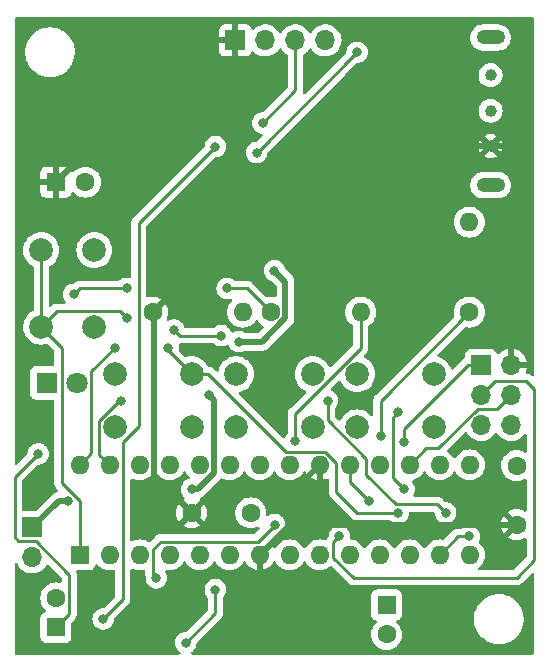
<source format=gbr>
%TF.GenerationSoftware,KiCad,Pcbnew,(6.0.2-0)*%
%TF.CreationDate,2022-04-22T19:08:31+09:30*%
%TF.ProjectId,scrambler,73637261-6d62-46c6-9572-2e6b69636164,1.0*%
%TF.SameCoordinates,Original*%
%TF.FileFunction,Copper,L2,Bot*%
%TF.FilePolarity,Positive*%
%FSLAX46Y46*%
G04 Gerber Fmt 4.6, Leading zero omitted, Abs format (unit mm)*
G04 Created by KiCad (PCBNEW (6.0.2-0)) date 2022-04-22 19:08:31*
%MOMM*%
%LPD*%
G01*
G04 APERTURE LIST*
%TA.AperFunction,ComponentPad*%
%ADD10C,2.000000*%
%TD*%
%TA.AperFunction,ComponentPad*%
%ADD11C,1.600000*%
%TD*%
%TA.AperFunction,ComponentPad*%
%ADD12R,1.600000X1.600000*%
%TD*%
%TA.AperFunction,ComponentPad*%
%ADD13O,1.600000X1.600000*%
%TD*%
%TA.AperFunction,ComponentPad*%
%ADD14R,1.800000X1.800000*%
%TD*%
%TA.AperFunction,ComponentPad*%
%ADD15C,1.800000*%
%TD*%
%TA.AperFunction,ComponentPad*%
%ADD16R,1.700000X1.700000*%
%TD*%
%TA.AperFunction,ComponentPad*%
%ADD17O,1.700000X1.700000*%
%TD*%
%TA.AperFunction,ComponentPad*%
%ADD18C,1.008000*%
%TD*%
%TA.AperFunction,ComponentPad*%
%ADD19O,2.416000X1.208000*%
%TD*%
%TA.AperFunction,ViaPad*%
%ADD20C,0.800000*%
%TD*%
%TA.AperFunction,Conductor*%
%ADD21C,0.500000*%
%TD*%
%TA.AperFunction,Conductor*%
%ADD22C,0.250000*%
%TD*%
G04 APERTURE END LIST*
D10*
%TO.P,SW1,1,1*%
%TO.N,/RST*%
X32890000Y-58890000D03*
X32890000Y-52390000D03*
%TO.P,SW1,2,2*%
%TO.N,GND*%
X37390000Y-52390000D03*
X37390000Y-58890000D03*
%TD*%
D11*
%TO.P,C3,1*%
%TO.N,+5V*%
X73140000Y-75640000D03*
%TO.P,C3,2*%
%TO.N,GND*%
X73140000Y-70640000D03*
%TD*%
D10*
%TO.P,SW4,1,1*%
%TO.N,Net-(U2-Pad12)*%
X59640000Y-62890000D03*
X66140000Y-62890000D03*
%TO.P,SW4,2,2*%
%TO.N,GND*%
X66140000Y-67390000D03*
X59640000Y-67390000D03*
%TD*%
D12*
%TO.P,C1,1*%
%TO.N,Net-(C1-Pad1)*%
X34140000Y-84345113D03*
D11*
%TO.P,C1,2*%
%TO.N,GND*%
X34140000Y-81845113D03*
%TD*%
D12*
%TO.P,C2,1*%
%TO.N,Net-(C1-Pad1)*%
X62140000Y-82434888D03*
D11*
%TO.P,C2,2*%
%TO.N,GND*%
X62140000Y-84934888D03*
%TD*%
%TO.P,R3,1*%
%TO.N,+5V*%
X42330000Y-57640000D03*
D13*
%TO.P,R3,2*%
%TO.N,/RST*%
X49950000Y-57640000D03*
%TD*%
D10*
%TO.P,SW3,1,1*%
%TO.N,Net-(U2-Pad13)*%
X55890000Y-62890000D03*
X49390000Y-62890000D03*
%TO.P,SW3,2,2*%
%TO.N,GND*%
X49390000Y-67390000D03*
X55890000Y-67390000D03*
%TD*%
%TO.P,SW5,1,1*%
%TO.N,Net-(U2-Pad14)*%
X45640000Y-62890000D03*
X39140000Y-62890000D03*
%TO.P,SW5,2,2*%
%TO.N,GND*%
X45640000Y-67390000D03*
X39140000Y-67390000D03*
%TD*%
D12*
%TO.P,C5,1*%
%TO.N,+5V*%
X34140000Y-46640000D03*
D11*
%TO.P,C5,2*%
%TO.N,GND*%
X36640000Y-46640000D03*
%TD*%
%TO.P,C4,1*%
%TO.N,+5V*%
X45640000Y-74640000D03*
%TO.P,C4,2*%
%TO.N,GND*%
X50640000Y-74640000D03*
%TD*%
%TO.P,R2,1*%
%TO.N,Net-(D1-Pad1)*%
X52330000Y-57640000D03*
D13*
%TO.P,R2,2*%
%TO.N,Net-(R2-Pad2)*%
X59950000Y-57640000D03*
%TD*%
D11*
%TO.P,R1,1*%
%TO.N,Net-(R1-Pad1)*%
X69140000Y-57640000D03*
D13*
%TO.P,R1,2*%
%TO.N,GND*%
X69140000Y-50020000D03*
%TD*%
D14*
%TO.P,D1,1,K*%
%TO.N,Net-(D1-Pad1)*%
X33365000Y-63640000D03*
D15*
%TO.P,D1,2,A*%
%TO.N,Net-(C1-Pad1)*%
X35905000Y-63640000D03*
%TD*%
D16*
%TO.P,BT1,1,+*%
%TO.N,Net-(BT1-Pad1)*%
X32140000Y-75865000D03*
D17*
%TO.P,BT1,2,-*%
%TO.N,GND*%
X32140000Y-78405000D03*
%TD*%
D18*
%TO.P,SW2,1,A*%
%TO.N,+5V*%
X70940000Y-43590000D03*
%TO.P,SW2,2,B*%
%TO.N,Net-(BT1-Pad1)*%
X70940000Y-40590000D03*
%TO.P,SW2,3,C*%
%TO.N,Net-(U1-Pad3)*%
X70940000Y-37590000D03*
D19*
%TO.P,SW2,GND*%
%TO.N,N/C*%
X70940000Y-46890000D03*
X70940000Y-34390000D03*
%TD*%
D16*
%TO.P,J1,1,Pin_1*%
%TO.N,+5V*%
X49340000Y-34640000D03*
D17*
%TO.P,J1,2,Pin_2*%
%TO.N,GND*%
X51880000Y-34640000D03*
%TO.P,J1,3,Pin_3*%
%TO.N,Net-(J1-Pad3)*%
X54420000Y-34640000D03*
%TO.P,J1,4,Pin_4*%
%TO.N,Net-(J1-Pad4)*%
X56960000Y-34640000D03*
%TD*%
D12*
%TO.P,U2,1,~{RESET}/PC6*%
%TO.N,/RST*%
X36140000Y-78190000D03*
D13*
%TO.P,U2,2,PD0*%
%TO.N,unconnected-(U2-Pad2)*%
X38680000Y-78190000D03*
%TO.P,U2,3,PD1*%
%TO.N,unconnected-(U2-Pad3)*%
X41220000Y-78190000D03*
%TO.P,U2,4,PD2*%
%TO.N,unconnected-(U2-Pad4)*%
X43760000Y-78190000D03*
%TO.P,U2,5,PD3*%
%TO.N,unconnected-(U2-Pad5)*%
X46300000Y-78190000D03*
%TO.P,U2,6,PD4*%
%TO.N,unconnected-(U2-Pad6)*%
X48840000Y-78190000D03*
%TO.P,U2,7,VCC*%
%TO.N,+5V*%
X51380000Y-78190000D03*
%TO.P,U2,8,GND*%
%TO.N,GND*%
X53920000Y-78190000D03*
%TO.P,U2,9,XTAL1/PB6*%
%TO.N,unconnected-(U2-Pad9)*%
X56460000Y-78190000D03*
%TO.P,U2,10,XTAL2/PB7*%
%TO.N,unconnected-(U2-Pad10)*%
X59000000Y-78190000D03*
%TO.P,U2,11,PD5*%
%TO.N,unconnected-(U2-Pad11)*%
X61540000Y-78190000D03*
%TO.P,U2,12,PD6*%
%TO.N,Net-(U2-Pad12)*%
X64080000Y-78190000D03*
%TO.P,U2,13,PD7*%
%TO.N,Net-(U2-Pad13)*%
X66620000Y-78190000D03*
%TO.P,U2,14,PB0*%
%TO.N,Net-(U2-Pad14)*%
X69160000Y-78190000D03*
%TO.P,U2,15,PB1*%
%TO.N,unconnected-(U2-Pad15)*%
X69160000Y-70570000D03*
%TO.P,U2,16,PB2*%
%TO.N,unconnected-(U2-Pad16)*%
X66620000Y-70570000D03*
%TO.P,U2,17,PB3*%
%TO.N,/MOSI*%
X64080000Y-70570000D03*
%TO.P,U2,18,PB4*%
%TO.N,/MISO*%
X61540000Y-70570000D03*
%TO.P,U2,19,PB5*%
%TO.N,/SCK*%
X59000000Y-70570000D03*
%TO.P,U2,20,AVCC*%
%TO.N,+5V*%
X56460000Y-70570000D03*
%TO.P,U2,21,AREF*%
%TO.N,unconnected-(U2-Pad21)*%
X53920000Y-70570000D03*
%TO.P,U2,22,GND*%
%TO.N,GND*%
X51380000Y-70570000D03*
%TO.P,U2,23,PC0*%
%TO.N,unconnected-(U2-Pad23)*%
X48840000Y-70570000D03*
%TO.P,U2,24,PC1*%
%TO.N,unconnected-(U2-Pad24)*%
X46300000Y-70570000D03*
%TO.P,U2,25,PC2*%
%TO.N,unconnected-(U2-Pad25)*%
X43760000Y-70570000D03*
%TO.P,U2,26,PC3*%
%TO.N,unconnected-(U2-Pad26)*%
X41220000Y-70570000D03*
%TO.P,U2,27,PC4*%
%TO.N,Net-(J1-Pad4)*%
X38680000Y-70570000D03*
%TO.P,U2,28,PC5*%
%TO.N,Net-(J1-Pad3)*%
X36140000Y-70570000D03*
%TD*%
D16*
%TO.P,J2,1,MISO*%
%TO.N,/MISO*%
X70140000Y-62115000D03*
D17*
%TO.P,J2,2,VCC*%
%TO.N,+5V*%
X72680000Y-62115000D03*
%TO.P,J2,3,SCK*%
%TO.N,/SCK*%
X70140000Y-64655000D03*
%TO.P,J2,4,MOSI*%
%TO.N,/MOSI*%
X72680000Y-64655000D03*
%TO.P,J2,5,~{RST}*%
%TO.N,/RST*%
X70140000Y-67195000D03*
%TO.P,J2,6,GND*%
%TO.N,GND*%
X72680000Y-67195000D03*
%TD*%
D20*
%TO.N,Net-(BT1-Pad1)*%
X47140000Y-64640000D03*
X52640000Y-54140000D03*
X45640000Y-72640000D03*
X49640000Y-60140000D03*
X35140000Y-73640000D03*
%TO.N,Net-(C1-Pad1)*%
X47640000Y-81140000D03*
X45140000Y-85640000D03*
X32640000Y-69640000D03*
%TO.N,Net-(D1-Pad1)*%
X48640000Y-55640000D03*
X35640000Y-56140000D03*
X40140000Y-55640000D03*
%TO.N,Net-(J1-Pad3)*%
X51640000Y-41640000D03*
X39140000Y-60640000D03*
%TO.N,Net-(J1-Pad4)*%
X39640000Y-65140000D03*
X51140000Y-44140000D03*
X59640000Y-35640000D03*
%TO.N,/MISO*%
X63640000Y-68640000D03*
%TO.N,/SCK*%
X58140000Y-76640000D03*
X60640000Y-73640000D03*
%TO.N,/RST*%
X40140000Y-58140000D03*
X44140000Y-59140000D03*
X48140000Y-59640000D03*
%TO.N,Net-(R1-Pad1)*%
X61640000Y-68140000D03*
%TO.N,Net-(R2-Pad2)*%
X42640000Y-80140000D03*
X52652299Y-75627701D03*
X54398774Y-68575824D03*
%TO.N,Net-(U1-Pad3)*%
X38140000Y-83620613D03*
X47640000Y-43640000D03*
%TO.N,Net-(U2-Pad13)*%
X67140000Y-74640000D03*
X57140000Y-65140000D03*
X69140000Y-76640000D03*
%TO.N,Net-(U2-Pad12)*%
X63140000Y-66140000D03*
X63640000Y-72640000D03*
%TO.N,Net-(U2-Pad14)*%
X43640000Y-60640000D03*
X63140000Y-74640000D03*
%TD*%
D21*
%TO.N,Net-(BT1-Pad1)*%
X46140000Y-72640000D02*
X45640000Y-72640000D01*
X52640000Y-54140000D02*
X53579511Y-55079511D01*
X47549511Y-71230489D02*
X46140000Y-72640000D01*
X51597076Y-60140000D02*
X49640000Y-60140000D01*
X34365000Y-73640000D02*
X32140000Y-75865000D01*
X53579511Y-55079511D02*
X53579511Y-58157565D01*
X53579511Y-58157565D02*
X51597076Y-60140000D01*
X47549511Y-65049511D02*
X47549511Y-71230489D01*
X35140000Y-73640000D02*
X34365000Y-73640000D01*
X47140000Y-64640000D02*
X47549511Y-65049511D01*
D22*
%TO.N,Net-(C1-Pad1)*%
X45140000Y-85640000D02*
X47640000Y-83140000D01*
X30640000Y-71640000D02*
X32640000Y-69640000D01*
X35264511Y-83220602D02*
X35264511Y-79868501D01*
X35264511Y-79868501D02*
X32435521Y-77039511D01*
X47640000Y-83140000D02*
X47640000Y-81140000D01*
X32435521Y-77039511D02*
X30965489Y-77039511D01*
X34140000Y-84345113D02*
X35264511Y-83220602D01*
X30640000Y-76714022D02*
X30640000Y-71640000D01*
X30965489Y-77039511D02*
X30640000Y-76714022D01*
D21*
%TO.N,+5V*%
X42469511Y-57779511D02*
X42469511Y-71469511D01*
X54890000Y-72140000D02*
X56460000Y-70570000D01*
X73140000Y-75640000D02*
X56640000Y-75640000D01*
X49340000Y-34640000D02*
X49340000Y-48340000D01*
X45640000Y-74640000D02*
X48140000Y-72140000D01*
X54090000Y-43590000D02*
X49340000Y-48340000D01*
X48140000Y-72140000D02*
X54890000Y-72140000D01*
X49340000Y-50630000D02*
X42330000Y-57640000D01*
X74140000Y-46640000D02*
X74140000Y-44140000D01*
X49340000Y-48340000D02*
X49340000Y-50630000D01*
X56460000Y-70570000D02*
X56460000Y-73110000D01*
X70940000Y-43590000D02*
X54090000Y-43590000D01*
X72680000Y-62115000D02*
X72680000Y-48100000D01*
X55285000Y-74285000D02*
X51380000Y-78190000D01*
X56640000Y-75640000D02*
X55285000Y-74285000D01*
X73590000Y-43590000D02*
X70940000Y-43590000D01*
X74140000Y-44140000D02*
X73590000Y-43590000D01*
X56460000Y-73110000D02*
X55285000Y-74285000D01*
X72680000Y-48100000D02*
X74140000Y-46640000D01*
X42469511Y-71469511D02*
X45640000Y-74640000D01*
X46140000Y-34640000D02*
X49340000Y-34640000D01*
X34140000Y-46640000D02*
X46140000Y-34640000D01*
D22*
%TO.N,Net-(D1-Pad1)*%
X35640000Y-56140000D02*
X36140000Y-55640000D01*
X48640000Y-55640000D02*
X50330000Y-55640000D01*
X50330000Y-55640000D02*
X52330000Y-57640000D01*
X36140000Y-55640000D02*
X40140000Y-55640000D01*
%TO.N,Net-(J1-Pad3)*%
X54420000Y-38860000D02*
X51640000Y-41640000D01*
X54420000Y-34640000D02*
X54420000Y-38860000D01*
X39140000Y-60640000D02*
X37129511Y-62650489D01*
X37129511Y-69580489D02*
X36140000Y-70570000D01*
X37129511Y-62650489D02*
X37129511Y-69580489D01*
%TO.N,Net-(J1-Pad4)*%
X39516857Y-65140000D02*
X37815489Y-66841368D01*
X39640000Y-65140000D02*
X39516857Y-65140000D01*
X37815489Y-66841368D02*
X37815489Y-69705489D01*
X59640000Y-35640000D02*
X51140000Y-44140000D01*
X37815489Y-69705489D02*
X38680000Y-70570000D01*
%TO.N,/MISO*%
X70140000Y-62115000D02*
X69040000Y-62115000D01*
X63640000Y-67515000D02*
X63640000Y-68640000D01*
X69040000Y-62115000D02*
X63640000Y-67515000D01*
%TO.N,/SCK*%
X74640000Y-64140000D02*
X74640000Y-78640000D01*
X60640000Y-73640000D02*
X59000000Y-72000000D01*
X57640000Y-78420300D02*
X57640000Y-77140000D01*
X59359700Y-80140000D02*
X57640000Y-78420300D01*
X70140000Y-64655000D02*
X71314511Y-63480489D01*
X73980489Y-63480489D02*
X74640000Y-64140000D01*
X74640000Y-78640000D02*
X73140000Y-80140000D01*
X59000000Y-72000000D02*
X59000000Y-70570000D01*
X73140000Y-80140000D02*
X59359700Y-80140000D01*
X71314511Y-63480489D02*
X73980489Y-63480489D01*
X57640000Y-77140000D02*
X58140000Y-76640000D01*
%TO.N,/MOSI*%
X69844479Y-65829511D02*
X66533990Y-69140000D01*
X65510000Y-69140000D02*
X64080000Y-70570000D01*
X71505489Y-65829511D02*
X69844479Y-65829511D01*
X66533990Y-69140000D02*
X65510000Y-69140000D01*
X72680000Y-64655000D02*
X71505489Y-65829511D01*
%TO.N,/RST*%
X36140000Y-73615386D02*
X36140000Y-78190000D01*
X39565489Y-57565489D02*
X34214511Y-57565489D01*
X34214511Y-57565489D02*
X32890000Y-58890000D01*
X44640000Y-59640000D02*
X44140000Y-59140000D01*
X32890000Y-52390000D02*
X32890000Y-58890000D01*
X48140000Y-59640000D02*
X44640000Y-59640000D01*
X32890000Y-58890000D02*
X34640000Y-60640000D01*
X34640000Y-72115386D02*
X36140000Y-73615386D01*
X40140000Y-58140000D02*
X39565489Y-57565489D01*
X34640000Y-60640000D02*
X34640000Y-72115386D01*
%TO.N,Net-(R1-Pad1)*%
X69140000Y-57640000D02*
X61640000Y-65140000D01*
X61640000Y-65140000D02*
X61640000Y-68140000D01*
%TO.N,Net-(R2-Pad2)*%
X42344511Y-77724211D02*
X42344511Y-79844511D01*
X59950000Y-57640000D02*
X59950000Y-60703143D01*
X59950000Y-60703143D02*
X54398774Y-66254369D01*
X52652299Y-75627701D02*
X51214511Y-77065489D01*
X43003233Y-77065489D02*
X42344511Y-77724211D01*
X54398774Y-66254369D02*
X54398774Y-68575824D01*
X51214511Y-77065489D02*
X43003233Y-77065489D01*
X42344511Y-79844511D02*
X42640000Y-80140000D01*
%TO.N,Net-(U1-Pad3)*%
X39804511Y-81956102D02*
X39804511Y-68598632D01*
X38140000Y-83620613D02*
X39804511Y-81956102D01*
X39804511Y-68598632D02*
X41140000Y-67263143D01*
X41140000Y-67263143D02*
X41140000Y-50140000D01*
X41140000Y-50140000D02*
X47640000Y-43640000D01*
%TO.N,Net-(U2-Pad13)*%
X57140000Y-65140000D02*
X57140000Y-66763143D01*
X62915489Y-73915489D02*
X66415489Y-73915489D01*
X68170000Y-76640000D02*
X66620000Y-78190000D01*
X66415489Y-73915489D02*
X67140000Y-74640000D01*
X69140000Y-76640000D02*
X68170000Y-76640000D01*
X57140000Y-66763143D02*
X60415489Y-70038632D01*
X60415489Y-71415489D02*
X62915489Y-73915489D01*
X60415489Y-70038632D02*
X60415489Y-71415489D01*
%TO.N,Net-(U2-Pad12)*%
X62664511Y-66615489D02*
X62664511Y-71664511D01*
X62664511Y-71664511D02*
X63640000Y-72640000D01*
X63140000Y-66140000D02*
X62664511Y-66615489D01*
%TO.N,Net-(U2-Pad14)*%
X43640000Y-60890000D02*
X45640000Y-62890000D01*
X53609702Y-69445489D02*
X56925789Y-69445489D01*
X43640000Y-60640000D02*
X43640000Y-60890000D01*
X57875489Y-72875489D02*
X59640000Y-74640000D01*
X56925789Y-69445489D02*
X57875489Y-70395189D01*
X45640000Y-62890000D02*
X47054213Y-62890000D01*
X59640000Y-74640000D02*
X63140000Y-74640000D01*
X57875489Y-70395189D02*
X57875489Y-72875489D01*
X47054213Y-62890000D02*
X53609702Y-69445489D01*
%TD*%
%TA.AperFunction,Conductor*%
%TO.N,+5V*%
G36*
X51576121Y-77956002D02*
G01*
X51622614Y-78009658D01*
X51634000Y-78062000D01*
X51634000Y-79457967D01*
X51637973Y-79471498D01*
X51646522Y-79472727D01*
X51823761Y-79425236D01*
X51834053Y-79421490D01*
X52031511Y-79329414D01*
X52041007Y-79323931D01*
X52219467Y-79198972D01*
X52227875Y-79191916D01*
X52381916Y-79037875D01*
X52388972Y-79029467D01*
X52513931Y-78851007D01*
X52519414Y-78841511D01*
X52535529Y-78806951D01*
X52582446Y-78753666D01*
X52650723Y-78734205D01*
X52718683Y-78754747D01*
X52763919Y-78806951D01*
X52780151Y-78841762D01*
X52780154Y-78841767D01*
X52782477Y-78846749D01*
X52785634Y-78851257D01*
X52901412Y-79016605D01*
X52913802Y-79034300D01*
X53075700Y-79196198D01*
X53080208Y-79199355D01*
X53080211Y-79199357D01*
X53121542Y-79228297D01*
X53263251Y-79327523D01*
X53268233Y-79329846D01*
X53268238Y-79329849D01*
X53408939Y-79395458D01*
X53470757Y-79424284D01*
X53476065Y-79425706D01*
X53476067Y-79425707D01*
X53686598Y-79482119D01*
X53686600Y-79482119D01*
X53691913Y-79483543D01*
X53920000Y-79503498D01*
X54148087Y-79483543D01*
X54153400Y-79482119D01*
X54153402Y-79482119D01*
X54363933Y-79425707D01*
X54363935Y-79425706D01*
X54369243Y-79424284D01*
X54431061Y-79395458D01*
X54571762Y-79329849D01*
X54571767Y-79329846D01*
X54576749Y-79327523D01*
X54718458Y-79228297D01*
X54759789Y-79199357D01*
X54759792Y-79199355D01*
X54764300Y-79196198D01*
X54926198Y-79034300D01*
X54938589Y-79016605D01*
X55054366Y-78851257D01*
X55057523Y-78846749D01*
X55059846Y-78841767D01*
X55059849Y-78841762D01*
X55075805Y-78807543D01*
X55122722Y-78754258D01*
X55190999Y-78734797D01*
X55258959Y-78755339D01*
X55304195Y-78807543D01*
X55320151Y-78841762D01*
X55320154Y-78841767D01*
X55322477Y-78846749D01*
X55325634Y-78851257D01*
X55441412Y-79016605D01*
X55453802Y-79034300D01*
X55615700Y-79196198D01*
X55620208Y-79199355D01*
X55620211Y-79199357D01*
X55661542Y-79228297D01*
X55803251Y-79327523D01*
X55808233Y-79329846D01*
X55808238Y-79329849D01*
X55948939Y-79395458D01*
X56010757Y-79424284D01*
X56016065Y-79425706D01*
X56016067Y-79425707D01*
X56226598Y-79482119D01*
X56226600Y-79482119D01*
X56231913Y-79483543D01*
X56460000Y-79503498D01*
X56688087Y-79483543D01*
X56693400Y-79482119D01*
X56693402Y-79482119D01*
X56903933Y-79425707D01*
X56903935Y-79425706D01*
X56909243Y-79424284D01*
X56971061Y-79395458D01*
X57111762Y-79329849D01*
X57111767Y-79329846D01*
X57116749Y-79327523D01*
X57258458Y-79228297D01*
X57299789Y-79199357D01*
X57299792Y-79199355D01*
X57304300Y-79196198D01*
X57323052Y-79177446D01*
X57385364Y-79143420D01*
X57456179Y-79148485D01*
X57501242Y-79177446D01*
X58180251Y-79856456D01*
X58856048Y-80532253D01*
X58863588Y-80540539D01*
X58867700Y-80547018D01*
X58873477Y-80552443D01*
X58917351Y-80593643D01*
X58920193Y-80596398D01*
X58939930Y-80616135D01*
X58943127Y-80618615D01*
X58952147Y-80626318D01*
X58984379Y-80656586D01*
X58991325Y-80660405D01*
X58991328Y-80660407D01*
X59002134Y-80666348D01*
X59018653Y-80677199D01*
X59034659Y-80689614D01*
X59041928Y-80692759D01*
X59041932Y-80692762D01*
X59075237Y-80707174D01*
X59085887Y-80712391D01*
X59124640Y-80733695D01*
X59132315Y-80735666D01*
X59132316Y-80735666D01*
X59144262Y-80738733D01*
X59162967Y-80745137D01*
X59181555Y-80753181D01*
X59189378Y-80754420D01*
X59189388Y-80754423D01*
X59225224Y-80760099D01*
X59236844Y-80762505D01*
X59268659Y-80770673D01*
X59279670Y-80773500D01*
X59299924Y-80773500D01*
X59319634Y-80775051D01*
X59339643Y-80778220D01*
X59347535Y-80777474D01*
X59366280Y-80775702D01*
X59383662Y-80774059D01*
X59395519Y-80773500D01*
X73061233Y-80773500D01*
X73072416Y-80774027D01*
X73079909Y-80775702D01*
X73087835Y-80775453D01*
X73087836Y-80775453D01*
X73147986Y-80773562D01*
X73151945Y-80773500D01*
X73179856Y-80773500D01*
X73183791Y-80773003D01*
X73183856Y-80772995D01*
X73195693Y-80772062D01*
X73227951Y-80771048D01*
X73231970Y-80770922D01*
X73239889Y-80770673D01*
X73259343Y-80765021D01*
X73278700Y-80761013D01*
X73290930Y-80759468D01*
X73290931Y-80759468D01*
X73298797Y-80758474D01*
X73306168Y-80755555D01*
X73306170Y-80755555D01*
X73339912Y-80742196D01*
X73351142Y-80738351D01*
X73385983Y-80728229D01*
X73385984Y-80728229D01*
X73393593Y-80726018D01*
X73400412Y-80721985D01*
X73400417Y-80721983D01*
X73411028Y-80715707D01*
X73428776Y-80707012D01*
X73447617Y-80699552D01*
X73483387Y-80673564D01*
X73493307Y-80667048D01*
X73524535Y-80648580D01*
X73524538Y-80648578D01*
X73531362Y-80644542D01*
X73545683Y-80630221D01*
X73560717Y-80617380D01*
X73566536Y-80613152D01*
X73577107Y-80605472D01*
X73605298Y-80571395D01*
X73613288Y-80562616D01*
X74416905Y-79758999D01*
X74479217Y-79724973D01*
X74550032Y-79730038D01*
X74606868Y-79772585D01*
X74631679Y-79839105D01*
X74632000Y-79848094D01*
X74632000Y-86506000D01*
X74611998Y-86574121D01*
X74558342Y-86620614D01*
X74506000Y-86632000D01*
X45708049Y-86632000D01*
X45639928Y-86611998D01*
X45593435Y-86558342D01*
X45583331Y-86488068D01*
X45612825Y-86423488D01*
X45633988Y-86404064D01*
X45745909Y-86322749D01*
X45745911Y-86322747D01*
X45751253Y-86318866D01*
X45755675Y-86313955D01*
X45874621Y-86181852D01*
X45874622Y-86181851D01*
X45879040Y-86176944D01*
X45974527Y-86011556D01*
X46033542Y-85829928D01*
X46050907Y-85664706D01*
X46077920Y-85599050D01*
X46087122Y-85588782D01*
X46741017Y-84934888D01*
X60826502Y-84934888D01*
X60846457Y-85162975D01*
X60847881Y-85168288D01*
X60847881Y-85168290D01*
X60876402Y-85274729D01*
X60905716Y-85384131D01*
X60908039Y-85389112D01*
X60908039Y-85389113D01*
X61000151Y-85586650D01*
X61000154Y-85586655D01*
X61002477Y-85591637D01*
X61061859Y-85676443D01*
X61101464Y-85733004D01*
X61133802Y-85779188D01*
X61295700Y-85941086D01*
X61300208Y-85944243D01*
X61300211Y-85944245D01*
X61378389Y-85998986D01*
X61483251Y-86072411D01*
X61488233Y-86074734D01*
X61488238Y-86074737D01*
X61685775Y-86166849D01*
X61690757Y-86169172D01*
X61696065Y-86170594D01*
X61696067Y-86170595D01*
X61906598Y-86227007D01*
X61906600Y-86227007D01*
X61911913Y-86228431D01*
X62140000Y-86248386D01*
X62368087Y-86228431D01*
X62373400Y-86227007D01*
X62373402Y-86227007D01*
X62583933Y-86170595D01*
X62583935Y-86170594D01*
X62589243Y-86169172D01*
X62594225Y-86166849D01*
X62791762Y-86074737D01*
X62791767Y-86074734D01*
X62796749Y-86072411D01*
X62901611Y-85998986D01*
X62979789Y-85944245D01*
X62979792Y-85944243D01*
X62984300Y-85941086D01*
X63146198Y-85779188D01*
X63178537Y-85733004D01*
X63218141Y-85676443D01*
X63277523Y-85591637D01*
X63279846Y-85586655D01*
X63279849Y-85586650D01*
X63371961Y-85389113D01*
X63371961Y-85389112D01*
X63374284Y-85384131D01*
X63403599Y-85274729D01*
X63432119Y-85168290D01*
X63432119Y-85168288D01*
X63433543Y-85162975D01*
X63453498Y-84934888D01*
X63433543Y-84706801D01*
X63432119Y-84701486D01*
X63375707Y-84490955D01*
X63375706Y-84490953D01*
X63374284Y-84485645D01*
X63315616Y-84359830D01*
X63279849Y-84283126D01*
X63279846Y-84283121D01*
X63277523Y-84278139D01*
X63146198Y-84090588D01*
X63000498Y-83944888D01*
X62966472Y-83882576D01*
X62971537Y-83811761D01*
X63000776Y-83772703D01*
X69530743Y-83772703D01*
X69568268Y-84057734D01*
X69644129Y-84335036D01*
X69645813Y-84338984D01*
X69710635Y-84490955D01*
X69756923Y-84599476D01*
X69904561Y-84846161D01*
X70084313Y-85070528D01*
X70124616Y-85108774D01*
X70270880Y-85247573D01*
X70292851Y-85268423D01*
X70526317Y-85436186D01*
X70530112Y-85438195D01*
X70530113Y-85438196D01*
X70551869Y-85449715D01*
X70780392Y-85570712D01*
X70849891Y-85596145D01*
X71006930Y-85653613D01*
X71050373Y-85669511D01*
X71331264Y-85730755D01*
X71359841Y-85733004D01*
X71554282Y-85748307D01*
X71554291Y-85748307D01*
X71556739Y-85748500D01*
X71712271Y-85748500D01*
X71714407Y-85748354D01*
X71714418Y-85748354D01*
X71922548Y-85734165D01*
X71922554Y-85734164D01*
X71926825Y-85733873D01*
X71931020Y-85733004D01*
X71931022Y-85733004D01*
X72067584Y-85704723D01*
X72208342Y-85675574D01*
X72479343Y-85579607D01*
X72734812Y-85447750D01*
X72738313Y-85445289D01*
X72738317Y-85445287D01*
X72852417Y-85365096D01*
X72970023Y-85282441D01*
X73180622Y-85086740D01*
X73362713Y-84864268D01*
X73512927Y-84619142D01*
X73628483Y-84355898D01*
X73707244Y-84079406D01*
X73745335Y-83811761D01*
X73747146Y-83799036D01*
X73747146Y-83799034D01*
X73747751Y-83794784D01*
X73747845Y-83776951D01*
X73749235Y-83511583D01*
X73749235Y-83511576D01*
X73749257Y-83507297D01*
X73748349Y-83500396D01*
X73720178Y-83286419D01*
X73711732Y-83222266D01*
X73705580Y-83199776D01*
X73675916Y-83091346D01*
X73635871Y-82944964D01*
X73584875Y-82825406D01*
X73524763Y-82684476D01*
X73524761Y-82684472D01*
X73523077Y-82680524D01*
X73390949Y-82459754D01*
X73377643Y-82437521D01*
X73377640Y-82437517D01*
X73375439Y-82433839D01*
X73195687Y-82209472D01*
X73052086Y-82073200D01*
X72990258Y-82014527D01*
X72990255Y-82014525D01*
X72987149Y-82011577D01*
X72753683Y-81843814D01*
X72731843Y-81832250D01*
X72659899Y-81794158D01*
X72499608Y-81709288D01*
X72364618Y-81659889D01*
X72233658Y-81611964D01*
X72233656Y-81611963D01*
X72229627Y-81610489D01*
X71948736Y-81549245D01*
X71917685Y-81546801D01*
X71725718Y-81531693D01*
X71725709Y-81531693D01*
X71723261Y-81531500D01*
X71567729Y-81531500D01*
X71565593Y-81531646D01*
X71565582Y-81531646D01*
X71357452Y-81545835D01*
X71357446Y-81545836D01*
X71353175Y-81546127D01*
X71348980Y-81546996D01*
X71348978Y-81546996D01*
X71212416Y-81575277D01*
X71071658Y-81604426D01*
X70800657Y-81700393D01*
X70545188Y-81832250D01*
X70541687Y-81834711D01*
X70541683Y-81834713D01*
X70427583Y-81914904D01*
X70309977Y-81997559D01*
X70277000Y-82028203D01*
X70133087Y-82161936D01*
X70099378Y-82193260D01*
X69917287Y-82415732D01*
X69767073Y-82660858D01*
X69765347Y-82664791D01*
X69765346Y-82664792D01*
X69694225Y-82826810D01*
X69651517Y-82924102D01*
X69572756Y-83200594D01*
X69552424Y-83343458D01*
X69537548Y-83447986D01*
X69532249Y-83485216D01*
X69532227Y-83489505D01*
X69532226Y-83489512D01*
X69530836Y-83754925D01*
X69530743Y-83772703D01*
X63000776Y-83772703D01*
X63014084Y-83754925D01*
X63050737Y-83737756D01*
X63050316Y-83736633D01*
X63178297Y-83688655D01*
X63186705Y-83685503D01*
X63303261Y-83598149D01*
X63390615Y-83481593D01*
X63441745Y-83345204D01*
X63448500Y-83283022D01*
X63448500Y-81586754D01*
X63441745Y-81524572D01*
X63390615Y-81388183D01*
X63303261Y-81271627D01*
X63186705Y-81184273D01*
X63050316Y-81133143D01*
X62988134Y-81126388D01*
X61291866Y-81126388D01*
X61229684Y-81133143D01*
X61093295Y-81184273D01*
X60976739Y-81271627D01*
X60889385Y-81388183D01*
X60838255Y-81524572D01*
X60831500Y-81586754D01*
X60831500Y-83283022D01*
X60838255Y-83345204D01*
X60889385Y-83481593D01*
X60976739Y-83598149D01*
X61093295Y-83685503D01*
X61101703Y-83688655D01*
X61229684Y-83736633D01*
X61228954Y-83738579D01*
X61281205Y-83768433D01*
X61314021Y-83831391D01*
X61307591Y-83902095D01*
X61279502Y-83944888D01*
X61133802Y-84090588D01*
X61002477Y-84278139D01*
X61000154Y-84283121D01*
X61000151Y-84283126D01*
X60964384Y-84359830D01*
X60905716Y-84485645D01*
X60904294Y-84490953D01*
X60904293Y-84490955D01*
X60847881Y-84701486D01*
X60846457Y-84706801D01*
X60826502Y-84934888D01*
X46741017Y-84934888D01*
X47053106Y-84622799D01*
X48032253Y-83643652D01*
X48040539Y-83636112D01*
X48047018Y-83632000D01*
X48093644Y-83582348D01*
X48096398Y-83579507D01*
X48116135Y-83559770D01*
X48118615Y-83556573D01*
X48126320Y-83547551D01*
X48151159Y-83521100D01*
X48156586Y-83515321D01*
X48160405Y-83508375D01*
X48160407Y-83508372D01*
X48166348Y-83497566D01*
X48177199Y-83481047D01*
X48184758Y-83471301D01*
X48189614Y-83465041D01*
X48192759Y-83457772D01*
X48192762Y-83457768D01*
X48207174Y-83424463D01*
X48212391Y-83413813D01*
X48233695Y-83375060D01*
X48238733Y-83355437D01*
X48245137Y-83336734D01*
X48250033Y-83325420D01*
X48250033Y-83325419D01*
X48253181Y-83318145D01*
X48254420Y-83310322D01*
X48254423Y-83310312D01*
X48260099Y-83274476D01*
X48262505Y-83262856D01*
X48271528Y-83227711D01*
X48271528Y-83227710D01*
X48273500Y-83220030D01*
X48273500Y-83199776D01*
X48275051Y-83180065D01*
X48276980Y-83167886D01*
X48278220Y-83160057D01*
X48274059Y-83116038D01*
X48273500Y-83104181D01*
X48273500Y-81842524D01*
X48293502Y-81774403D01*
X48305858Y-81758221D01*
X48379040Y-81676944D01*
X48474527Y-81511556D01*
X48533542Y-81329928D01*
X48553504Y-81140000D01*
X48538875Y-81000813D01*
X48534232Y-80956635D01*
X48534232Y-80956633D01*
X48533542Y-80950072D01*
X48474527Y-80768444D01*
X48470955Y-80762256D01*
X48424533Y-80681852D01*
X48379040Y-80603056D01*
X48351463Y-80572428D01*
X48255675Y-80466045D01*
X48255674Y-80466044D01*
X48251253Y-80461134D01*
X48096752Y-80348882D01*
X48090724Y-80346198D01*
X48090722Y-80346197D01*
X47928319Y-80273891D01*
X47928318Y-80273891D01*
X47922288Y-80271206D01*
X47828887Y-80251353D01*
X47741944Y-80232872D01*
X47741939Y-80232872D01*
X47735487Y-80231500D01*
X47544513Y-80231500D01*
X47538061Y-80232872D01*
X47538056Y-80232872D01*
X47451113Y-80251353D01*
X47357712Y-80271206D01*
X47351682Y-80273891D01*
X47351681Y-80273891D01*
X47189278Y-80346197D01*
X47189276Y-80346198D01*
X47183248Y-80348882D01*
X47028747Y-80461134D01*
X47024326Y-80466044D01*
X47024325Y-80466045D01*
X46928538Y-80572428D01*
X46900960Y-80603056D01*
X46855467Y-80681852D01*
X46809046Y-80762256D01*
X46805473Y-80768444D01*
X46746458Y-80950072D01*
X46745768Y-80956633D01*
X46745768Y-80956635D01*
X46741125Y-81000813D01*
X46726496Y-81140000D01*
X46746458Y-81329928D01*
X46805473Y-81511556D01*
X46900960Y-81676944D01*
X46974137Y-81758215D01*
X47004853Y-81822221D01*
X47006500Y-81842524D01*
X47006500Y-82825406D01*
X46986498Y-82893527D01*
X46969595Y-82914501D01*
X45189500Y-84694595D01*
X45127188Y-84728621D01*
X45100405Y-84731500D01*
X45044513Y-84731500D01*
X45038061Y-84732872D01*
X45038056Y-84732872D01*
X44951112Y-84751353D01*
X44857712Y-84771206D01*
X44851682Y-84773891D01*
X44851681Y-84773891D01*
X44689278Y-84846197D01*
X44689276Y-84846198D01*
X44683248Y-84848882D01*
X44528747Y-84961134D01*
X44400960Y-85103056D01*
X44305473Y-85268444D01*
X44246458Y-85450072D01*
X44226496Y-85640000D01*
X44227186Y-85646565D01*
X44241535Y-85783085D01*
X44246458Y-85829928D01*
X44305473Y-86011556D01*
X44400960Y-86176944D01*
X44405378Y-86181851D01*
X44405379Y-86181852D01*
X44524325Y-86313955D01*
X44528747Y-86318866D01*
X44534089Y-86322747D01*
X44534091Y-86322749D01*
X44646012Y-86404064D01*
X44689366Y-86460286D01*
X44695441Y-86531022D01*
X44662310Y-86593814D01*
X44600490Y-86628726D01*
X44571951Y-86632000D01*
X30774000Y-86632000D01*
X30705879Y-86611998D01*
X30659386Y-86558342D01*
X30648000Y-86506000D01*
X30648000Y-78986925D01*
X30668002Y-78918804D01*
X30721658Y-78872311D01*
X30791932Y-78862207D01*
X30856512Y-78891701D01*
X30890743Y-78939521D01*
X30923266Y-79019616D01*
X31039987Y-79210088D01*
X31186250Y-79378938D01*
X31313032Y-79484194D01*
X31335707Y-79503019D01*
X31358126Y-79521632D01*
X31551000Y-79634338D01*
X31759692Y-79714030D01*
X31764760Y-79715061D01*
X31764763Y-79715062D01*
X31837208Y-79729801D01*
X31978597Y-79758567D01*
X31983772Y-79758757D01*
X31983774Y-79758757D01*
X32196673Y-79766564D01*
X32196677Y-79766564D01*
X32201837Y-79766753D01*
X32206957Y-79766097D01*
X32206959Y-79766097D01*
X32418288Y-79739025D01*
X32418289Y-79739025D01*
X32423416Y-79738368D01*
X32428366Y-79736883D01*
X32632429Y-79675661D01*
X32632434Y-79675659D01*
X32637384Y-79674174D01*
X32837994Y-79575896D01*
X33019860Y-79446173D01*
X33025438Y-79440615D01*
X33168564Y-79297988D01*
X33178096Y-79288489D01*
X33186146Y-79277287D01*
X33305435Y-79111277D01*
X33308453Y-79107077D01*
X33311795Y-79100316D01*
X33329426Y-79064641D01*
X33377539Y-79012434D01*
X33446240Y-78994527D01*
X33513717Y-79016605D01*
X33531478Y-79031373D01*
X34594106Y-80094001D01*
X34628132Y-80156313D01*
X34631011Y-80183096D01*
X34631011Y-80457814D01*
X34611009Y-80525935D01*
X34557353Y-80572428D01*
X34487079Y-80582532D01*
X34472407Y-80579523D01*
X34368087Y-80551570D01*
X34140000Y-80531615D01*
X33911913Y-80551570D01*
X33906600Y-80552994D01*
X33906598Y-80552994D01*
X33696067Y-80609406D01*
X33696065Y-80609407D01*
X33690757Y-80610829D01*
X33685776Y-80613152D01*
X33685775Y-80613152D01*
X33488238Y-80705264D01*
X33488233Y-80705267D01*
X33483251Y-80707590D01*
X33388324Y-80774059D01*
X33300211Y-80835756D01*
X33300208Y-80835758D01*
X33295700Y-80838915D01*
X33133802Y-81000813D01*
X33130645Y-81005321D01*
X33130643Y-81005324D01*
X33127253Y-81010166D01*
X33002477Y-81188364D01*
X33000154Y-81193346D01*
X33000151Y-81193351D01*
X32912651Y-81380997D01*
X32905716Y-81395870D01*
X32904294Y-81401178D01*
X32904293Y-81401180D01*
X32847881Y-81611711D01*
X32846457Y-81617026D01*
X32826502Y-81845113D01*
X32846457Y-82073200D01*
X32847881Y-82078513D01*
X32847881Y-82078515D01*
X32902176Y-82281143D01*
X32905716Y-82294356D01*
X32908039Y-82299337D01*
X32908039Y-82299338D01*
X33000151Y-82496875D01*
X33000154Y-82496880D01*
X33002477Y-82501862D01*
X33005634Y-82506370D01*
X33113808Y-82660858D01*
X33133802Y-82689413D01*
X33279502Y-82835113D01*
X33313528Y-82897425D01*
X33308463Y-82968240D01*
X33265916Y-83025076D01*
X33229263Y-83042245D01*
X33229684Y-83043368D01*
X33093295Y-83094498D01*
X32976739Y-83181852D01*
X32889385Y-83298408D01*
X32838255Y-83434797D01*
X32831500Y-83496979D01*
X32831500Y-85193247D01*
X32838255Y-85255429D01*
X32889385Y-85391818D01*
X32976739Y-85508374D01*
X33093295Y-85595728D01*
X33229684Y-85646858D01*
X33291866Y-85653613D01*
X34988134Y-85653613D01*
X35050316Y-85646858D01*
X35186705Y-85595728D01*
X35303261Y-85508374D01*
X35390615Y-85391818D01*
X35441745Y-85255429D01*
X35448500Y-85193247D01*
X35448500Y-83984707D01*
X35468502Y-83916586D01*
X35485405Y-83895612D01*
X35656758Y-83724259D01*
X35665048Y-83716715D01*
X35671529Y-83712602D01*
X35718170Y-83662934D01*
X35720924Y-83660093D01*
X35740646Y-83640371D01*
X35743130Y-83637169D01*
X35750828Y-83628157D01*
X35775672Y-83601700D01*
X35781097Y-83595923D01*
X35790858Y-83578168D01*
X35801709Y-83561649D01*
X35814125Y-83545643D01*
X35831685Y-83505065D01*
X35836902Y-83494415D01*
X35858206Y-83455662D01*
X35863244Y-83436039D01*
X35869648Y-83417336D01*
X35874544Y-83406022D01*
X35874544Y-83406021D01*
X35877692Y-83398747D01*
X35878931Y-83390924D01*
X35878934Y-83390914D01*
X35884610Y-83355078D01*
X35887016Y-83343458D01*
X35896039Y-83308313D01*
X35896039Y-83308312D01*
X35898011Y-83300632D01*
X35898011Y-83280378D01*
X35899562Y-83260667D01*
X35901491Y-83248488D01*
X35902731Y-83240659D01*
X35898570Y-83196640D01*
X35898011Y-83184783D01*
X35898011Y-79947268D01*
X35898538Y-79936085D01*
X35900213Y-79928592D01*
X35898947Y-79888302D01*
X35898073Y-79860515D01*
X35898011Y-79856556D01*
X35898011Y-79828645D01*
X35897506Y-79824645D01*
X35896573Y-79812802D01*
X35895433Y-79776531D01*
X35895184Y-79768612D01*
X35889532Y-79749158D01*
X35885524Y-79729801D01*
X35883979Y-79717571D01*
X35883979Y-79717570D01*
X35882985Y-79709704D01*
X35869506Y-79675661D01*
X35867615Y-79670884D01*
X35861136Y-79600184D01*
X35893908Y-79537204D01*
X35955528Y-79501940D01*
X35984767Y-79498500D01*
X36988134Y-79498500D01*
X37050316Y-79491745D01*
X37186705Y-79440615D01*
X37303261Y-79353261D01*
X37390615Y-79236705D01*
X37441745Y-79100316D01*
X37442917Y-79089526D01*
X37443803Y-79087394D01*
X37444425Y-79084778D01*
X37444848Y-79084879D01*
X37470155Y-79023965D01*
X37528517Y-78983537D01*
X37599471Y-78981078D01*
X37660490Y-79017371D01*
X37667489Y-79026031D01*
X37670643Y-79029789D01*
X37673802Y-79034300D01*
X37835700Y-79196198D01*
X37840208Y-79199355D01*
X37840211Y-79199357D01*
X37881542Y-79228297D01*
X38023251Y-79327523D01*
X38028233Y-79329846D01*
X38028238Y-79329849D01*
X38168939Y-79395458D01*
X38230757Y-79424284D01*
X38236065Y-79425706D01*
X38236067Y-79425707D01*
X38446598Y-79482119D01*
X38446600Y-79482119D01*
X38451913Y-79483543D01*
X38680000Y-79503498D01*
X38908087Y-79483543D01*
X39012401Y-79455592D01*
X39083376Y-79457282D01*
X39142172Y-79497076D01*
X39170120Y-79562340D01*
X39171011Y-79577299D01*
X39171011Y-81641508D01*
X39151009Y-81709629D01*
X39134110Y-81730599D01*
X38189498Y-82675210D01*
X38127188Y-82709234D01*
X38100405Y-82712113D01*
X38044513Y-82712113D01*
X38038061Y-82713485D01*
X38038056Y-82713485D01*
X37951112Y-82731966D01*
X37857712Y-82751819D01*
X37851682Y-82754504D01*
X37851681Y-82754504D01*
X37689278Y-82826810D01*
X37689276Y-82826811D01*
X37683248Y-82829495D01*
X37677907Y-82833375D01*
X37677906Y-82833376D01*
X37653221Y-82851311D01*
X37528747Y-82941747D01*
X37524326Y-82946657D01*
X37524325Y-82946658D01*
X37504893Y-82968240D01*
X37400960Y-83083669D01*
X37385686Y-83110125D01*
X37310322Y-83240659D01*
X37305473Y-83249057D01*
X37246458Y-83430685D01*
X37245768Y-83437246D01*
X37245768Y-83437248D01*
X37234175Y-83547551D01*
X37226496Y-83620613D01*
X37227186Y-83627178D01*
X37242928Y-83776951D01*
X37246458Y-83810541D01*
X37305473Y-83992169D01*
X37400960Y-84157557D01*
X37528747Y-84299479D01*
X37683248Y-84411731D01*
X37689276Y-84414415D01*
X37689278Y-84414416D01*
X37849262Y-84485645D01*
X37857712Y-84489407D01*
X37951112Y-84509260D01*
X38038056Y-84527741D01*
X38038061Y-84527741D01*
X38044513Y-84529113D01*
X38235487Y-84529113D01*
X38241939Y-84527741D01*
X38241944Y-84527741D01*
X38328888Y-84509260D01*
X38422288Y-84489407D01*
X38430738Y-84485645D01*
X38590722Y-84414416D01*
X38590724Y-84414415D01*
X38596752Y-84411731D01*
X38751253Y-84299479D01*
X38879040Y-84157557D01*
X38974527Y-83992169D01*
X39033542Y-83810541D01*
X39037073Y-83776951D01*
X39044443Y-83706825D01*
X39050907Y-83645319D01*
X39077920Y-83579663D01*
X39087122Y-83569395D01*
X39631442Y-83025076D01*
X40196764Y-82459754D01*
X40205050Y-82452214D01*
X40211529Y-82448102D01*
X40258155Y-82398450D01*
X40260909Y-82395609D01*
X40280646Y-82375872D01*
X40283126Y-82372675D01*
X40290831Y-82363653D01*
X40315670Y-82337202D01*
X40321097Y-82331423D01*
X40324916Y-82324477D01*
X40324918Y-82324474D01*
X40330859Y-82313668D01*
X40341710Y-82297149D01*
X40349269Y-82287403D01*
X40354125Y-82281143D01*
X40357270Y-82273874D01*
X40357273Y-82273870D01*
X40371685Y-82240565D01*
X40376902Y-82229915D01*
X40398206Y-82191162D01*
X40403244Y-82171539D01*
X40409648Y-82152836D01*
X40414544Y-82141522D01*
X40414544Y-82141521D01*
X40417692Y-82134247D01*
X40418931Y-82126424D01*
X40418934Y-82126414D01*
X40424610Y-82090578D01*
X40427016Y-82078958D01*
X40436039Y-82043813D01*
X40436039Y-82043812D01*
X40438011Y-82036132D01*
X40438011Y-82015878D01*
X40439562Y-81996167D01*
X40441491Y-81983988D01*
X40442731Y-81976159D01*
X40438570Y-81932140D01*
X40438011Y-81920283D01*
X40438011Y-79466903D01*
X40458013Y-79398782D01*
X40511669Y-79352289D01*
X40581943Y-79342185D01*
X40617260Y-79352708D01*
X40770757Y-79424284D01*
X40776065Y-79425706D01*
X40776067Y-79425707D01*
X40986598Y-79482119D01*
X40986600Y-79482119D01*
X40991913Y-79483543D01*
X41220000Y-79503498D01*
X41448087Y-79483543D01*
X41552401Y-79455592D01*
X41623376Y-79457282D01*
X41682172Y-79497076D01*
X41710120Y-79562340D01*
X41711011Y-79577299D01*
X41711011Y-79765744D01*
X41710484Y-79776927D01*
X41708809Y-79784420D01*
X41709058Y-79792346D01*
X41709058Y-79792347D01*
X41710949Y-79852497D01*
X41711011Y-79856456D01*
X41711011Y-79884367D01*
X41711508Y-79888301D01*
X41711508Y-79888302D01*
X41711516Y-79888367D01*
X41712449Y-79900204D01*
X41713838Y-79944400D01*
X41717393Y-79956635D01*
X41719489Y-79963850D01*
X41723498Y-79983211D01*
X41726037Y-80003308D01*
X41728955Y-80010679D01*
X41730927Y-80018357D01*
X41728396Y-80019007D01*
X41734518Y-80063677D01*
X41726496Y-80140000D01*
X41727186Y-80146565D01*
X41731026Y-80183096D01*
X41746458Y-80329928D01*
X41805473Y-80511556D01*
X41900960Y-80676944D01*
X41905378Y-80681851D01*
X41905379Y-80681852D01*
X41992149Y-80778220D01*
X42028747Y-80818866D01*
X42183248Y-80931118D01*
X42189276Y-80933802D01*
X42189278Y-80933803D01*
X42240560Y-80956635D01*
X42357712Y-81008794D01*
X42451112Y-81028647D01*
X42538056Y-81047128D01*
X42538061Y-81047128D01*
X42544513Y-81048500D01*
X42735487Y-81048500D01*
X42741939Y-81047128D01*
X42741944Y-81047128D01*
X42828888Y-81028647D01*
X42922288Y-81008794D01*
X43039440Y-80956635D01*
X43090722Y-80933803D01*
X43090724Y-80933802D01*
X43096752Y-80931118D01*
X43251253Y-80818866D01*
X43287851Y-80778220D01*
X43374621Y-80681852D01*
X43374622Y-80681851D01*
X43379040Y-80676944D01*
X43474527Y-80511556D01*
X43533542Y-80329928D01*
X43548975Y-80183096D01*
X43552814Y-80146565D01*
X43553504Y-80140000D01*
X43533542Y-79950072D01*
X43474527Y-79768444D01*
X43468934Y-79758757D01*
X43419258Y-79672715D01*
X43402520Y-79603720D01*
X43425741Y-79536628D01*
X43481548Y-79492741D01*
X43539357Y-79484194D01*
X43760000Y-79503498D01*
X43988087Y-79483543D01*
X43993400Y-79482119D01*
X43993402Y-79482119D01*
X44203933Y-79425707D01*
X44203935Y-79425706D01*
X44209243Y-79424284D01*
X44271061Y-79395458D01*
X44411762Y-79329849D01*
X44411767Y-79329846D01*
X44416749Y-79327523D01*
X44558458Y-79228297D01*
X44599789Y-79199357D01*
X44599792Y-79199355D01*
X44604300Y-79196198D01*
X44766198Y-79034300D01*
X44778589Y-79016605D01*
X44894366Y-78851257D01*
X44897523Y-78846749D01*
X44899846Y-78841767D01*
X44899849Y-78841762D01*
X44915805Y-78807543D01*
X44962722Y-78754258D01*
X45030999Y-78734797D01*
X45098959Y-78755339D01*
X45144195Y-78807543D01*
X45160151Y-78841762D01*
X45160154Y-78841767D01*
X45162477Y-78846749D01*
X45165634Y-78851257D01*
X45281412Y-79016605D01*
X45293802Y-79034300D01*
X45455700Y-79196198D01*
X45460208Y-79199355D01*
X45460211Y-79199357D01*
X45501542Y-79228297D01*
X45643251Y-79327523D01*
X45648233Y-79329846D01*
X45648238Y-79329849D01*
X45788939Y-79395458D01*
X45850757Y-79424284D01*
X45856065Y-79425706D01*
X45856067Y-79425707D01*
X46066598Y-79482119D01*
X46066600Y-79482119D01*
X46071913Y-79483543D01*
X46300000Y-79503498D01*
X46528087Y-79483543D01*
X46533400Y-79482119D01*
X46533402Y-79482119D01*
X46743933Y-79425707D01*
X46743935Y-79425706D01*
X46749243Y-79424284D01*
X46811061Y-79395458D01*
X46951762Y-79329849D01*
X46951767Y-79329846D01*
X46956749Y-79327523D01*
X47098458Y-79228297D01*
X47139789Y-79199357D01*
X47139792Y-79199355D01*
X47144300Y-79196198D01*
X47306198Y-79034300D01*
X47318589Y-79016605D01*
X47434366Y-78851257D01*
X47437523Y-78846749D01*
X47439846Y-78841767D01*
X47439849Y-78841762D01*
X47455805Y-78807543D01*
X47502722Y-78754258D01*
X47570999Y-78734797D01*
X47638959Y-78755339D01*
X47684195Y-78807543D01*
X47700151Y-78841762D01*
X47700154Y-78841767D01*
X47702477Y-78846749D01*
X47705634Y-78851257D01*
X47821412Y-79016605D01*
X47833802Y-79034300D01*
X47995700Y-79196198D01*
X48000208Y-79199355D01*
X48000211Y-79199357D01*
X48041542Y-79228297D01*
X48183251Y-79327523D01*
X48188233Y-79329846D01*
X48188238Y-79329849D01*
X48328939Y-79395458D01*
X48390757Y-79424284D01*
X48396065Y-79425706D01*
X48396067Y-79425707D01*
X48606598Y-79482119D01*
X48606600Y-79482119D01*
X48611913Y-79483543D01*
X48840000Y-79503498D01*
X49068087Y-79483543D01*
X49073400Y-79482119D01*
X49073402Y-79482119D01*
X49283933Y-79425707D01*
X49283935Y-79425706D01*
X49289243Y-79424284D01*
X49351061Y-79395458D01*
X49491762Y-79329849D01*
X49491767Y-79329846D01*
X49496749Y-79327523D01*
X49638458Y-79228297D01*
X49679789Y-79199357D01*
X49679792Y-79199355D01*
X49684300Y-79196198D01*
X49846198Y-79034300D01*
X49858589Y-79016605D01*
X49974366Y-78851257D01*
X49977523Y-78846749D01*
X49979846Y-78841767D01*
X49979849Y-78841762D01*
X49996081Y-78806951D01*
X50042998Y-78753666D01*
X50111275Y-78734205D01*
X50179235Y-78754747D01*
X50224471Y-78806951D01*
X50240586Y-78841511D01*
X50246069Y-78851007D01*
X50371028Y-79029467D01*
X50378084Y-79037875D01*
X50532125Y-79191916D01*
X50540533Y-79198972D01*
X50718993Y-79323931D01*
X50728489Y-79329414D01*
X50925947Y-79421490D01*
X50936239Y-79425236D01*
X51108503Y-79471394D01*
X51122599Y-79471058D01*
X51126000Y-79463116D01*
X51126000Y-78062000D01*
X51146002Y-77993879D01*
X51199658Y-77947386D01*
X51252000Y-77936000D01*
X51508000Y-77936000D01*
X51576121Y-77956002D01*
G37*
%TD.AperFunction*%
%TA.AperFunction,Conductor*%
G36*
X68881447Y-67792613D02*
G01*
X68938283Y-67835160D01*
X68944848Y-67844835D01*
X69037287Y-67995683D01*
X69037291Y-67995688D01*
X69039987Y-68000088D01*
X69186250Y-68168938D01*
X69358126Y-68311632D01*
X69551000Y-68424338D01*
X69759692Y-68504030D01*
X69764760Y-68505061D01*
X69764763Y-68505062D01*
X69841956Y-68520767D01*
X69978597Y-68548567D01*
X69983772Y-68548757D01*
X69983774Y-68548757D01*
X70196673Y-68556564D01*
X70196677Y-68556564D01*
X70201837Y-68556753D01*
X70206957Y-68556097D01*
X70206959Y-68556097D01*
X70418288Y-68529025D01*
X70418289Y-68529025D01*
X70423416Y-68528368D01*
X70428366Y-68526883D01*
X70632429Y-68465661D01*
X70632434Y-68465659D01*
X70637384Y-68464174D01*
X70837994Y-68365896D01*
X71019860Y-68236173D01*
X71178096Y-68078489D01*
X71185344Y-68068403D01*
X71308453Y-67897077D01*
X71309776Y-67898028D01*
X71356645Y-67854857D01*
X71426580Y-67842625D01*
X71492026Y-67870144D01*
X71519875Y-67901994D01*
X71579987Y-68000088D01*
X71726250Y-68168938D01*
X71898126Y-68311632D01*
X72091000Y-68424338D01*
X72299692Y-68504030D01*
X72304760Y-68505061D01*
X72304763Y-68505062D01*
X72381956Y-68520767D01*
X72518597Y-68548567D01*
X72523772Y-68548757D01*
X72523774Y-68548757D01*
X72736673Y-68556564D01*
X72736677Y-68556564D01*
X72741837Y-68556753D01*
X72746957Y-68556097D01*
X72746959Y-68556097D01*
X72958288Y-68529025D01*
X72958289Y-68529025D01*
X72963416Y-68528368D01*
X72968366Y-68526883D01*
X73172429Y-68465661D01*
X73172434Y-68465659D01*
X73177384Y-68464174D01*
X73377994Y-68365896D01*
X73559860Y-68236173D01*
X73718096Y-68078489D01*
X73725344Y-68068403D01*
X73778177Y-67994877D01*
X73834172Y-67951229D01*
X73904875Y-67944783D01*
X73967840Y-67977586D01*
X74003074Y-68039222D01*
X74006500Y-68068403D01*
X74006500Y-69407302D01*
X73986498Y-69475423D01*
X73932842Y-69521916D01*
X73862568Y-69532020D01*
X73808232Y-69510517D01*
X73801260Y-69505635D01*
X73801255Y-69505632D01*
X73796749Y-69502477D01*
X73791767Y-69500154D01*
X73791762Y-69500151D01*
X73594225Y-69408039D01*
X73594224Y-69408039D01*
X73589243Y-69405716D01*
X73583935Y-69404294D01*
X73583933Y-69404293D01*
X73373402Y-69347881D01*
X73373400Y-69347881D01*
X73368087Y-69346457D01*
X73140000Y-69326502D01*
X72911913Y-69346457D01*
X72906600Y-69347881D01*
X72906598Y-69347881D01*
X72696067Y-69404293D01*
X72696065Y-69404294D01*
X72690757Y-69405716D01*
X72685776Y-69408039D01*
X72685775Y-69408039D01*
X72488238Y-69500151D01*
X72488233Y-69500154D01*
X72483251Y-69502477D01*
X72400182Y-69560643D01*
X72300211Y-69630643D01*
X72300208Y-69630645D01*
X72295700Y-69633802D01*
X72133802Y-69795700D01*
X72130645Y-69800208D01*
X72130643Y-69800211D01*
X72109835Y-69829928D01*
X72002477Y-69983251D01*
X72000154Y-69988233D01*
X72000151Y-69988238D01*
X71957834Y-70078989D01*
X71905716Y-70190757D01*
X71904294Y-70196065D01*
X71904293Y-70196067D01*
X71863745Y-70347393D01*
X71846457Y-70411913D01*
X71826502Y-70640000D01*
X71846457Y-70868087D01*
X71847881Y-70873400D01*
X71847881Y-70873402D01*
X71885537Y-71013933D01*
X71905716Y-71089243D01*
X71908039Y-71094224D01*
X71908039Y-71094225D01*
X72000151Y-71291762D01*
X72000154Y-71291767D01*
X72002477Y-71296749D01*
X72133802Y-71484300D01*
X72295700Y-71646198D01*
X72300208Y-71649355D01*
X72300211Y-71649357D01*
X72367628Y-71696563D01*
X72483251Y-71777523D01*
X72488233Y-71779846D01*
X72488238Y-71779849D01*
X72668750Y-71864022D01*
X72690757Y-71874284D01*
X72696065Y-71875706D01*
X72696067Y-71875707D01*
X72906598Y-71932119D01*
X72906600Y-71932119D01*
X72911913Y-71933543D01*
X73140000Y-71953498D01*
X73368087Y-71933543D01*
X73373400Y-71932119D01*
X73373402Y-71932119D01*
X73583933Y-71875707D01*
X73583935Y-71875706D01*
X73589243Y-71874284D01*
X73611250Y-71864022D01*
X73791762Y-71779849D01*
X73791767Y-71779846D01*
X73796749Y-71777523D01*
X73801258Y-71774366D01*
X73801260Y-71774365D01*
X73808232Y-71769483D01*
X73875506Y-71746797D01*
X73944366Y-71764083D01*
X73992949Y-71815854D01*
X74006500Y-71872698D01*
X74006500Y-74407913D01*
X73986498Y-74476034D01*
X73932842Y-74522527D01*
X73862568Y-74532631D01*
X73808230Y-74511127D01*
X73801005Y-74506068D01*
X73791511Y-74500586D01*
X73594053Y-74408510D01*
X73583761Y-74404764D01*
X73373312Y-74348375D01*
X73362519Y-74346472D01*
X73145475Y-74327483D01*
X73134525Y-74327483D01*
X72917481Y-74346472D01*
X72906688Y-74348375D01*
X72696239Y-74404764D01*
X72685947Y-74408510D01*
X72488489Y-74500586D01*
X72478994Y-74506069D01*
X72426952Y-74542509D01*
X72418576Y-74552988D01*
X72425644Y-74566434D01*
X73410115Y-75550905D01*
X73444141Y-75613217D01*
X73439076Y-75684032D01*
X73410115Y-75729095D01*
X72424923Y-76714287D01*
X72418493Y-76726062D01*
X72427789Y-76738077D01*
X72478994Y-76773931D01*
X72488489Y-76779414D01*
X72685947Y-76871490D01*
X72696239Y-76875236D01*
X72906688Y-76931625D01*
X72917481Y-76933528D01*
X73134525Y-76952517D01*
X73145475Y-76952517D01*
X73362519Y-76933528D01*
X73373312Y-76931625D01*
X73583761Y-76875236D01*
X73594053Y-76871490D01*
X73791511Y-76779414D01*
X73801005Y-76773932D01*
X73808230Y-76768873D01*
X73875504Y-76746186D01*
X73944365Y-76763472D01*
X73992948Y-76815242D01*
X74006500Y-76872087D01*
X74006500Y-78325405D01*
X73986498Y-78393526D01*
X73969595Y-78414500D01*
X72914500Y-79469595D01*
X72852188Y-79503621D01*
X72825405Y-79506500D01*
X69960764Y-79506500D01*
X69892643Y-79486498D01*
X69846150Y-79432842D01*
X69836046Y-79362568D01*
X69865540Y-79297988D01*
X69888493Y-79277287D01*
X69999789Y-79199357D01*
X69999792Y-79199355D01*
X70004300Y-79196198D01*
X70166198Y-79034300D01*
X70178589Y-79016605D01*
X70294366Y-78851257D01*
X70297523Y-78846749D01*
X70299846Y-78841767D01*
X70299849Y-78841762D01*
X70391961Y-78644225D01*
X70391961Y-78644224D01*
X70394284Y-78639243D01*
X70406216Y-78594715D01*
X70452119Y-78423402D01*
X70452119Y-78423400D01*
X70453543Y-78418087D01*
X70473498Y-78190000D01*
X70453543Y-77961913D01*
X70449760Y-77947794D01*
X70395707Y-77746067D01*
X70395706Y-77746065D01*
X70394284Y-77740757D01*
X70390051Y-77731680D01*
X70299849Y-77538238D01*
X70299846Y-77538233D01*
X70297523Y-77533251D01*
X70166198Y-77345700D01*
X70004300Y-77183802D01*
X69999797Y-77180649D01*
X69997993Y-77179135D01*
X69958671Y-77120023D01*
X69957549Y-77049035D01*
X69969871Y-77019621D01*
X69971222Y-77017281D01*
X69971223Y-77017278D01*
X69974527Y-77011556D01*
X70033542Y-76829928D01*
X70034853Y-76817460D01*
X70052814Y-76646565D01*
X70052814Y-76646564D01*
X70053504Y-76640000D01*
X70047438Y-76582282D01*
X70034232Y-76456635D01*
X70034232Y-76456633D01*
X70033542Y-76450072D01*
X69974527Y-76268444D01*
X69879040Y-76103056D01*
X69862882Y-76085110D01*
X69755675Y-75966045D01*
X69755674Y-75966044D01*
X69751253Y-75961134D01*
X69630377Y-75873312D01*
X69602094Y-75852763D01*
X69602093Y-75852762D01*
X69596752Y-75848882D01*
X69590724Y-75846198D01*
X69590722Y-75846197D01*
X69428319Y-75773891D01*
X69428318Y-75773891D01*
X69422288Y-75771206D01*
X69328888Y-75751353D01*
X69241944Y-75732872D01*
X69241939Y-75732872D01*
X69235487Y-75731500D01*
X69044513Y-75731500D01*
X69038061Y-75732872D01*
X69038056Y-75732872D01*
X68951112Y-75751353D01*
X68857712Y-75771206D01*
X68851682Y-75773891D01*
X68851681Y-75773891D01*
X68689278Y-75846197D01*
X68689276Y-75846198D01*
X68683248Y-75848882D01*
X68677907Y-75852762D01*
X68677906Y-75852763D01*
X68631400Y-75886552D01*
X68528747Y-75961134D01*
X68524332Y-75966037D01*
X68519420Y-75970460D01*
X68518295Y-75969211D01*
X68464986Y-76002051D01*
X68431800Y-76006500D01*
X68248767Y-76006500D01*
X68237584Y-76005973D01*
X68230091Y-76004298D01*
X68222165Y-76004547D01*
X68222164Y-76004547D01*
X68162014Y-76006438D01*
X68158055Y-76006500D01*
X68130144Y-76006500D01*
X68126210Y-76006997D01*
X68126209Y-76006997D01*
X68126144Y-76007005D01*
X68114307Y-76007938D01*
X68082049Y-76008952D01*
X68078030Y-76009078D01*
X68070111Y-76009327D01*
X68050657Y-76014979D01*
X68031300Y-76018987D01*
X68019070Y-76020532D01*
X68019069Y-76020532D01*
X68011203Y-76021526D01*
X68003832Y-76024445D01*
X68003830Y-76024445D01*
X67970088Y-76037804D01*
X67958858Y-76041649D01*
X67924017Y-76051771D01*
X67924016Y-76051771D01*
X67916407Y-76053982D01*
X67909588Y-76058015D01*
X67909583Y-76058017D01*
X67898972Y-76064293D01*
X67881224Y-76072988D01*
X67862383Y-76080448D01*
X67855967Y-76085110D01*
X67855966Y-76085110D01*
X67826613Y-76106436D01*
X67816693Y-76112952D01*
X67785465Y-76131420D01*
X67785462Y-76131422D01*
X67778638Y-76135458D01*
X67764317Y-76149779D01*
X67749284Y-76162619D01*
X67732893Y-76174528D01*
X67727842Y-76180634D01*
X67704702Y-76208605D01*
X67696712Y-76217384D01*
X67033248Y-76880848D01*
X66970936Y-76914874D01*
X66911541Y-76913459D01*
X66853409Y-76897882D01*
X66853398Y-76897880D01*
X66848087Y-76896457D01*
X66620000Y-76876502D01*
X66391913Y-76896457D01*
X66386600Y-76897881D01*
X66386598Y-76897881D01*
X66176067Y-76954293D01*
X66176065Y-76954294D01*
X66170757Y-76955716D01*
X66165776Y-76958039D01*
X66165775Y-76958039D01*
X65968238Y-77050151D01*
X65968233Y-77050154D01*
X65963251Y-77052477D01*
X65926748Y-77078037D01*
X65780211Y-77180643D01*
X65780208Y-77180645D01*
X65775700Y-77183802D01*
X65613802Y-77345700D01*
X65482477Y-77533251D01*
X65480154Y-77538233D01*
X65480151Y-77538238D01*
X65464195Y-77572457D01*
X65417278Y-77625742D01*
X65349001Y-77645203D01*
X65281041Y-77624661D01*
X65235805Y-77572457D01*
X65219849Y-77538238D01*
X65219846Y-77538233D01*
X65217523Y-77533251D01*
X65086198Y-77345700D01*
X64924300Y-77183802D01*
X64919792Y-77180645D01*
X64919789Y-77180643D01*
X64773252Y-77078037D01*
X64736749Y-77052477D01*
X64731767Y-77050154D01*
X64731762Y-77050151D01*
X64534225Y-76958039D01*
X64534224Y-76958039D01*
X64529243Y-76955716D01*
X64523935Y-76954294D01*
X64523933Y-76954293D01*
X64313402Y-76897881D01*
X64313400Y-76897881D01*
X64308087Y-76896457D01*
X64080000Y-76876502D01*
X63851913Y-76896457D01*
X63846600Y-76897881D01*
X63846598Y-76897881D01*
X63636067Y-76954293D01*
X63636065Y-76954294D01*
X63630757Y-76955716D01*
X63625776Y-76958039D01*
X63625775Y-76958039D01*
X63428238Y-77050151D01*
X63428233Y-77050154D01*
X63423251Y-77052477D01*
X63386748Y-77078037D01*
X63240211Y-77180643D01*
X63240208Y-77180645D01*
X63235700Y-77183802D01*
X63073802Y-77345700D01*
X62942477Y-77533251D01*
X62940154Y-77538233D01*
X62940151Y-77538238D01*
X62924195Y-77572457D01*
X62877278Y-77625742D01*
X62809001Y-77645203D01*
X62741041Y-77624661D01*
X62695805Y-77572457D01*
X62679849Y-77538238D01*
X62679846Y-77538233D01*
X62677523Y-77533251D01*
X62546198Y-77345700D01*
X62384300Y-77183802D01*
X62379792Y-77180645D01*
X62379789Y-77180643D01*
X62233252Y-77078037D01*
X62196749Y-77052477D01*
X62191767Y-77050154D01*
X62191762Y-77050151D01*
X61994225Y-76958039D01*
X61994224Y-76958039D01*
X61989243Y-76955716D01*
X61983935Y-76954294D01*
X61983933Y-76954293D01*
X61773402Y-76897881D01*
X61773400Y-76897881D01*
X61768087Y-76896457D01*
X61540000Y-76876502D01*
X61311913Y-76896457D01*
X61306600Y-76897881D01*
X61306598Y-76897881D01*
X61096067Y-76954293D01*
X61096065Y-76954294D01*
X61090757Y-76955716D01*
X61085776Y-76958039D01*
X61085775Y-76958039D01*
X60888238Y-77050151D01*
X60888233Y-77050154D01*
X60883251Y-77052477D01*
X60846748Y-77078037D01*
X60700211Y-77180643D01*
X60700208Y-77180645D01*
X60695700Y-77183802D01*
X60533802Y-77345700D01*
X60402477Y-77533251D01*
X60400154Y-77538233D01*
X60400151Y-77538238D01*
X60384195Y-77572457D01*
X60337278Y-77625742D01*
X60269001Y-77645203D01*
X60201041Y-77624661D01*
X60155805Y-77572457D01*
X60139849Y-77538238D01*
X60139846Y-77538233D01*
X60137523Y-77533251D01*
X60006198Y-77345700D01*
X59844300Y-77183802D01*
X59839792Y-77180645D01*
X59839789Y-77180643D01*
X59693252Y-77078037D01*
X59656749Y-77052477D01*
X59651767Y-77050154D01*
X59651762Y-77050151D01*
X59454225Y-76958039D01*
X59454224Y-76958039D01*
X59449243Y-76955716D01*
X59443935Y-76954294D01*
X59443933Y-76954293D01*
X59233402Y-76897881D01*
X59233400Y-76897881D01*
X59228087Y-76896457D01*
X59222601Y-76895977D01*
X59222595Y-76895976D01*
X59156116Y-76890159D01*
X59089998Y-76864296D01*
X59048358Y-76806792D01*
X59041788Y-76751468D01*
X59042344Y-76746186D01*
X59053504Y-76640000D01*
X59047438Y-76582282D01*
X59034232Y-76456635D01*
X59034232Y-76456633D01*
X59033542Y-76450072D01*
X58974527Y-76268444D01*
X58879040Y-76103056D01*
X58862882Y-76085110D01*
X58755675Y-75966045D01*
X58755674Y-75966044D01*
X58751253Y-75961134D01*
X58630377Y-75873312D01*
X58602094Y-75852763D01*
X58602093Y-75852762D01*
X58596752Y-75848882D01*
X58590724Y-75846198D01*
X58590722Y-75846197D01*
X58428319Y-75773891D01*
X58428318Y-75773891D01*
X58422288Y-75771206D01*
X58328888Y-75751353D01*
X58241944Y-75732872D01*
X58241939Y-75732872D01*
X58235487Y-75731500D01*
X58044513Y-75731500D01*
X58038061Y-75732872D01*
X58038056Y-75732872D01*
X57951112Y-75751353D01*
X57857712Y-75771206D01*
X57851682Y-75773891D01*
X57851681Y-75773891D01*
X57689278Y-75846197D01*
X57689276Y-75846198D01*
X57683248Y-75848882D01*
X57677907Y-75852762D01*
X57677906Y-75852763D01*
X57649623Y-75873312D01*
X57528747Y-75961134D01*
X57524326Y-75966044D01*
X57524325Y-75966045D01*
X57417119Y-76085110D01*
X57400960Y-76103056D01*
X57305473Y-76268444D01*
X57246458Y-76450072D01*
X57245769Y-76456631D01*
X57245768Y-76456634D01*
X57229164Y-76614615D01*
X57202151Y-76680271D01*
X57195705Y-76687695D01*
X57186356Y-76697651D01*
X57183600Y-76700495D01*
X57163865Y-76720230D01*
X57161385Y-76723427D01*
X57153682Y-76732447D01*
X57123414Y-76764679D01*
X57119595Y-76771625D01*
X57119593Y-76771628D01*
X57113652Y-76782434D01*
X57102801Y-76798953D01*
X57090386Y-76814959D01*
X57087241Y-76822228D01*
X57087238Y-76822232D01*
X57072826Y-76855537D01*
X57067605Y-76866195D01*
X57055947Y-76887402D01*
X57051973Y-76894630D01*
X57001628Y-76944689D01*
X56932211Y-76959583D01*
X56908952Y-76955638D01*
X56688087Y-76896457D01*
X56460000Y-76876502D01*
X56231913Y-76896457D01*
X56226600Y-76897881D01*
X56226598Y-76897881D01*
X56016067Y-76954293D01*
X56016065Y-76954294D01*
X56010757Y-76955716D01*
X56005776Y-76958039D01*
X56005775Y-76958039D01*
X55808238Y-77050151D01*
X55808233Y-77050154D01*
X55803251Y-77052477D01*
X55766748Y-77078037D01*
X55620211Y-77180643D01*
X55620208Y-77180645D01*
X55615700Y-77183802D01*
X55453802Y-77345700D01*
X55322477Y-77533251D01*
X55320154Y-77538233D01*
X55320151Y-77538238D01*
X55304195Y-77572457D01*
X55257278Y-77625742D01*
X55189001Y-77645203D01*
X55121041Y-77624661D01*
X55075805Y-77572457D01*
X55059849Y-77538238D01*
X55059846Y-77538233D01*
X55057523Y-77533251D01*
X54926198Y-77345700D01*
X54764300Y-77183802D01*
X54759792Y-77180645D01*
X54759789Y-77180643D01*
X54613252Y-77078037D01*
X54576749Y-77052477D01*
X54571767Y-77050154D01*
X54571762Y-77050151D01*
X54374225Y-76958039D01*
X54374224Y-76958039D01*
X54369243Y-76955716D01*
X54363935Y-76954294D01*
X54363933Y-76954293D01*
X54153402Y-76897881D01*
X54153400Y-76897881D01*
X54148087Y-76896457D01*
X53920000Y-76876502D01*
X53691913Y-76896457D01*
X53686600Y-76897881D01*
X53686598Y-76897881D01*
X53476067Y-76954293D01*
X53476065Y-76954294D01*
X53470757Y-76955716D01*
X53465776Y-76958039D01*
X53465775Y-76958039D01*
X53268238Y-77050151D01*
X53268233Y-77050154D01*
X53263251Y-77052477D01*
X53226748Y-77078037D01*
X53080211Y-77180643D01*
X53080208Y-77180645D01*
X53075700Y-77183802D01*
X52913802Y-77345700D01*
X52782477Y-77533251D01*
X52780154Y-77538233D01*
X52780151Y-77538238D01*
X52763919Y-77573049D01*
X52717002Y-77626334D01*
X52648725Y-77645795D01*
X52580765Y-77625253D01*
X52535529Y-77573049D01*
X52519414Y-77538489D01*
X52513931Y-77528993D01*
X52388972Y-77350533D01*
X52381916Y-77342125D01*
X52227875Y-77188084D01*
X52219463Y-77181025D01*
X52210378Y-77174664D01*
X52166047Y-77119209D01*
X52158736Y-77048589D01*
X52193550Y-76982354D01*
X52602798Y-76573106D01*
X52665110Y-76539080D01*
X52691893Y-76536201D01*
X52747786Y-76536201D01*
X52754238Y-76534829D01*
X52754243Y-76534829D01*
X52841187Y-76516348D01*
X52934587Y-76496495D01*
X52940618Y-76493810D01*
X53103021Y-76421504D01*
X53103023Y-76421503D01*
X53109051Y-76418819D01*
X53263552Y-76306567D01*
X53268559Y-76301006D01*
X53386920Y-76169553D01*
X53386921Y-76169552D01*
X53391339Y-76164645D01*
X53476153Y-76017744D01*
X53483522Y-76004980D01*
X53483523Y-76004979D01*
X53486826Y-75999257D01*
X53545841Y-75817629D01*
X53550865Y-75769834D01*
X53563935Y-75645475D01*
X71827483Y-75645475D01*
X71846472Y-75862519D01*
X71848375Y-75873312D01*
X71904764Y-76083761D01*
X71908510Y-76094053D01*
X72000586Y-76291511D01*
X72006069Y-76301006D01*
X72042509Y-76353048D01*
X72052988Y-76361424D01*
X72066434Y-76354356D01*
X72767978Y-75652812D01*
X72775592Y-75638868D01*
X72775461Y-75637035D01*
X72771210Y-75630420D01*
X72065713Y-74924923D01*
X72053938Y-74918493D01*
X72041923Y-74927789D01*
X72006069Y-74978994D01*
X72000586Y-74988489D01*
X71908510Y-75185947D01*
X71904764Y-75196239D01*
X71848375Y-75406688D01*
X71846472Y-75417481D01*
X71827483Y-75634525D01*
X71827483Y-75645475D01*
X53563935Y-75645475D01*
X53565113Y-75634266D01*
X53565803Y-75627701D01*
X53545841Y-75437773D01*
X53486826Y-75256145D01*
X53473865Y-75233695D01*
X53429345Y-75156586D01*
X53391339Y-75090757D01*
X53338657Y-75032247D01*
X53267974Y-74953746D01*
X53267973Y-74953745D01*
X53263552Y-74948835D01*
X53109051Y-74836583D01*
X53103023Y-74833899D01*
X53103021Y-74833898D01*
X52940618Y-74761592D01*
X52940617Y-74761592D01*
X52934587Y-74758907D01*
X52841187Y-74739054D01*
X52754243Y-74720573D01*
X52754238Y-74720573D01*
X52747786Y-74719201D01*
X52556812Y-74719201D01*
X52550360Y-74720573D01*
X52550355Y-74720573D01*
X52463411Y-74739054D01*
X52370011Y-74758907D01*
X52363981Y-74761592D01*
X52363980Y-74761592D01*
X52201577Y-74833898D01*
X52201575Y-74833899D01*
X52195547Y-74836583D01*
X52142379Y-74875212D01*
X52075514Y-74899069D01*
X52006363Y-74882989D01*
X51956882Y-74832076D01*
X51942799Y-74762294D01*
X51953019Y-74645476D01*
X51953019Y-74645475D01*
X51953498Y-74640000D01*
X51933543Y-74411913D01*
X51932119Y-74406598D01*
X51875707Y-74196067D01*
X51875706Y-74196065D01*
X51874284Y-74190757D01*
X51831100Y-74098148D01*
X51779849Y-73988238D01*
X51779846Y-73988233D01*
X51777523Y-73983251D01*
X51683437Y-73848882D01*
X51649357Y-73800211D01*
X51649355Y-73800208D01*
X51646198Y-73795700D01*
X51484300Y-73633802D01*
X51479792Y-73630645D01*
X51479789Y-73630643D01*
X51387059Y-73565713D01*
X51296749Y-73502477D01*
X51291767Y-73500154D01*
X51291762Y-73500151D01*
X51094225Y-73408039D01*
X51094224Y-73408039D01*
X51089243Y-73405716D01*
X51083935Y-73404294D01*
X51083933Y-73404293D01*
X50873402Y-73347881D01*
X50873400Y-73347881D01*
X50868087Y-73346457D01*
X50640000Y-73326502D01*
X50411913Y-73346457D01*
X50406600Y-73347881D01*
X50406598Y-73347881D01*
X50196067Y-73404293D01*
X50196065Y-73404294D01*
X50190757Y-73405716D01*
X50185776Y-73408039D01*
X50185775Y-73408039D01*
X49988238Y-73500151D01*
X49988233Y-73500154D01*
X49983251Y-73502477D01*
X49892941Y-73565713D01*
X49800211Y-73630643D01*
X49800208Y-73630645D01*
X49795700Y-73633802D01*
X49633802Y-73795700D01*
X49630645Y-73800208D01*
X49630643Y-73800211D01*
X49596563Y-73848882D01*
X49502477Y-73983251D01*
X49500154Y-73988233D01*
X49500151Y-73988238D01*
X49448900Y-74098148D01*
X49405716Y-74190757D01*
X49404294Y-74196065D01*
X49404293Y-74196067D01*
X49347881Y-74406598D01*
X49346457Y-74411913D01*
X49326502Y-74640000D01*
X49346457Y-74868087D01*
X49347881Y-74873400D01*
X49347881Y-74873402D01*
X49385025Y-75012022D01*
X49405716Y-75089243D01*
X49408039Y-75094224D01*
X49408039Y-75094225D01*
X49500151Y-75291762D01*
X49500154Y-75291767D01*
X49502477Y-75296749D01*
X49541312Y-75352211D01*
X49598444Y-75433803D01*
X49633802Y-75484300D01*
X49795700Y-75646198D01*
X49800208Y-75649355D01*
X49800211Y-75649357D01*
X49849732Y-75684032D01*
X49983251Y-75777523D01*
X49988233Y-75779846D01*
X49988238Y-75779849D01*
X50184765Y-75871490D01*
X50190757Y-75874284D01*
X50196065Y-75875706D01*
X50196067Y-75875707D01*
X50406598Y-75932119D01*
X50406600Y-75932119D01*
X50411913Y-75933543D01*
X50640000Y-75953498D01*
X50868087Y-75933543D01*
X50873400Y-75932119D01*
X50873402Y-75932119D01*
X51083933Y-75875707D01*
X51083935Y-75875706D01*
X51089243Y-75874284D01*
X51114474Y-75862519D01*
X51229647Y-75808813D01*
X51299839Y-75798152D01*
X51364652Y-75827132D01*
X51403508Y-75886552D01*
X51404071Y-75957546D01*
X51371992Y-76012103D01*
X50989011Y-76395084D01*
X50926699Y-76429110D01*
X50899916Y-76431989D01*
X43082001Y-76431989D01*
X43070818Y-76431462D01*
X43063325Y-76429787D01*
X43055399Y-76430036D01*
X43055398Y-76430036D01*
X42995235Y-76431927D01*
X42991277Y-76431989D01*
X42963377Y-76431989D01*
X42959387Y-76432493D01*
X42947553Y-76433425D01*
X42903344Y-76434815D01*
X42895728Y-76437028D01*
X42895726Y-76437028D01*
X42883885Y-76440468D01*
X42864526Y-76444477D01*
X42863216Y-76444643D01*
X42844436Y-76447015D01*
X42837070Y-76449931D01*
X42837064Y-76449933D01*
X42803331Y-76463289D01*
X42792101Y-76467134D01*
X42757250Y-76477259D01*
X42749640Y-76479470D01*
X42742817Y-76483505D01*
X42732199Y-76489784D01*
X42714446Y-76498481D01*
X42706801Y-76501508D01*
X42695616Y-76505937D01*
X42689201Y-76510598D01*
X42659845Y-76531926D01*
X42649928Y-76538440D01*
X42611871Y-76560947D01*
X42597550Y-76575268D01*
X42582517Y-76588108D01*
X42566126Y-76600017D01*
X42554050Y-76614615D01*
X42537945Y-76634082D01*
X42529955Y-76642863D01*
X42094780Y-77078037D01*
X42032468Y-77112062D01*
X41961652Y-77106997D01*
X41933415Y-77092154D01*
X41881263Y-77055637D01*
X41881257Y-77055633D01*
X41876749Y-77052477D01*
X41871767Y-77050154D01*
X41871762Y-77050151D01*
X41674225Y-76958039D01*
X41674224Y-76958039D01*
X41669243Y-76955716D01*
X41663935Y-76954294D01*
X41663933Y-76954293D01*
X41453402Y-76897881D01*
X41453400Y-76897881D01*
X41448087Y-76896457D01*
X41220000Y-76876502D01*
X40991913Y-76896457D01*
X40986600Y-76897881D01*
X40986598Y-76897881D01*
X40776067Y-76954293D01*
X40776065Y-76954294D01*
X40770757Y-76955716D01*
X40629987Y-77021358D01*
X40617261Y-77027292D01*
X40547069Y-77037953D01*
X40482256Y-77008973D01*
X40443400Y-76949553D01*
X40438011Y-76913097D01*
X40438011Y-75726062D01*
X44918493Y-75726062D01*
X44927789Y-75738077D01*
X44978994Y-75773931D01*
X44988489Y-75779414D01*
X45185947Y-75871490D01*
X45196239Y-75875236D01*
X45406688Y-75931625D01*
X45417481Y-75933528D01*
X45634525Y-75952517D01*
X45645475Y-75952517D01*
X45862519Y-75933528D01*
X45873312Y-75931625D01*
X46083761Y-75875236D01*
X46094053Y-75871490D01*
X46291511Y-75779414D01*
X46301006Y-75773931D01*
X46353048Y-75737491D01*
X46361424Y-75727012D01*
X46354356Y-75713566D01*
X45652812Y-75012022D01*
X45638868Y-75004408D01*
X45637035Y-75004539D01*
X45630420Y-75008790D01*
X44924923Y-75714287D01*
X44918493Y-75726062D01*
X40438011Y-75726062D01*
X40438011Y-74645475D01*
X44327483Y-74645475D01*
X44346472Y-74862519D01*
X44348375Y-74873312D01*
X44404764Y-75083761D01*
X44408510Y-75094053D01*
X44500586Y-75291511D01*
X44506069Y-75301006D01*
X44542509Y-75353048D01*
X44552988Y-75361424D01*
X44566434Y-75354356D01*
X45267978Y-74652812D01*
X45274356Y-74641132D01*
X46004408Y-74641132D01*
X46004539Y-74642965D01*
X46008790Y-74649580D01*
X46714287Y-75355077D01*
X46726062Y-75361507D01*
X46738077Y-75352211D01*
X46773931Y-75301006D01*
X46779414Y-75291511D01*
X46871490Y-75094053D01*
X46875236Y-75083761D01*
X46931625Y-74873312D01*
X46933528Y-74862519D01*
X46952517Y-74645475D01*
X46952517Y-74634525D01*
X46933528Y-74417481D01*
X46931625Y-74406688D01*
X46875236Y-74196239D01*
X46871490Y-74185947D01*
X46779414Y-73988489D01*
X46773931Y-73978994D01*
X46737491Y-73926952D01*
X46727012Y-73918576D01*
X46713566Y-73925644D01*
X46012022Y-74627188D01*
X46004408Y-74641132D01*
X45274356Y-74641132D01*
X45275592Y-74638868D01*
X45275461Y-74637035D01*
X45271210Y-74630420D01*
X44565713Y-73924923D01*
X44553938Y-73918493D01*
X44541923Y-73927789D01*
X44506069Y-73978994D01*
X44500586Y-73988489D01*
X44408510Y-74185947D01*
X44404764Y-74196239D01*
X44348375Y-74406688D01*
X44346472Y-74417481D01*
X44327483Y-74634525D01*
X44327483Y-74645475D01*
X40438011Y-74645475D01*
X40438011Y-71846903D01*
X40458013Y-71778782D01*
X40511669Y-71732289D01*
X40581943Y-71722185D01*
X40617260Y-71732708D01*
X40682478Y-71763119D01*
X40765587Y-71801873D01*
X40770757Y-71804284D01*
X40776065Y-71805706D01*
X40776067Y-71805707D01*
X40986598Y-71862119D01*
X40986600Y-71862119D01*
X40991913Y-71863543D01*
X41220000Y-71883498D01*
X41448087Y-71863543D01*
X41453400Y-71862119D01*
X41453402Y-71862119D01*
X41663933Y-71805707D01*
X41663935Y-71805706D01*
X41669243Y-71804284D01*
X41674225Y-71801961D01*
X41871762Y-71709849D01*
X41871767Y-71709846D01*
X41876749Y-71707523D01*
X42027871Y-71601706D01*
X42059789Y-71579357D01*
X42059792Y-71579355D01*
X42064300Y-71576198D01*
X42226198Y-71414300D01*
X42357523Y-71226749D01*
X42359846Y-71221767D01*
X42359849Y-71221762D01*
X42375805Y-71187543D01*
X42422722Y-71134258D01*
X42490999Y-71114797D01*
X42558959Y-71135339D01*
X42604195Y-71187543D01*
X42620151Y-71221762D01*
X42620154Y-71221767D01*
X42622477Y-71226749D01*
X42753802Y-71414300D01*
X42915700Y-71576198D01*
X42920208Y-71579355D01*
X42920211Y-71579357D01*
X42952129Y-71601706D01*
X43103251Y-71707523D01*
X43108233Y-71709846D01*
X43108238Y-71709849D01*
X43305775Y-71801961D01*
X43310757Y-71804284D01*
X43316065Y-71805706D01*
X43316067Y-71805707D01*
X43526598Y-71862119D01*
X43526600Y-71862119D01*
X43531913Y-71863543D01*
X43760000Y-71883498D01*
X43988087Y-71863543D01*
X43993400Y-71862119D01*
X43993402Y-71862119D01*
X44203933Y-71805707D01*
X44203935Y-71805706D01*
X44209243Y-71804284D01*
X44214225Y-71801961D01*
X44411762Y-71709849D01*
X44411767Y-71709846D01*
X44416749Y-71707523D01*
X44567871Y-71601706D01*
X44599789Y-71579357D01*
X44599792Y-71579355D01*
X44604300Y-71576198D01*
X44766198Y-71414300D01*
X44897523Y-71226749D01*
X44899846Y-71221767D01*
X44899849Y-71221762D01*
X44915805Y-71187543D01*
X44962722Y-71134258D01*
X45030999Y-71114797D01*
X45098959Y-71135339D01*
X45144195Y-71187543D01*
X45160151Y-71221762D01*
X45160154Y-71221767D01*
X45162477Y-71226749D01*
X45293802Y-71414300D01*
X45435253Y-71555751D01*
X45469279Y-71618063D01*
X45464214Y-71688878D01*
X45421667Y-71745714D01*
X45372359Y-71768092D01*
X45364172Y-71769832D01*
X45364164Y-71769835D01*
X45357712Y-71771206D01*
X45351682Y-71773891D01*
X45351681Y-71773891D01*
X45189278Y-71846197D01*
X45189276Y-71846198D01*
X45183248Y-71848882D01*
X45177907Y-71852762D01*
X45177906Y-71852763D01*
X45150468Y-71872698D01*
X45028747Y-71961134D01*
X45024326Y-71966044D01*
X45024325Y-71966045D01*
X44924234Y-72077208D01*
X44900960Y-72103056D01*
X44868521Y-72159242D01*
X44813763Y-72254086D01*
X44805473Y-72268444D01*
X44746458Y-72450072D01*
X44745768Y-72456633D01*
X44745768Y-72456635D01*
X44729325Y-72613084D01*
X44726496Y-72640000D01*
X44746458Y-72829928D01*
X44805473Y-73011556D01*
X44900960Y-73176944D01*
X44905378Y-73181851D01*
X44905379Y-73181852D01*
X45018519Y-73307507D01*
X45049237Y-73371514D01*
X45040472Y-73441968D01*
X44995009Y-73496499D01*
X44987883Y-73500936D01*
X44978998Y-73506066D01*
X44926952Y-73542509D01*
X44918576Y-73552988D01*
X44925644Y-73566434D01*
X45627188Y-74267978D01*
X45641132Y-74275592D01*
X45642965Y-74275461D01*
X45649580Y-74271210D01*
X46355077Y-73565713D01*
X46361507Y-73553938D01*
X46354641Y-73545064D01*
X46328778Y-73478945D01*
X46342767Y-73409341D01*
X46392167Y-73358348D01*
X46415468Y-73348097D01*
X46450936Y-73336607D01*
X46450938Y-73336606D01*
X46457899Y-73334351D01*
X46464154Y-73330555D01*
X46469628Y-73328049D01*
X46475058Y-73325330D01*
X46481937Y-73322833D01*
X46505313Y-73307507D01*
X46542976Y-73282814D01*
X46546680Y-73280477D01*
X46609107Y-73242595D01*
X46617484Y-73235197D01*
X46617508Y-73235224D01*
X46620500Y-73232571D01*
X46623733Y-73229868D01*
X46629852Y-73225856D01*
X46683128Y-73169617D01*
X46685506Y-73167175D01*
X48038422Y-71814259D01*
X48052834Y-71801873D01*
X48064429Y-71793340D01*
X48064434Y-71793335D01*
X48070329Y-71788997D01*
X48075068Y-71783419D01*
X48075071Y-71783416D01*
X48089744Y-71766144D01*
X48149093Y-71727179D01*
X48220086Y-71726486D01*
X48239019Y-71733528D01*
X48385774Y-71801961D01*
X48385780Y-71801963D01*
X48390757Y-71804284D01*
X48396065Y-71805706D01*
X48396067Y-71805707D01*
X48606598Y-71862119D01*
X48606600Y-71862119D01*
X48611913Y-71863543D01*
X48840000Y-71883498D01*
X49068087Y-71863543D01*
X49073400Y-71862119D01*
X49073402Y-71862119D01*
X49283933Y-71805707D01*
X49283935Y-71805706D01*
X49289243Y-71804284D01*
X49294225Y-71801961D01*
X49491762Y-71709849D01*
X49491767Y-71709846D01*
X49496749Y-71707523D01*
X49647871Y-71601706D01*
X49679789Y-71579357D01*
X49679792Y-71579355D01*
X49684300Y-71576198D01*
X49846198Y-71414300D01*
X49977523Y-71226749D01*
X49979846Y-71221767D01*
X49979849Y-71221762D01*
X49995805Y-71187543D01*
X50042722Y-71134258D01*
X50110999Y-71114797D01*
X50178959Y-71135339D01*
X50224195Y-71187543D01*
X50240151Y-71221762D01*
X50240154Y-71221767D01*
X50242477Y-71226749D01*
X50373802Y-71414300D01*
X50535700Y-71576198D01*
X50540208Y-71579355D01*
X50540211Y-71579357D01*
X50572129Y-71601706D01*
X50723251Y-71707523D01*
X50728233Y-71709846D01*
X50728238Y-71709849D01*
X50925775Y-71801961D01*
X50930757Y-71804284D01*
X50936065Y-71805706D01*
X50936067Y-71805707D01*
X51146598Y-71862119D01*
X51146600Y-71862119D01*
X51151913Y-71863543D01*
X51380000Y-71883498D01*
X51608087Y-71863543D01*
X51613400Y-71862119D01*
X51613402Y-71862119D01*
X51823933Y-71805707D01*
X51823935Y-71805706D01*
X51829243Y-71804284D01*
X51834225Y-71801961D01*
X52031762Y-71709849D01*
X52031767Y-71709846D01*
X52036749Y-71707523D01*
X52187871Y-71601706D01*
X52219789Y-71579357D01*
X52219792Y-71579355D01*
X52224300Y-71576198D01*
X52386198Y-71414300D01*
X52517523Y-71226749D01*
X52519846Y-71221767D01*
X52519849Y-71221762D01*
X52535805Y-71187543D01*
X52582722Y-71134258D01*
X52650999Y-71114797D01*
X52718959Y-71135339D01*
X52764195Y-71187543D01*
X52780151Y-71221762D01*
X52780154Y-71221767D01*
X52782477Y-71226749D01*
X52913802Y-71414300D01*
X53075700Y-71576198D01*
X53080208Y-71579355D01*
X53080211Y-71579357D01*
X53112129Y-71601706D01*
X53263251Y-71707523D01*
X53268233Y-71709846D01*
X53268238Y-71709849D01*
X53465775Y-71801961D01*
X53470757Y-71804284D01*
X53476065Y-71805706D01*
X53476067Y-71805707D01*
X53686598Y-71862119D01*
X53686600Y-71862119D01*
X53691913Y-71863543D01*
X53920000Y-71883498D01*
X54148087Y-71863543D01*
X54153400Y-71862119D01*
X54153402Y-71862119D01*
X54363933Y-71805707D01*
X54363935Y-71805706D01*
X54369243Y-71804284D01*
X54374225Y-71801961D01*
X54571762Y-71709849D01*
X54571767Y-71709846D01*
X54576749Y-71707523D01*
X54727871Y-71601706D01*
X54759789Y-71579357D01*
X54759792Y-71579355D01*
X54764300Y-71576198D01*
X54926198Y-71414300D01*
X55057523Y-71226749D01*
X55059846Y-71221767D01*
X55059849Y-71221762D01*
X55076081Y-71186951D01*
X55122998Y-71133666D01*
X55191275Y-71114205D01*
X55259235Y-71134747D01*
X55304471Y-71186951D01*
X55320586Y-71221511D01*
X55326069Y-71231007D01*
X55451028Y-71409467D01*
X55458084Y-71417875D01*
X55612125Y-71571916D01*
X55620533Y-71578972D01*
X55798993Y-71703931D01*
X55808489Y-71709414D01*
X56005947Y-71801490D01*
X56016239Y-71805236D01*
X56188503Y-71851394D01*
X56202599Y-71851058D01*
X56206000Y-71843116D01*
X56206000Y-70442000D01*
X56226002Y-70373879D01*
X56279658Y-70327386D01*
X56332000Y-70316000D01*
X56588000Y-70316000D01*
X56656121Y-70336002D01*
X56702614Y-70389658D01*
X56714000Y-70442000D01*
X56714000Y-71837967D01*
X56717973Y-71851498D01*
X56726522Y-71852727D01*
X56903761Y-71805236D01*
X56914053Y-71801490D01*
X57062739Y-71732156D01*
X57132930Y-71721495D01*
X57197743Y-71750475D01*
X57236600Y-71809894D01*
X57241989Y-71846351D01*
X57241989Y-72796722D01*
X57241462Y-72807905D01*
X57239787Y-72815398D01*
X57240036Y-72823324D01*
X57240036Y-72823325D01*
X57241927Y-72883475D01*
X57241989Y-72887434D01*
X57241989Y-72915345D01*
X57242486Y-72919279D01*
X57242486Y-72919280D01*
X57242494Y-72919345D01*
X57243427Y-72931182D01*
X57244816Y-72975378D01*
X57250467Y-72994828D01*
X57254476Y-73014189D01*
X57257015Y-73034286D01*
X57259934Y-73041657D01*
X57259934Y-73041659D01*
X57273293Y-73075401D01*
X57277138Y-73086631D01*
X57284748Y-73112825D01*
X57289471Y-73129082D01*
X57293504Y-73135901D01*
X57293506Y-73135906D01*
X57299782Y-73146517D01*
X57308477Y-73164265D01*
X57315937Y-73183106D01*
X57320599Y-73189522D01*
X57320599Y-73189523D01*
X57341925Y-73218876D01*
X57348441Y-73228796D01*
X57354404Y-73238878D01*
X57370947Y-73266851D01*
X57385268Y-73281172D01*
X57398108Y-73296205D01*
X57410017Y-73312596D01*
X57436314Y-73334351D01*
X57444094Y-73340787D01*
X57452873Y-73348777D01*
X59136343Y-75032247D01*
X59143887Y-75040537D01*
X59148000Y-75047018D01*
X59153777Y-75052443D01*
X59197667Y-75093658D01*
X59200509Y-75096413D01*
X59220230Y-75116134D01*
X59223425Y-75118612D01*
X59232447Y-75126318D01*
X59264679Y-75156586D01*
X59271628Y-75160406D01*
X59282432Y-75166346D01*
X59298956Y-75177199D01*
X59314959Y-75189613D01*
X59355543Y-75207176D01*
X59366173Y-75212383D01*
X59404940Y-75233695D01*
X59412617Y-75235666D01*
X59412622Y-75235668D01*
X59424558Y-75238732D01*
X59443266Y-75245137D01*
X59461855Y-75253181D01*
X59469680Y-75254420D01*
X59469682Y-75254421D01*
X59505519Y-75260097D01*
X59517140Y-75262504D01*
X59552289Y-75271528D01*
X59559970Y-75273500D01*
X59580231Y-75273500D01*
X59599940Y-75275051D01*
X59619943Y-75278219D01*
X59627835Y-75277473D01*
X59633062Y-75276979D01*
X59663954Y-75274059D01*
X59675811Y-75273500D01*
X62431800Y-75273500D01*
X62499921Y-75293502D01*
X62519147Y-75309843D01*
X62519420Y-75309540D01*
X62524332Y-75313963D01*
X62528747Y-75318866D01*
X62683248Y-75431118D01*
X62689276Y-75433802D01*
X62689278Y-75433803D01*
X62698195Y-75437773D01*
X62857712Y-75508794D01*
X62951113Y-75528647D01*
X63038056Y-75547128D01*
X63038061Y-75547128D01*
X63044513Y-75548500D01*
X63235487Y-75548500D01*
X63241939Y-75547128D01*
X63241944Y-75547128D01*
X63328887Y-75528647D01*
X63422288Y-75508794D01*
X63581805Y-75437773D01*
X63590722Y-75433803D01*
X63590724Y-75433802D01*
X63596752Y-75431118D01*
X63751253Y-75318866D01*
X63787852Y-75278219D01*
X63874621Y-75181852D01*
X63874622Y-75181851D01*
X63879040Y-75176944D01*
X63954053Y-75047018D01*
X63971223Y-75017279D01*
X63971224Y-75017278D01*
X63974527Y-75011556D01*
X64033542Y-74829928D01*
X64040725Y-74761592D01*
X64051211Y-74661818D01*
X64078224Y-74596162D01*
X64136446Y-74555532D01*
X64176521Y-74548989D01*
X66100895Y-74548989D01*
X66169016Y-74568991D01*
X66189990Y-74585894D01*
X66192878Y-74588782D01*
X66226904Y-74651094D01*
X66229092Y-74664703D01*
X66246458Y-74829928D01*
X66305473Y-75011556D01*
X66308776Y-75017278D01*
X66308777Y-75017279D01*
X66325947Y-75047018D01*
X66400960Y-75176944D01*
X66405378Y-75181851D01*
X66405379Y-75181852D01*
X66492148Y-75278219D01*
X66528747Y-75318866D01*
X66683248Y-75431118D01*
X66689276Y-75433802D01*
X66689278Y-75433803D01*
X66698195Y-75437773D01*
X66857712Y-75508794D01*
X66951113Y-75528647D01*
X67038056Y-75547128D01*
X67038061Y-75547128D01*
X67044513Y-75548500D01*
X67235487Y-75548500D01*
X67241939Y-75547128D01*
X67241944Y-75547128D01*
X67328887Y-75528647D01*
X67422288Y-75508794D01*
X67581805Y-75437773D01*
X67590722Y-75433803D01*
X67590724Y-75433802D01*
X67596752Y-75431118D01*
X67751253Y-75318866D01*
X67787852Y-75278219D01*
X67874621Y-75181852D01*
X67874622Y-75181851D01*
X67879040Y-75176944D01*
X67954053Y-75047018D01*
X67971223Y-75017279D01*
X67971224Y-75017278D01*
X67974527Y-75011556D01*
X68033542Y-74829928D01*
X68053504Y-74640000D01*
X68051830Y-74624074D01*
X68034232Y-74456635D01*
X68034232Y-74456633D01*
X68033542Y-74450072D01*
X67974527Y-74268444D01*
X67879040Y-74103056D01*
X67751253Y-73961134D01*
X67596752Y-73848882D01*
X67590724Y-73846198D01*
X67590722Y-73846197D01*
X67428319Y-73773891D01*
X67428318Y-73773891D01*
X67422288Y-73771206D01*
X67328888Y-73751353D01*
X67241944Y-73732872D01*
X67241939Y-73732872D01*
X67235487Y-73731500D01*
X67179595Y-73731500D01*
X67111474Y-73711498D01*
X67090500Y-73694595D01*
X66919141Y-73523236D01*
X66911601Y-73514950D01*
X66907489Y-73508471D01*
X66894256Y-73496044D01*
X66857838Y-73461846D01*
X66854996Y-73459091D01*
X66835259Y-73439354D01*
X66832062Y-73436874D01*
X66823040Y-73429169D01*
X66796589Y-73404330D01*
X66790810Y-73398903D01*
X66783864Y-73395084D01*
X66783861Y-73395082D01*
X66773055Y-73389141D01*
X66756536Y-73378290D01*
X66747800Y-73371514D01*
X66740530Y-73365875D01*
X66733261Y-73362730D01*
X66733257Y-73362727D01*
X66699952Y-73348315D01*
X66689302Y-73343098D01*
X66650549Y-73321794D01*
X66630926Y-73316756D01*
X66612223Y-73310352D01*
X66600909Y-73305456D01*
X66600908Y-73305456D01*
X66593634Y-73302308D01*
X66585811Y-73301069D01*
X66585801Y-73301066D01*
X66549965Y-73295390D01*
X66538345Y-73292984D01*
X66503200Y-73283961D01*
X66503199Y-73283961D01*
X66495519Y-73281989D01*
X66475265Y-73281989D01*
X66455554Y-73280438D01*
X66443375Y-73278509D01*
X66435546Y-73277269D01*
X66427654Y-73278015D01*
X66391528Y-73281430D01*
X66379670Y-73281989D01*
X64536631Y-73281989D01*
X64468510Y-73261987D01*
X64422017Y-73208331D01*
X64411913Y-73138057D01*
X64427512Y-73092989D01*
X64471223Y-73017279D01*
X64471224Y-73017278D01*
X64474527Y-73011556D01*
X64533542Y-72829928D01*
X64553504Y-72640000D01*
X64550675Y-72613084D01*
X64534232Y-72456635D01*
X64534232Y-72456633D01*
X64533542Y-72450072D01*
X64474527Y-72268444D01*
X64466238Y-72254086D01*
X64411479Y-72159242D01*
X64379040Y-72103056D01*
X64329089Y-72047580D01*
X64298373Y-71983574D01*
X64307137Y-71913120D01*
X64352599Y-71858589D01*
X64390114Y-71841565D01*
X64523925Y-71805710D01*
X64523936Y-71805706D01*
X64529243Y-71804284D01*
X64534225Y-71801961D01*
X64731762Y-71709849D01*
X64731767Y-71709846D01*
X64736749Y-71707523D01*
X64887871Y-71601706D01*
X64919789Y-71579357D01*
X64919792Y-71579355D01*
X64924300Y-71576198D01*
X65086198Y-71414300D01*
X65217523Y-71226749D01*
X65219846Y-71221767D01*
X65219849Y-71221762D01*
X65235805Y-71187543D01*
X65282722Y-71134258D01*
X65350999Y-71114797D01*
X65418959Y-71135339D01*
X65464195Y-71187543D01*
X65480151Y-71221762D01*
X65480154Y-71221767D01*
X65482477Y-71226749D01*
X65613802Y-71414300D01*
X65775700Y-71576198D01*
X65780208Y-71579355D01*
X65780211Y-71579357D01*
X65812129Y-71601706D01*
X65963251Y-71707523D01*
X65968233Y-71709846D01*
X65968238Y-71709849D01*
X66165775Y-71801961D01*
X66170757Y-71804284D01*
X66176065Y-71805706D01*
X66176067Y-71805707D01*
X66386598Y-71862119D01*
X66386600Y-71862119D01*
X66391913Y-71863543D01*
X66620000Y-71883498D01*
X66848087Y-71863543D01*
X66853400Y-71862119D01*
X66853402Y-71862119D01*
X67063933Y-71805707D01*
X67063935Y-71805706D01*
X67069243Y-71804284D01*
X67074225Y-71801961D01*
X67271762Y-71709849D01*
X67271767Y-71709846D01*
X67276749Y-71707523D01*
X67427871Y-71601706D01*
X67459789Y-71579357D01*
X67459792Y-71579355D01*
X67464300Y-71576198D01*
X67626198Y-71414300D01*
X67757523Y-71226749D01*
X67759846Y-71221767D01*
X67759849Y-71221762D01*
X67775805Y-71187543D01*
X67822722Y-71134258D01*
X67890999Y-71114797D01*
X67958959Y-71135339D01*
X68004195Y-71187543D01*
X68020151Y-71221762D01*
X68020154Y-71221767D01*
X68022477Y-71226749D01*
X68153802Y-71414300D01*
X68315700Y-71576198D01*
X68320208Y-71579355D01*
X68320211Y-71579357D01*
X68352129Y-71601706D01*
X68503251Y-71707523D01*
X68508233Y-71709846D01*
X68508238Y-71709849D01*
X68705775Y-71801961D01*
X68710757Y-71804284D01*
X68716065Y-71805706D01*
X68716067Y-71805707D01*
X68926598Y-71862119D01*
X68926600Y-71862119D01*
X68931913Y-71863543D01*
X69160000Y-71883498D01*
X69388087Y-71863543D01*
X69393400Y-71862119D01*
X69393402Y-71862119D01*
X69603933Y-71805707D01*
X69603935Y-71805706D01*
X69609243Y-71804284D01*
X69614225Y-71801961D01*
X69811762Y-71709849D01*
X69811767Y-71709846D01*
X69816749Y-71707523D01*
X69967871Y-71601706D01*
X69999789Y-71579357D01*
X69999792Y-71579355D01*
X70004300Y-71576198D01*
X70166198Y-71414300D01*
X70297523Y-71226749D01*
X70299846Y-71221767D01*
X70299849Y-71221762D01*
X70391961Y-71024225D01*
X70391961Y-71024224D01*
X70394284Y-71019243D01*
X70434787Y-70868087D01*
X70452119Y-70803402D01*
X70452119Y-70803400D01*
X70453543Y-70798087D01*
X70473498Y-70570000D01*
X70453543Y-70341913D01*
X70451959Y-70336002D01*
X70395707Y-70126067D01*
X70395706Y-70126065D01*
X70394284Y-70120757D01*
X70391961Y-70115775D01*
X70299849Y-69918238D01*
X70299846Y-69918233D01*
X70297523Y-69913251D01*
X70166198Y-69725700D01*
X70004300Y-69563802D01*
X69999792Y-69560645D01*
X69999789Y-69560643D01*
X69908851Y-69496968D01*
X69816749Y-69432477D01*
X69811767Y-69430154D01*
X69811762Y-69430151D01*
X69614225Y-69338039D01*
X69614224Y-69338039D01*
X69609243Y-69335716D01*
X69603935Y-69334294D01*
X69603933Y-69334293D01*
X69393402Y-69277881D01*
X69393400Y-69277881D01*
X69388087Y-69276457D01*
X69160000Y-69256502D01*
X68931913Y-69276457D01*
X68926600Y-69277881D01*
X68926598Y-69277881D01*
X68716067Y-69334293D01*
X68716065Y-69334294D01*
X68710757Y-69335716D01*
X68705776Y-69338039D01*
X68705775Y-69338039D01*
X68508238Y-69430151D01*
X68508233Y-69430154D01*
X68503251Y-69432477D01*
X68411149Y-69496968D01*
X68320211Y-69560643D01*
X68320208Y-69560645D01*
X68315700Y-69563802D01*
X68153802Y-69725700D01*
X68022477Y-69913251D01*
X68020154Y-69918233D01*
X68020151Y-69918238D01*
X68004195Y-69952457D01*
X67957278Y-70005742D01*
X67889001Y-70025203D01*
X67821041Y-70004661D01*
X67775805Y-69952457D01*
X67759849Y-69918238D01*
X67759846Y-69918233D01*
X67757523Y-69913251D01*
X67626198Y-69725700D01*
X67464300Y-69563802D01*
X67459792Y-69560645D01*
X67459789Y-69560643D01*
X67317803Y-69461223D01*
X67273475Y-69405766D01*
X67266166Y-69335146D01*
X67300979Y-69268915D01*
X68748320Y-67821574D01*
X68810632Y-67787548D01*
X68881447Y-67792613D01*
G37*
%TD.AperFunction*%
%TA.AperFunction,Conductor*%
G36*
X74574121Y-32668002D02*
G01*
X74620614Y-32721658D01*
X74632000Y-32774000D01*
X74632000Y-62931905D01*
X74611998Y-63000026D01*
X74558342Y-63046519D01*
X74488068Y-63056623D01*
X74423488Y-63027129D01*
X74416905Y-63021000D01*
X74400259Y-63004354D01*
X74397062Y-63001874D01*
X74388040Y-62994169D01*
X74361589Y-62969330D01*
X74355810Y-62963903D01*
X74348864Y-62960084D01*
X74348861Y-62960082D01*
X74338055Y-62954141D01*
X74321536Y-62943290D01*
X74321072Y-62942930D01*
X74305530Y-62930875D01*
X74298261Y-62927730D01*
X74298257Y-62927727D01*
X74264952Y-62913315D01*
X74254302Y-62908098D01*
X74215549Y-62886794D01*
X74195926Y-62881756D01*
X74177223Y-62875352D01*
X74165909Y-62870456D01*
X74165908Y-62870456D01*
X74158634Y-62867308D01*
X74150811Y-62866069D01*
X74150801Y-62866066D01*
X74114965Y-62860390D01*
X74103345Y-62857984D01*
X74068200Y-62848961D01*
X74068199Y-62848961D01*
X74060519Y-62846989D01*
X74040265Y-62846989D01*
X74020568Y-62845440D01*
X74016546Y-62844803D01*
X73952392Y-62814397D01*
X73914860Y-62754133D01*
X73915867Y-62683143D01*
X73923290Y-62664525D01*
X73944672Y-62621262D01*
X73948469Y-62611672D01*
X74010377Y-62407910D01*
X74012555Y-62397837D01*
X74013986Y-62386962D01*
X74011775Y-62372778D01*
X73998617Y-62369000D01*
X72552000Y-62369000D01*
X72483879Y-62348998D01*
X72437386Y-62295342D01*
X72426000Y-62243000D01*
X72426000Y-61842885D01*
X72934000Y-61842885D01*
X72938475Y-61858124D01*
X72939865Y-61859329D01*
X72947548Y-61861000D01*
X73998344Y-61861000D01*
X74011875Y-61857027D01*
X74013180Y-61847947D01*
X73971214Y-61680875D01*
X73967894Y-61671124D01*
X73882972Y-61475814D01*
X73878105Y-61466739D01*
X73762426Y-61287926D01*
X73756136Y-61279757D01*
X73612806Y-61122240D01*
X73605273Y-61115215D01*
X73438139Y-60983222D01*
X73429552Y-60977517D01*
X73243117Y-60874599D01*
X73233705Y-60870369D01*
X73032959Y-60799280D01*
X73022988Y-60796646D01*
X72951837Y-60783972D01*
X72938540Y-60785432D01*
X72934000Y-60799989D01*
X72934000Y-61842885D01*
X72426000Y-61842885D01*
X72426000Y-60798102D01*
X72422082Y-60784758D01*
X72407806Y-60782771D01*
X72369324Y-60788660D01*
X72359288Y-60791051D01*
X72156868Y-60857212D01*
X72147359Y-60861209D01*
X71958463Y-60959542D01*
X71949738Y-60965036D01*
X71779433Y-61092905D01*
X71771726Y-61099748D01*
X71694478Y-61180584D01*
X71632954Y-61216014D01*
X71562042Y-61212557D01*
X71504255Y-61171311D01*
X71485402Y-61137763D01*
X71443767Y-61026703D01*
X71440615Y-61018295D01*
X71353261Y-60901739D01*
X71236705Y-60814385D01*
X71100316Y-60763255D01*
X71038134Y-60756500D01*
X69241866Y-60756500D01*
X69179684Y-60763255D01*
X69043295Y-60814385D01*
X68926739Y-60901739D01*
X68839385Y-61018295D01*
X68788255Y-61154684D01*
X68781500Y-61216866D01*
X68781500Y-61455563D01*
X68761498Y-61523684D01*
X68729563Y-61557497D01*
X68696617Y-61581433D01*
X68686707Y-61587943D01*
X68668019Y-61598995D01*
X68648637Y-61610458D01*
X68634313Y-61624782D01*
X68619281Y-61637621D01*
X68602893Y-61649528D01*
X68574712Y-61683593D01*
X68566722Y-61692373D01*
X67787356Y-62471739D01*
X67725044Y-62505765D01*
X67654229Y-62500700D01*
X67597393Y-62458153D01*
X67579318Y-62423293D01*
X67579105Y-62422406D01*
X67576729Y-62416669D01*
X67490135Y-62207611D01*
X67490133Y-62207607D01*
X67488240Y-62203037D01*
X67458696Y-62154826D01*
X67366759Y-62004798D01*
X67366755Y-62004792D01*
X67364176Y-62000584D01*
X67209969Y-61820031D01*
X67029416Y-61665824D01*
X67025208Y-61663245D01*
X67025202Y-61663241D01*
X66831183Y-61544346D01*
X66826963Y-61541760D01*
X66822393Y-61539867D01*
X66822389Y-61539865D01*
X66612167Y-61452789D01*
X66612165Y-61452788D01*
X66607594Y-61450895D01*
X66602780Y-61449739D01*
X66602773Y-61449737D01*
X66517849Y-61429348D01*
X66456280Y-61393996D01*
X66423598Y-61330970D01*
X66430179Y-61260279D01*
X66458169Y-61217735D01*
X68726752Y-58949152D01*
X68789064Y-58915126D01*
X68848459Y-58916541D01*
X68906591Y-58932118D01*
X68906602Y-58932120D01*
X68911913Y-58933543D01*
X69140000Y-58953498D01*
X69368087Y-58933543D01*
X69373400Y-58932119D01*
X69373402Y-58932119D01*
X69583933Y-58875707D01*
X69583935Y-58875706D01*
X69589243Y-58874284D01*
X69621175Y-58859394D01*
X69791762Y-58779849D01*
X69791767Y-58779846D01*
X69796749Y-58777523D01*
X69933381Y-58681852D01*
X69979789Y-58649357D01*
X69979792Y-58649355D01*
X69984300Y-58646198D01*
X70146198Y-58484300D01*
X70158981Y-58466045D01*
X70226971Y-58368944D01*
X70277523Y-58296749D01*
X70279846Y-58291767D01*
X70279849Y-58291762D01*
X70371961Y-58094225D01*
X70371961Y-58094224D01*
X70374284Y-58089243D01*
X70397523Y-58002517D01*
X70432119Y-57873402D01*
X70432119Y-57873400D01*
X70433543Y-57868087D01*
X70453498Y-57640000D01*
X70433543Y-57411913D01*
X70405887Y-57308699D01*
X70375707Y-57196067D01*
X70375706Y-57196065D01*
X70374284Y-57190757D01*
X70356699Y-57153046D01*
X70279849Y-56988238D01*
X70279846Y-56988233D01*
X70277523Y-56983251D01*
X70146198Y-56795700D01*
X69984300Y-56633802D01*
X69979792Y-56630645D01*
X69979789Y-56630643D01*
X69860517Y-56547128D01*
X69796749Y-56502477D01*
X69791767Y-56500154D01*
X69791762Y-56500151D01*
X69594225Y-56408039D01*
X69594224Y-56408039D01*
X69589243Y-56405716D01*
X69583935Y-56404294D01*
X69583933Y-56404293D01*
X69373402Y-56347881D01*
X69373400Y-56347881D01*
X69368087Y-56346457D01*
X69140000Y-56326502D01*
X68911913Y-56346457D01*
X68906600Y-56347881D01*
X68906598Y-56347881D01*
X68696067Y-56404293D01*
X68696065Y-56404294D01*
X68690757Y-56405716D01*
X68685776Y-56408039D01*
X68685775Y-56408039D01*
X68488238Y-56500151D01*
X68488233Y-56500154D01*
X68483251Y-56502477D01*
X68419483Y-56547128D01*
X68300211Y-56630643D01*
X68300208Y-56630645D01*
X68295700Y-56633802D01*
X68133802Y-56795700D01*
X68002477Y-56983251D01*
X68000154Y-56988233D01*
X68000151Y-56988238D01*
X67923301Y-57153046D01*
X67905716Y-57190757D01*
X67904294Y-57196065D01*
X67904293Y-57196067D01*
X67874113Y-57308699D01*
X67846457Y-57411913D01*
X67826502Y-57640000D01*
X67846457Y-57868087D01*
X67847880Y-57873398D01*
X67847882Y-57873409D01*
X67863459Y-57931541D01*
X67861770Y-58002517D01*
X67830848Y-58053248D01*
X64538620Y-61345475D01*
X61247747Y-64636348D01*
X61239461Y-64643888D01*
X61232982Y-64648000D01*
X61227557Y-64653777D01*
X61186357Y-64697651D01*
X61183602Y-64700493D01*
X61163865Y-64720230D01*
X61161385Y-64723427D01*
X61153682Y-64732447D01*
X61123414Y-64764679D01*
X61119595Y-64771625D01*
X61119593Y-64771628D01*
X61113652Y-64782434D01*
X61102801Y-64798953D01*
X61090386Y-64814959D01*
X61087241Y-64822228D01*
X61087238Y-64822232D01*
X61072826Y-64855537D01*
X61067609Y-64866187D01*
X61046305Y-64904940D01*
X61044334Y-64912615D01*
X61044334Y-64912616D01*
X61041267Y-64924562D01*
X61034863Y-64943266D01*
X61026819Y-64961855D01*
X61025580Y-64969678D01*
X61025577Y-64969688D01*
X61019901Y-65005524D01*
X61017495Y-65017144D01*
X61008628Y-65051683D01*
X61006500Y-65059970D01*
X61006500Y-65080224D01*
X61004949Y-65099934D01*
X61001780Y-65119943D01*
X61002526Y-65127835D01*
X61005941Y-65163961D01*
X61006500Y-65175819D01*
X61006500Y-66325686D01*
X60986498Y-66393807D01*
X60932842Y-66440300D01*
X60862568Y-66450404D01*
X60797988Y-66420910D01*
X60784689Y-66407516D01*
X60713182Y-66323792D01*
X60713177Y-66323787D01*
X60709969Y-66320031D01*
X60529416Y-66165824D01*
X60525208Y-66163245D01*
X60525202Y-66163241D01*
X60331183Y-66044346D01*
X60326963Y-66041760D01*
X60322393Y-66039867D01*
X60322389Y-66039865D01*
X60112167Y-65952789D01*
X60112165Y-65952788D01*
X60107594Y-65950895D01*
X60008743Y-65927163D01*
X59881524Y-65896620D01*
X59881518Y-65896619D01*
X59876711Y-65895465D01*
X59640000Y-65876835D01*
X59403289Y-65895465D01*
X59398482Y-65896619D01*
X59398476Y-65896620D01*
X59271257Y-65927163D01*
X59172406Y-65950895D01*
X59167835Y-65952788D01*
X59167833Y-65952789D01*
X58957611Y-66039865D01*
X58957607Y-66039867D01*
X58953037Y-66041760D01*
X58948817Y-66044346D01*
X58754798Y-66163241D01*
X58754792Y-66163245D01*
X58750584Y-66165824D01*
X58570031Y-66320031D01*
X58415824Y-66500584D01*
X58413245Y-66504792D01*
X58413241Y-66504798D01*
X58294346Y-66698817D01*
X58291760Y-66703037D01*
X58289867Y-66707607D01*
X58289863Y-66707615D01*
X58271381Y-66752237D01*
X58226834Y-66807518D01*
X58159471Y-66829940D01*
X58090679Y-66812383D01*
X58065877Y-66793115D01*
X57810405Y-66537643D01*
X57776379Y-66475331D01*
X57773500Y-66448548D01*
X57773500Y-65842524D01*
X57793502Y-65774403D01*
X57805858Y-65758221D01*
X57879040Y-65676944D01*
X57961400Y-65534292D01*
X57971223Y-65517279D01*
X57971224Y-65517278D01*
X57974527Y-65511556D01*
X58033542Y-65329928D01*
X58035515Y-65311162D01*
X58052814Y-65146565D01*
X58053504Y-65140000D01*
X58047221Y-65080224D01*
X58034232Y-64956635D01*
X58034232Y-64956633D01*
X58033542Y-64950072D01*
X57974527Y-64768444D01*
X57879040Y-64603056D01*
X57823248Y-64541092D01*
X57755675Y-64466045D01*
X57755674Y-64466044D01*
X57751253Y-64461134D01*
X57630603Y-64373476D01*
X57602094Y-64352763D01*
X57602093Y-64352762D01*
X57596752Y-64348882D01*
X57590726Y-64346199D01*
X57590719Y-64346195D01*
X57489822Y-64301274D01*
X57435726Y-64255294D01*
X57415076Y-64187367D01*
X57434428Y-64119059D01*
X57451975Y-64097072D01*
X58064788Y-63484259D01*
X58127100Y-63450233D01*
X58197915Y-63455298D01*
X58254751Y-63497845D01*
X58270291Y-63525135D01*
X58289862Y-63572382D01*
X58289865Y-63572387D01*
X58291760Y-63576963D01*
X58294346Y-63581183D01*
X58413241Y-63775202D01*
X58413245Y-63775208D01*
X58415824Y-63779416D01*
X58570031Y-63959969D01*
X58750584Y-64114176D01*
X58754792Y-64116755D01*
X58754798Y-64116759D01*
X58916400Y-64215789D01*
X58953037Y-64238240D01*
X58957607Y-64240133D01*
X58957611Y-64240135D01*
X59109783Y-64303166D01*
X59172406Y-64329105D01*
X59252609Y-64348360D01*
X59398476Y-64383380D01*
X59398482Y-64383381D01*
X59403289Y-64384535D01*
X59640000Y-64403165D01*
X59876711Y-64384535D01*
X59881518Y-64383381D01*
X59881524Y-64383380D01*
X60027391Y-64348360D01*
X60107594Y-64329105D01*
X60170217Y-64303166D01*
X60322389Y-64240135D01*
X60322393Y-64240133D01*
X60326963Y-64238240D01*
X60363600Y-64215789D01*
X60525202Y-64116759D01*
X60525208Y-64116755D01*
X60529416Y-64114176D01*
X60709969Y-63959969D01*
X60864176Y-63779416D01*
X60866755Y-63775208D01*
X60866759Y-63775202D01*
X60985654Y-63581183D01*
X60988240Y-63576963D01*
X60990138Y-63572382D01*
X61077211Y-63362167D01*
X61077212Y-63362165D01*
X61079105Y-63357594D01*
X61134535Y-63126711D01*
X61153165Y-62890000D01*
X61134535Y-62653289D01*
X61132041Y-62642897D01*
X61093648Y-62482982D01*
X61079105Y-62422406D01*
X61073032Y-62407745D01*
X60990135Y-62207611D01*
X60990133Y-62207607D01*
X60988240Y-62203037D01*
X60958696Y-62154826D01*
X60866759Y-62004798D01*
X60866755Y-62004792D01*
X60864176Y-62000584D01*
X60709969Y-61820031D01*
X60529416Y-61665824D01*
X60525208Y-61663245D01*
X60525202Y-61663241D01*
X60331183Y-61544346D01*
X60326963Y-61541760D01*
X60322393Y-61539867D01*
X60322385Y-61539863D01*
X60275137Y-61520293D01*
X60219856Y-61475745D01*
X60197434Y-61408382D01*
X60214992Y-61339591D01*
X60234259Y-61314789D01*
X60342253Y-61206795D01*
X60350539Y-61199255D01*
X60357018Y-61195143D01*
X60403644Y-61145491D01*
X60406398Y-61142650D01*
X60426135Y-61122913D01*
X60428615Y-61119716D01*
X60436320Y-61110694D01*
X60461159Y-61084243D01*
X60466586Y-61078464D01*
X60470405Y-61071518D01*
X60470407Y-61071515D01*
X60476348Y-61060709D01*
X60487199Y-61044190D01*
X60494758Y-61034444D01*
X60499614Y-61028184D01*
X60502759Y-61020915D01*
X60502762Y-61020911D01*
X60517174Y-60987606D01*
X60522391Y-60976956D01*
X60543695Y-60938203D01*
X60548733Y-60918580D01*
X60555137Y-60899877D01*
X60560033Y-60888563D01*
X60560033Y-60888562D01*
X60563181Y-60881288D01*
X60564420Y-60873465D01*
X60564423Y-60873455D01*
X60570099Y-60837619D01*
X60572505Y-60825999D01*
X60581528Y-60790854D01*
X60581528Y-60790853D01*
X60583500Y-60783173D01*
X60583500Y-60762919D01*
X60585051Y-60743208D01*
X60586980Y-60731029D01*
X60588220Y-60723200D01*
X60584059Y-60679181D01*
X60583500Y-60667324D01*
X60583500Y-58859394D01*
X60603502Y-58791273D01*
X60637229Y-58756181D01*
X60789789Y-58649357D01*
X60789792Y-58649355D01*
X60794300Y-58646198D01*
X60956198Y-58484300D01*
X60968981Y-58466045D01*
X61036971Y-58368944D01*
X61087523Y-58296749D01*
X61089846Y-58291767D01*
X61089849Y-58291762D01*
X61181961Y-58094225D01*
X61181961Y-58094224D01*
X61184284Y-58089243D01*
X61207523Y-58002517D01*
X61242119Y-57873402D01*
X61242119Y-57873400D01*
X61243543Y-57868087D01*
X61263498Y-57640000D01*
X61243543Y-57411913D01*
X61215887Y-57308699D01*
X61185707Y-57196067D01*
X61185706Y-57196065D01*
X61184284Y-57190757D01*
X61166699Y-57153046D01*
X61089849Y-56988238D01*
X61089846Y-56988233D01*
X61087523Y-56983251D01*
X60956198Y-56795700D01*
X60794300Y-56633802D01*
X60789792Y-56630645D01*
X60789789Y-56630643D01*
X60670517Y-56547128D01*
X60606749Y-56502477D01*
X60601767Y-56500154D01*
X60601762Y-56500151D01*
X60404225Y-56408039D01*
X60404224Y-56408039D01*
X60399243Y-56405716D01*
X60393935Y-56404294D01*
X60393933Y-56404293D01*
X60183402Y-56347881D01*
X60183400Y-56347881D01*
X60178087Y-56346457D01*
X59950000Y-56326502D01*
X59721913Y-56346457D01*
X59716600Y-56347881D01*
X59716598Y-56347881D01*
X59506067Y-56404293D01*
X59506065Y-56404294D01*
X59500757Y-56405716D01*
X59495776Y-56408039D01*
X59495775Y-56408039D01*
X59298238Y-56500151D01*
X59298233Y-56500154D01*
X59293251Y-56502477D01*
X59229483Y-56547128D01*
X59110211Y-56630643D01*
X59110208Y-56630645D01*
X59105700Y-56633802D01*
X58943802Y-56795700D01*
X58812477Y-56983251D01*
X58810154Y-56988233D01*
X58810151Y-56988238D01*
X58733301Y-57153046D01*
X58715716Y-57190757D01*
X58714294Y-57196065D01*
X58714293Y-57196067D01*
X58684113Y-57308699D01*
X58656457Y-57411913D01*
X58636502Y-57640000D01*
X58656457Y-57868087D01*
X58657881Y-57873400D01*
X58657881Y-57873402D01*
X58692478Y-58002517D01*
X58715716Y-58089243D01*
X58718039Y-58094224D01*
X58718039Y-58094225D01*
X58810151Y-58291762D01*
X58810154Y-58291767D01*
X58812477Y-58296749D01*
X58863029Y-58368944D01*
X58931020Y-58466045D01*
X58943802Y-58484300D01*
X59105700Y-58646198D01*
X59110208Y-58649355D01*
X59110211Y-58649357D01*
X59262771Y-58756181D01*
X59307099Y-58811638D01*
X59316500Y-58859394D01*
X59316500Y-60388549D01*
X59296498Y-60456670D01*
X59279595Y-60477644D01*
X57464124Y-62293115D01*
X57401812Y-62327141D01*
X57330997Y-62322076D01*
X57274161Y-62279529D01*
X57258620Y-62252239D01*
X57240133Y-62207607D01*
X57240133Y-62207606D01*
X57238240Y-62203037D01*
X57208696Y-62154826D01*
X57116759Y-62004798D01*
X57116755Y-62004792D01*
X57114176Y-62000584D01*
X56959969Y-61820031D01*
X56779416Y-61665824D01*
X56775208Y-61663245D01*
X56775202Y-61663241D01*
X56581183Y-61544346D01*
X56576963Y-61541760D01*
X56572393Y-61539867D01*
X56572389Y-61539865D01*
X56362167Y-61452789D01*
X56362165Y-61452788D01*
X56357594Y-61450895D01*
X56259051Y-61427237D01*
X56131524Y-61396620D01*
X56131518Y-61396619D01*
X56126711Y-61395465D01*
X55890000Y-61376835D01*
X55653289Y-61395465D01*
X55648482Y-61396619D01*
X55648476Y-61396620D01*
X55520949Y-61427237D01*
X55422406Y-61450895D01*
X55417835Y-61452788D01*
X55417833Y-61452789D01*
X55207611Y-61539865D01*
X55207607Y-61539867D01*
X55203037Y-61541760D01*
X55198817Y-61544346D01*
X55004798Y-61663241D01*
X55004792Y-61663245D01*
X55000584Y-61665824D01*
X54820031Y-61820031D01*
X54665824Y-62000584D01*
X54663245Y-62004792D01*
X54663241Y-62004798D01*
X54571304Y-62154826D01*
X54541760Y-62203037D01*
X54539867Y-62207607D01*
X54539865Y-62207611D01*
X54456968Y-62407745D01*
X54450895Y-62422406D01*
X54436352Y-62482982D01*
X54397960Y-62642897D01*
X54395465Y-62653289D01*
X54376835Y-62890000D01*
X54395465Y-63126711D01*
X54450895Y-63357594D01*
X54452788Y-63362165D01*
X54452789Y-63362167D01*
X54539863Y-63572382D01*
X54541760Y-63576963D01*
X54544346Y-63581183D01*
X54663241Y-63775202D01*
X54663245Y-63775208D01*
X54665824Y-63779416D01*
X54820031Y-63959969D01*
X55000584Y-64114176D01*
X55004792Y-64116755D01*
X55004798Y-64116759D01*
X55166400Y-64215789D01*
X55203037Y-64238240D01*
X55207607Y-64240133D01*
X55207615Y-64240137D01*
X55252237Y-64258619D01*
X55307518Y-64303166D01*
X55329940Y-64370529D01*
X55312383Y-64439321D01*
X55293115Y-64464123D01*
X54006521Y-65750717D01*
X53998235Y-65758257D01*
X53991756Y-65762369D01*
X53986331Y-65768146D01*
X53945131Y-65812020D01*
X53942376Y-65814862D01*
X53922639Y-65834599D01*
X53920159Y-65837796D01*
X53912456Y-65846816D01*
X53882188Y-65879048D01*
X53878369Y-65885994D01*
X53878367Y-65885997D01*
X53872426Y-65896803D01*
X53861575Y-65913322D01*
X53849160Y-65929328D01*
X53846015Y-65936597D01*
X53846012Y-65936601D01*
X53831600Y-65969906D01*
X53826383Y-65980556D01*
X53805079Y-66019309D01*
X53803108Y-66026984D01*
X53803108Y-66026985D01*
X53800041Y-66038931D01*
X53793637Y-66057635D01*
X53785593Y-66076224D01*
X53784354Y-66084047D01*
X53784351Y-66084057D01*
X53778675Y-66119893D01*
X53776269Y-66131513D01*
X53767460Y-66165824D01*
X53765274Y-66174339D01*
X53765274Y-66194593D01*
X53763723Y-66214303D01*
X53760554Y-66234312D01*
X53761300Y-66242204D01*
X53764715Y-66278330D01*
X53765274Y-66290188D01*
X53765274Y-67873300D01*
X53745272Y-67941421D01*
X53732916Y-67957603D01*
X53659734Y-68038880D01*
X53656433Y-68044598D01*
X53586901Y-68165031D01*
X53564247Y-68204268D01*
X53554247Y-68235045D01*
X53514176Y-68293648D01*
X53448779Y-68321286D01*
X53378822Y-68309180D01*
X53345320Y-68285202D01*
X49638991Y-64578873D01*
X49604965Y-64516561D01*
X49610030Y-64445746D01*
X49652577Y-64388910D01*
X49698672Y-64367259D01*
X49778379Y-64348123D01*
X49857594Y-64329105D01*
X49920217Y-64303166D01*
X50072389Y-64240135D01*
X50072393Y-64240133D01*
X50076963Y-64238240D01*
X50113600Y-64215789D01*
X50275202Y-64116759D01*
X50275208Y-64116755D01*
X50279416Y-64114176D01*
X50459969Y-63959969D01*
X50614176Y-63779416D01*
X50616755Y-63775208D01*
X50616759Y-63775202D01*
X50735654Y-63581183D01*
X50738240Y-63576963D01*
X50740138Y-63572382D01*
X50827211Y-63362167D01*
X50827212Y-63362165D01*
X50829105Y-63357594D01*
X50884535Y-63126711D01*
X50903165Y-62890000D01*
X50884535Y-62653289D01*
X50882041Y-62642897D01*
X50843648Y-62482982D01*
X50829105Y-62422406D01*
X50823032Y-62407745D01*
X50740135Y-62207611D01*
X50740133Y-62207607D01*
X50738240Y-62203037D01*
X50708696Y-62154826D01*
X50616759Y-62004798D01*
X50616755Y-62004792D01*
X50614176Y-62000584D01*
X50459969Y-61820031D01*
X50279416Y-61665824D01*
X50275208Y-61663245D01*
X50275202Y-61663241D01*
X50081183Y-61544346D01*
X50076963Y-61541760D01*
X50072393Y-61539867D01*
X50072389Y-61539865D01*
X49862167Y-61452789D01*
X49862165Y-61452788D01*
X49857594Y-61450895D01*
X49759051Y-61427237D01*
X49631524Y-61396620D01*
X49631518Y-61396619D01*
X49626711Y-61395465D01*
X49390000Y-61376835D01*
X49153289Y-61395465D01*
X49148482Y-61396619D01*
X49148476Y-61396620D01*
X49020949Y-61427237D01*
X48922406Y-61450895D01*
X48917835Y-61452788D01*
X48917833Y-61452789D01*
X48707611Y-61539865D01*
X48707607Y-61539867D01*
X48703037Y-61541760D01*
X48698817Y-61544346D01*
X48504798Y-61663241D01*
X48504792Y-61663245D01*
X48500584Y-61665824D01*
X48320031Y-61820031D01*
X48165824Y-62000584D01*
X48163245Y-62004792D01*
X48163241Y-62004798D01*
X48071304Y-62154826D01*
X48041760Y-62203037D01*
X48039867Y-62207607D01*
X48039865Y-62207611D01*
X47956968Y-62407745D01*
X47950895Y-62422406D01*
X47936352Y-62482982D01*
X47912741Y-62581328D01*
X47877389Y-62642897D01*
X47814362Y-62675580D01*
X47743671Y-62668999D01*
X47701127Y-62641009D01*
X47557865Y-62497747D01*
X47550325Y-62489461D01*
X47546213Y-62482982D01*
X47496561Y-62436356D01*
X47493720Y-62433602D01*
X47473983Y-62413865D01*
X47470786Y-62411385D01*
X47461764Y-62403680D01*
X47435313Y-62378841D01*
X47429534Y-62373414D01*
X47422588Y-62369595D01*
X47422585Y-62369593D01*
X47411779Y-62363652D01*
X47395260Y-62352801D01*
X47388807Y-62347796D01*
X47379254Y-62340386D01*
X47371985Y-62337241D01*
X47371981Y-62337238D01*
X47338676Y-62322826D01*
X47328026Y-62317609D01*
X47289273Y-62296305D01*
X47269650Y-62291267D01*
X47250947Y-62284863D01*
X47239633Y-62279967D01*
X47239632Y-62279967D01*
X47232358Y-62276819D01*
X47224535Y-62275580D01*
X47224525Y-62275577D01*
X47188689Y-62269901D01*
X47177069Y-62267495D01*
X47141924Y-62258472D01*
X47141923Y-62258472D01*
X47134243Y-62256500D01*
X47113989Y-62256500D01*
X47094278Y-62254949D01*
X47074270Y-62251780D01*
X47074625Y-62249536D01*
X47018113Y-62230991D01*
X46982105Y-62193026D01*
X46866758Y-62004798D01*
X46864176Y-62000584D01*
X46709969Y-61820031D01*
X46529416Y-61665824D01*
X46525208Y-61663245D01*
X46525202Y-61663241D01*
X46331183Y-61544346D01*
X46326963Y-61541760D01*
X46322393Y-61539867D01*
X46322389Y-61539865D01*
X46112167Y-61452789D01*
X46112165Y-61452788D01*
X46107594Y-61450895D01*
X46009051Y-61427237D01*
X45881524Y-61396620D01*
X45881518Y-61396619D01*
X45876711Y-61395465D01*
X45640000Y-61376835D01*
X45403289Y-61395465D01*
X45398482Y-61396619D01*
X45398476Y-61396620D01*
X45180049Y-61449060D01*
X45109141Y-61445513D01*
X45061540Y-61415636D01*
X44570550Y-60924646D01*
X44536524Y-60862334D01*
X44534335Y-60822380D01*
X44534610Y-60819771D01*
X44553504Y-60640000D01*
X44535517Y-60468863D01*
X44534232Y-60456635D01*
X44534232Y-60456633D01*
X44533542Y-60450072D01*
X44531501Y-60443790D01*
X44530542Y-60440837D01*
X44530491Y-60439035D01*
X44530129Y-60437334D01*
X44530440Y-60437268D01*
X44528517Y-60369870D01*
X44565181Y-60309073D01*
X44628894Y-60277750D01*
X44638519Y-60276464D01*
X44663962Y-60274059D01*
X44675819Y-60273500D01*
X47431800Y-60273500D01*
X47499921Y-60293502D01*
X47519147Y-60309843D01*
X47519420Y-60309540D01*
X47524332Y-60313963D01*
X47528747Y-60318866D01*
X47534086Y-60322745D01*
X47675842Y-60425737D01*
X47683248Y-60431118D01*
X47689276Y-60433802D01*
X47689278Y-60433803D01*
X47813397Y-60489064D01*
X47857712Y-60508794D01*
X47951112Y-60528647D01*
X48038056Y-60547128D01*
X48038061Y-60547128D01*
X48044513Y-60548500D01*
X48235487Y-60548500D01*
X48241939Y-60547128D01*
X48241944Y-60547128D01*
X48328888Y-60528647D01*
X48422288Y-60508794D01*
X48466603Y-60489064D01*
X48590722Y-60433803D01*
X48590724Y-60433802D01*
X48596752Y-60431118D01*
X48604158Y-60425737D01*
X48605555Y-60425238D01*
X48607811Y-60423936D01*
X48608049Y-60424348D01*
X48671024Y-60401875D01*
X48740177Y-60417952D01*
X48789659Y-60468863D01*
X48798055Y-60488727D01*
X48805473Y-60511556D01*
X48808776Y-60517278D01*
X48808777Y-60517279D01*
X48826535Y-60548036D01*
X48900960Y-60676944D01*
X48905378Y-60681851D01*
X48905379Y-60681852D01*
X48996247Y-60782771D01*
X49028747Y-60818866D01*
X49099635Y-60870369D01*
X49177904Y-60927235D01*
X49183248Y-60931118D01*
X49189276Y-60933802D01*
X49189278Y-60933803D01*
X49349799Y-61005271D01*
X49357712Y-61008794D01*
X49441967Y-61026703D01*
X49538056Y-61047128D01*
X49538061Y-61047128D01*
X49544513Y-61048500D01*
X49735487Y-61048500D01*
X49741939Y-61047128D01*
X49741944Y-61047128D01*
X49838033Y-61026703D01*
X49922288Y-61008794D01*
X49930201Y-61005271D01*
X50090722Y-60933803D01*
X50090724Y-60933802D01*
X50096752Y-60931118D01*
X50102091Y-60927239D01*
X50102098Y-60927235D01*
X50108528Y-60922563D01*
X50182587Y-60898500D01*
X51530006Y-60898500D01*
X51548956Y-60899933D01*
X51563191Y-60902099D01*
X51563195Y-60902099D01*
X51570425Y-60903199D01*
X51577717Y-60902606D01*
X51577720Y-60902606D01*
X51623094Y-60898915D01*
X51633309Y-60898500D01*
X51641369Y-60898500D01*
X51654659Y-60896951D01*
X51669583Y-60895211D01*
X51673958Y-60894778D01*
X51739415Y-60889454D01*
X51739418Y-60889453D01*
X51746713Y-60888860D01*
X51753677Y-60886604D01*
X51759636Y-60885413D01*
X51765491Y-60884029D01*
X51772757Y-60883182D01*
X51841403Y-60858265D01*
X51845531Y-60856848D01*
X51908012Y-60836607D01*
X51908014Y-60836606D01*
X51914975Y-60834351D01*
X51921230Y-60830555D01*
X51926704Y-60828049D01*
X51932134Y-60825330D01*
X51939013Y-60822833D01*
X51976734Y-60798102D01*
X52000052Y-60782814D01*
X52003756Y-60780477D01*
X52066183Y-60742595D01*
X52074560Y-60735197D01*
X52074584Y-60735224D01*
X52077576Y-60732571D01*
X52080809Y-60729868D01*
X52086928Y-60725856D01*
X52140204Y-60669617D01*
X52142582Y-60667175D01*
X54068422Y-58741335D01*
X54082834Y-58728949D01*
X54094429Y-58720416D01*
X54094434Y-58720411D01*
X54100329Y-58716073D01*
X54105068Y-58710495D01*
X54105071Y-58710492D01*
X54134546Y-58675797D01*
X54141476Y-58668281D01*
X54147171Y-58662586D01*
X54158334Y-58648476D01*
X54164792Y-58640314D01*
X54167583Y-58636910D01*
X54210102Y-58586862D01*
X54210103Y-58586860D01*
X54214844Y-58581280D01*
X54218172Y-58574764D01*
X54221531Y-58569727D01*
X54224705Y-58564588D01*
X54229245Y-58558849D01*
X54260147Y-58492728D01*
X54262080Y-58488774D01*
X54276194Y-58461134D01*
X54295280Y-58423757D01*
X54297021Y-58416641D01*
X54299115Y-58411011D01*
X54301034Y-58405244D01*
X54304132Y-58398615D01*
X54312908Y-58356426D01*
X54318993Y-58327169D01*
X54319964Y-58322880D01*
X54331951Y-58273891D01*
X54337319Y-58251955D01*
X54338011Y-58240801D01*
X54338047Y-58240803D01*
X54338286Y-58236813D01*
X54338661Y-58232615D01*
X54340151Y-58225450D01*
X54338057Y-58148044D01*
X54338011Y-58144637D01*
X54338011Y-55146580D01*
X54339444Y-55127629D01*
X54341610Y-55113394D01*
X54341610Y-55113392D01*
X54342710Y-55106162D01*
X54342059Y-55098148D01*
X54338426Y-55053493D01*
X54338011Y-55043278D01*
X54338011Y-55035218D01*
X54335651Y-55014977D01*
X54334722Y-55007004D01*
X54334289Y-55002629D01*
X54328965Y-54937172D01*
X54328964Y-54937169D01*
X54328371Y-54929874D01*
X54326115Y-54922910D01*
X54324924Y-54916951D01*
X54323540Y-54911096D01*
X54322693Y-54903830D01*
X54297776Y-54835184D01*
X54296359Y-54831056D01*
X54276118Y-54768575D01*
X54276117Y-54768573D01*
X54273862Y-54761612D01*
X54270066Y-54755357D01*
X54267560Y-54749883D01*
X54264841Y-54744453D01*
X54262344Y-54737574D01*
X54222320Y-54676527D01*
X54219983Y-54672823D01*
X54185020Y-54615204D01*
X54185016Y-54615199D01*
X54182106Y-54610403D01*
X54174708Y-54602027D01*
X54174734Y-54602004D01*
X54172085Y-54599014D01*
X54169377Y-54595775D01*
X54165367Y-54589659D01*
X54160060Y-54584632D01*
X54160057Y-54584628D01*
X54109128Y-54536383D01*
X54106686Y-54534005D01*
X53560125Y-53987444D01*
X53529387Y-53937285D01*
X53512374Y-53884923D01*
X53474527Y-53768444D01*
X53454718Y-53734133D01*
X53382341Y-53608774D01*
X53379040Y-53603056D01*
X53251253Y-53461134D01*
X53096752Y-53348882D01*
X53090724Y-53346198D01*
X53090722Y-53346197D01*
X52928319Y-53273891D01*
X52928318Y-53273891D01*
X52922288Y-53271206D01*
X52828888Y-53251353D01*
X52741944Y-53232872D01*
X52741939Y-53232872D01*
X52735487Y-53231500D01*
X52544513Y-53231500D01*
X52538061Y-53232872D01*
X52538056Y-53232872D01*
X52451112Y-53251353D01*
X52357712Y-53271206D01*
X52351682Y-53273891D01*
X52351681Y-53273891D01*
X52189278Y-53346197D01*
X52189276Y-53346198D01*
X52183248Y-53348882D01*
X52028747Y-53461134D01*
X51900960Y-53603056D01*
X51897659Y-53608774D01*
X51825283Y-53734133D01*
X51805473Y-53768444D01*
X51746458Y-53950072D01*
X51726496Y-54140000D01*
X51746458Y-54329928D01*
X51805473Y-54511556D01*
X51900960Y-54676944D01*
X51905378Y-54681851D01*
X51905379Y-54681852D01*
X52024325Y-54813955D01*
X52028747Y-54818866D01*
X52183248Y-54931118D01*
X52189276Y-54933802D01*
X52189278Y-54933803D01*
X52348173Y-55004547D01*
X52357712Y-55008794D01*
X52364167Y-55010166D01*
X52364176Y-55010169D01*
X52420772Y-55022199D01*
X52483669Y-55056350D01*
X52784106Y-55356787D01*
X52818132Y-55419099D01*
X52821011Y-55445882D01*
X52821011Y-56252701D01*
X52801009Y-56320822D01*
X52747353Y-56367315D01*
X52677079Y-56377419D01*
X52662407Y-56374410D01*
X52558087Y-56346457D01*
X52330000Y-56326502D01*
X52101913Y-56346457D01*
X52096602Y-56347880D01*
X52096591Y-56347882D01*
X52038459Y-56363459D01*
X51967483Y-56361770D01*
X51916752Y-56330848D01*
X50833652Y-55247747D01*
X50826112Y-55239461D01*
X50822000Y-55232982D01*
X50772348Y-55186356D01*
X50769507Y-55183602D01*
X50749770Y-55163865D01*
X50746573Y-55161385D01*
X50737551Y-55153680D01*
X50719842Y-55137050D01*
X50705321Y-55123414D01*
X50698375Y-55119595D01*
X50698372Y-55119593D01*
X50687566Y-55113652D01*
X50671047Y-55102801D01*
X50665048Y-55098148D01*
X50655041Y-55090386D01*
X50647772Y-55087241D01*
X50647768Y-55087238D01*
X50614463Y-55072826D01*
X50603813Y-55067609D01*
X50565060Y-55046305D01*
X50545437Y-55041267D01*
X50526734Y-55034863D01*
X50515420Y-55029967D01*
X50515419Y-55029967D01*
X50508145Y-55026819D01*
X50500322Y-55025580D01*
X50500312Y-55025577D01*
X50464476Y-55019901D01*
X50452856Y-55017495D01*
X50417711Y-55008472D01*
X50417710Y-55008472D01*
X50410030Y-55006500D01*
X50389776Y-55006500D01*
X50370065Y-55004949D01*
X50369245Y-55004819D01*
X50350057Y-55001780D01*
X50342165Y-55002526D01*
X50336939Y-55003020D01*
X50320786Y-55004547D01*
X50306039Y-55005941D01*
X50294181Y-55006500D01*
X49348200Y-55006500D01*
X49280079Y-54986498D01*
X49260853Y-54970157D01*
X49260580Y-54970460D01*
X49255668Y-54966037D01*
X49251253Y-54961134D01*
X49209940Y-54931118D01*
X49102094Y-54852763D01*
X49102093Y-54852762D01*
X49096752Y-54848882D01*
X49090724Y-54846198D01*
X49090722Y-54846197D01*
X48928319Y-54773891D01*
X48928318Y-54773891D01*
X48922288Y-54771206D01*
X48813687Y-54748122D01*
X48741944Y-54732872D01*
X48741939Y-54732872D01*
X48735487Y-54731500D01*
X48544513Y-54731500D01*
X48538061Y-54732872D01*
X48538056Y-54732872D01*
X48466313Y-54748122D01*
X48357712Y-54771206D01*
X48351682Y-54773891D01*
X48351681Y-54773891D01*
X48189278Y-54846197D01*
X48189276Y-54846198D01*
X48183248Y-54848882D01*
X48028747Y-54961134D01*
X48024326Y-54966044D01*
X48024325Y-54966045D01*
X47915203Y-55087238D01*
X47900960Y-55103056D01*
X47871732Y-55153680D01*
X47826011Y-55232872D01*
X47805473Y-55268444D01*
X47746458Y-55450072D01*
X47726496Y-55640000D01*
X47746458Y-55829928D01*
X47805473Y-56011556D01*
X47900960Y-56176944D01*
X47905378Y-56181851D01*
X47905379Y-56181852D01*
X47998907Y-56285725D01*
X48028747Y-56318866D01*
X48086138Y-56360563D01*
X48151483Y-56408039D01*
X48183248Y-56431118D01*
X48189276Y-56433802D01*
X48189278Y-56433803D01*
X48351681Y-56506109D01*
X48357712Y-56508794D01*
X48451113Y-56528647D01*
X48538056Y-56547128D01*
X48538061Y-56547128D01*
X48544513Y-56548500D01*
X48735487Y-56548500D01*
X48741939Y-56547128D01*
X48741944Y-56547128D01*
X48897887Y-56513981D01*
X48968678Y-56519383D01*
X49025311Y-56562200D01*
X49049804Y-56628838D01*
X49034383Y-56698139D01*
X49013179Y-56726323D01*
X48943802Y-56795700D01*
X48812477Y-56983251D01*
X48810154Y-56988233D01*
X48810151Y-56988238D01*
X48733301Y-57153046D01*
X48715716Y-57190757D01*
X48714294Y-57196065D01*
X48714293Y-57196067D01*
X48684113Y-57308699D01*
X48656457Y-57411913D01*
X48636502Y-57640000D01*
X48656457Y-57868087D01*
X48657881Y-57873400D01*
X48657881Y-57873402D01*
X48692478Y-58002517D01*
X48715716Y-58089243D01*
X48718039Y-58094224D01*
X48718039Y-58094225D01*
X48810151Y-58291762D01*
X48810154Y-58291767D01*
X48812477Y-58296749D01*
X48863029Y-58368944D01*
X48931020Y-58466045D01*
X48943802Y-58484300D01*
X49105700Y-58646198D01*
X49110208Y-58649355D01*
X49110211Y-58649357D01*
X49156619Y-58681852D01*
X49293251Y-58777523D01*
X49298233Y-58779846D01*
X49298238Y-58779849D01*
X49468825Y-58859394D01*
X49500757Y-58874284D01*
X49506065Y-58875706D01*
X49506067Y-58875707D01*
X49716598Y-58932119D01*
X49716600Y-58932119D01*
X49721913Y-58933543D01*
X49950000Y-58953498D01*
X50178087Y-58933543D01*
X50183400Y-58932119D01*
X50183402Y-58932119D01*
X50393933Y-58875707D01*
X50393935Y-58875706D01*
X50399243Y-58874284D01*
X50431175Y-58859394D01*
X50601762Y-58779849D01*
X50601767Y-58779846D01*
X50606749Y-58777523D01*
X50743381Y-58681852D01*
X50789789Y-58649357D01*
X50789792Y-58649355D01*
X50794300Y-58646198D01*
X50956198Y-58484300D01*
X50968981Y-58466045D01*
X51036787Y-58369207D01*
X51092244Y-58324879D01*
X51162863Y-58317570D01*
X51226224Y-58349601D01*
X51243213Y-58369207D01*
X51311020Y-58466045D01*
X51323802Y-58484300D01*
X51485700Y-58646198D01*
X51490208Y-58649355D01*
X51490211Y-58649357D01*
X51673251Y-58777523D01*
X51672251Y-58778951D01*
X51715817Y-58824638D01*
X51729256Y-58894351D01*
X51702872Y-58960263D01*
X51692921Y-58971474D01*
X51319800Y-59344595D01*
X51257488Y-59378621D01*
X51230705Y-59381500D01*
X50182587Y-59381500D01*
X50108528Y-59357437D01*
X50102098Y-59352765D01*
X50102091Y-59352761D01*
X50096752Y-59348882D01*
X50090724Y-59346198D01*
X50090722Y-59346197D01*
X49928319Y-59273891D01*
X49928318Y-59273891D01*
X49922288Y-59271206D01*
X49828888Y-59251353D01*
X49741944Y-59232872D01*
X49741939Y-59232872D01*
X49735487Y-59231500D01*
X49544513Y-59231500D01*
X49538061Y-59232872D01*
X49538056Y-59232872D01*
X49451112Y-59251353D01*
X49357712Y-59271206D01*
X49351682Y-59273891D01*
X49351681Y-59273891D01*
X49189278Y-59346197D01*
X49189276Y-59346198D01*
X49183248Y-59348882D01*
X49175842Y-59354263D01*
X49174445Y-59354762D01*
X49172189Y-59356064D01*
X49171951Y-59355652D01*
X49108976Y-59378125D01*
X49039823Y-59362048D01*
X48990341Y-59311137D01*
X48981943Y-59291269D01*
X48974527Y-59268444D01*
X48953990Y-59232872D01*
X48904118Y-59146492D01*
X48879040Y-59103056D01*
X48850595Y-59071464D01*
X48755675Y-58966045D01*
X48755674Y-58966044D01*
X48751253Y-58961134D01*
X48631715Y-58874284D01*
X48602094Y-58852763D01*
X48602093Y-58852762D01*
X48596752Y-58848882D01*
X48590724Y-58846198D01*
X48590722Y-58846197D01*
X48428319Y-58773891D01*
X48428318Y-58773891D01*
X48422288Y-58771206D01*
X48328887Y-58751353D01*
X48241944Y-58732872D01*
X48241939Y-58732872D01*
X48235487Y-58731500D01*
X48044513Y-58731500D01*
X48038061Y-58732872D01*
X48038056Y-58732872D01*
X47951113Y-58751353D01*
X47857712Y-58771206D01*
X47851682Y-58773891D01*
X47851681Y-58773891D01*
X47689278Y-58846197D01*
X47689276Y-58846198D01*
X47683248Y-58848882D01*
X47677907Y-58852762D01*
X47677906Y-58852763D01*
X47592071Y-58915126D01*
X47528747Y-58961134D01*
X47524332Y-58966037D01*
X47519420Y-58970460D01*
X47518295Y-58969211D01*
X47464986Y-59002051D01*
X47431800Y-59006500D01*
X45143421Y-59006500D01*
X45075300Y-58986498D01*
X45028807Y-58932842D01*
X45023588Y-58919437D01*
X44990910Y-58818866D01*
X44974527Y-58768444D01*
X44965533Y-58752865D01*
X44916698Y-58668281D01*
X44879040Y-58603056D01*
X44849031Y-58569727D01*
X44755675Y-58466045D01*
X44755674Y-58466044D01*
X44751253Y-58461134D01*
X44610872Y-58359141D01*
X44602094Y-58352763D01*
X44602093Y-58352762D01*
X44596752Y-58348882D01*
X44590724Y-58346198D01*
X44590722Y-58346197D01*
X44428319Y-58273891D01*
X44428318Y-58273891D01*
X44422288Y-58271206D01*
X44328887Y-58251353D01*
X44241944Y-58232872D01*
X44241939Y-58232872D01*
X44235487Y-58231500D01*
X44044513Y-58231500D01*
X44038061Y-58232872D01*
X44038056Y-58232872D01*
X43951113Y-58251353D01*
X43857712Y-58271206D01*
X43851685Y-58273889D01*
X43851677Y-58273892D01*
X43687491Y-58346992D01*
X43617124Y-58356426D01*
X43552827Y-58326319D01*
X43515014Y-58266230D01*
X43515690Y-58195237D01*
X43522049Y-58178634D01*
X43561488Y-58094058D01*
X43565236Y-58083761D01*
X43621625Y-57873312D01*
X43623528Y-57862519D01*
X43642517Y-57645475D01*
X43642517Y-57634525D01*
X43623528Y-57417481D01*
X43621625Y-57406688D01*
X43565236Y-57196239D01*
X43561490Y-57185947D01*
X43469414Y-56988489D01*
X43463931Y-56978994D01*
X43427491Y-56926952D01*
X43417012Y-56918576D01*
X43403566Y-56925644D01*
X42419095Y-57910115D01*
X42356783Y-57944141D01*
X42285968Y-57939076D01*
X42240905Y-57910115D01*
X42059885Y-57729095D01*
X42025859Y-57666783D01*
X42030924Y-57595968D01*
X42059885Y-57550905D01*
X43045077Y-56565713D01*
X43051507Y-56553938D01*
X43042211Y-56541923D01*
X42991006Y-56506069D01*
X42981511Y-56500586D01*
X42784053Y-56408510D01*
X42773761Y-56404764D01*
X42563312Y-56348375D01*
X42552519Y-56346472D01*
X42335475Y-56327483D01*
X42324525Y-56327483D01*
X42107481Y-56346472D01*
X42096688Y-56348375D01*
X41932111Y-56392473D01*
X41861135Y-56390783D01*
X41802339Y-56350989D01*
X41774391Y-56285725D01*
X41773500Y-56270766D01*
X41773500Y-50454594D01*
X41793502Y-50386473D01*
X41810405Y-50365499D01*
X42155904Y-50020000D01*
X67826502Y-50020000D01*
X67846457Y-50248087D01*
X67905716Y-50469243D01*
X67908039Y-50474224D01*
X67908039Y-50474225D01*
X68000151Y-50671762D01*
X68000154Y-50671767D01*
X68002477Y-50676749D01*
X68133802Y-50864300D01*
X68295700Y-51026198D01*
X68300208Y-51029355D01*
X68300211Y-51029357D01*
X68321618Y-51044346D01*
X68483251Y-51157523D01*
X68488233Y-51159846D01*
X68488238Y-51159849D01*
X68685775Y-51251961D01*
X68690757Y-51254284D01*
X68696065Y-51255706D01*
X68696067Y-51255707D01*
X68906598Y-51312119D01*
X68906600Y-51312119D01*
X68911913Y-51313543D01*
X69140000Y-51333498D01*
X69368087Y-51313543D01*
X69373400Y-51312119D01*
X69373402Y-51312119D01*
X69583933Y-51255707D01*
X69583935Y-51255706D01*
X69589243Y-51254284D01*
X69594225Y-51251961D01*
X69791762Y-51159849D01*
X69791767Y-51159846D01*
X69796749Y-51157523D01*
X69958382Y-51044346D01*
X69979789Y-51029357D01*
X69979792Y-51029355D01*
X69984300Y-51026198D01*
X70146198Y-50864300D01*
X70277523Y-50676749D01*
X70279846Y-50671767D01*
X70279849Y-50671762D01*
X70371961Y-50474225D01*
X70371961Y-50474224D01*
X70374284Y-50469243D01*
X70433543Y-50248087D01*
X70453498Y-50020000D01*
X70433543Y-49791913D01*
X70415173Y-49723356D01*
X70375707Y-49576067D01*
X70375706Y-49576065D01*
X70374284Y-49570757D01*
X70371961Y-49565775D01*
X70279849Y-49368238D01*
X70279846Y-49368233D01*
X70277523Y-49363251D01*
X70146198Y-49175700D01*
X69984300Y-49013802D01*
X69979792Y-49010645D01*
X69979789Y-49010643D01*
X69901611Y-48955902D01*
X69796749Y-48882477D01*
X69791767Y-48880154D01*
X69791762Y-48880151D01*
X69594225Y-48788039D01*
X69594224Y-48788039D01*
X69589243Y-48785716D01*
X69583935Y-48784294D01*
X69583933Y-48784293D01*
X69373402Y-48727881D01*
X69373400Y-48727881D01*
X69368087Y-48726457D01*
X69140000Y-48706502D01*
X68911913Y-48726457D01*
X68906600Y-48727881D01*
X68906598Y-48727881D01*
X68696067Y-48784293D01*
X68696065Y-48784294D01*
X68690757Y-48785716D01*
X68685776Y-48788039D01*
X68685775Y-48788039D01*
X68488238Y-48880151D01*
X68488233Y-48880154D01*
X68483251Y-48882477D01*
X68378389Y-48955902D01*
X68300211Y-49010643D01*
X68300208Y-49010645D01*
X68295700Y-49013802D01*
X68133802Y-49175700D01*
X68002477Y-49363251D01*
X68000154Y-49368233D01*
X68000151Y-49368238D01*
X67908039Y-49565775D01*
X67905716Y-49570757D01*
X67904294Y-49576065D01*
X67904293Y-49576067D01*
X67864827Y-49723356D01*
X67846457Y-49791913D01*
X67826502Y-50020000D01*
X42155904Y-50020000D01*
X45340497Y-46835407D01*
X69219774Y-46835407D01*
X69229589Y-47047466D01*
X69279326Y-47253842D01*
X69281808Y-47259300D01*
X69281809Y-47259304D01*
X69327782Y-47360415D01*
X69367191Y-47447090D01*
X69490013Y-47620237D01*
X69643360Y-47767035D01*
X69648395Y-47770286D01*
X69816662Y-47878935D01*
X69816665Y-47878936D01*
X69821699Y-47882187D01*
X69827262Y-47884429D01*
X70013037Y-47959299D01*
X70013040Y-47959300D01*
X70018596Y-47961539D01*
X70024475Y-47962687D01*
X70024478Y-47962688D01*
X70118629Y-47981074D01*
X70226945Y-48002226D01*
X70232547Y-48002500D01*
X71597036Y-48002500D01*
X71755326Y-47987398D01*
X71959026Y-47927639D01*
X72042230Y-47884786D01*
X72142420Y-47833185D01*
X72142423Y-47833183D01*
X72147751Y-47830439D01*
X72219135Y-47774366D01*
X72309974Y-47703012D01*
X72309978Y-47703008D01*
X72314691Y-47699306D01*
X72333133Y-47678054D01*
X72449891Y-47543501D01*
X72453823Y-47538970D01*
X72560126Y-47355219D01*
X72629764Y-47154681D01*
X72645310Y-47047466D01*
X72659365Y-46950533D01*
X72659365Y-46950530D01*
X72660226Y-46944593D01*
X72650411Y-46732534D01*
X72600674Y-46526158D01*
X72554581Y-46424781D01*
X72515289Y-46338365D01*
X72512809Y-46332910D01*
X72389987Y-46159763D01*
X72236640Y-46012965D01*
X72190621Y-45983251D01*
X72063338Y-45901065D01*
X72063335Y-45901064D01*
X72058301Y-45897813D01*
X72052738Y-45895571D01*
X71866963Y-45820701D01*
X71866960Y-45820700D01*
X71861404Y-45818461D01*
X71855525Y-45817313D01*
X71855522Y-45817312D01*
X71742945Y-45795328D01*
X71653055Y-45777774D01*
X71647453Y-45777500D01*
X70282964Y-45777500D01*
X70124674Y-45792602D01*
X69920974Y-45852361D01*
X69915647Y-45855105D01*
X69915646Y-45855105D01*
X69737580Y-45946815D01*
X69737577Y-45946817D01*
X69732249Y-45949561D01*
X69727534Y-45953265D01*
X69570026Y-46076988D01*
X69570022Y-46076992D01*
X69565309Y-46080694D01*
X69426177Y-46241030D01*
X69319874Y-46424781D01*
X69250236Y-46625319D01*
X69249375Y-46631254D01*
X69249375Y-46631256D01*
X69233822Y-46738524D01*
X69219774Y-46835407D01*
X45340497Y-46835407D01*
X47590499Y-44585405D01*
X47652811Y-44551379D01*
X47679594Y-44548500D01*
X47735487Y-44548500D01*
X47741939Y-44547128D01*
X47741944Y-44547128D01*
X47851921Y-44523751D01*
X47922288Y-44508794D01*
X47930201Y-44505271D01*
X48090722Y-44433803D01*
X48090724Y-44433802D01*
X48096752Y-44431118D01*
X48251253Y-44318866D01*
X48379040Y-44176944D01*
X48474527Y-44011556D01*
X48533542Y-43829928D01*
X48535724Y-43809173D01*
X48552814Y-43646565D01*
X48553504Y-43640000D01*
X48548617Y-43593505D01*
X48534232Y-43456635D01*
X48534232Y-43456633D01*
X48533542Y-43450072D01*
X48474527Y-43268444D01*
X48453990Y-43232872D01*
X48382341Y-43108774D01*
X48379040Y-43103056D01*
X48362492Y-43084677D01*
X48255675Y-42966045D01*
X48255674Y-42966044D01*
X48251253Y-42961134D01*
X48096752Y-42848882D01*
X48090724Y-42846198D01*
X48090722Y-42846197D01*
X47928319Y-42773891D01*
X47928318Y-42773891D01*
X47922288Y-42771206D01*
X47828888Y-42751353D01*
X47741944Y-42732872D01*
X47741939Y-42732872D01*
X47735487Y-42731500D01*
X47544513Y-42731500D01*
X47538061Y-42732872D01*
X47538056Y-42732872D01*
X47451112Y-42751353D01*
X47357712Y-42771206D01*
X47351682Y-42773891D01*
X47351681Y-42773891D01*
X47189278Y-42846197D01*
X47189276Y-42846198D01*
X47183248Y-42848882D01*
X47028747Y-42961134D01*
X47024326Y-42966044D01*
X47024325Y-42966045D01*
X46917509Y-43084677D01*
X46900960Y-43103056D01*
X46897659Y-43108774D01*
X46826011Y-43232872D01*
X46805473Y-43268444D01*
X46746458Y-43450072D01*
X46745768Y-43456633D01*
X46745768Y-43456635D01*
X46729093Y-43615292D01*
X46702080Y-43680949D01*
X46692878Y-43691217D01*
X40747747Y-49636348D01*
X40739461Y-49643888D01*
X40732982Y-49648000D01*
X40727557Y-49653777D01*
X40686357Y-49697651D01*
X40683602Y-49700493D01*
X40663865Y-49720230D01*
X40661385Y-49723427D01*
X40653682Y-49732447D01*
X40623414Y-49764679D01*
X40619595Y-49771625D01*
X40619593Y-49771628D01*
X40613652Y-49782434D01*
X40602801Y-49798953D01*
X40590386Y-49814959D01*
X40587241Y-49822228D01*
X40587238Y-49822232D01*
X40572826Y-49855537D01*
X40567609Y-49866187D01*
X40546305Y-49904940D01*
X40544334Y-49912615D01*
X40544334Y-49912616D01*
X40541267Y-49924562D01*
X40534863Y-49943266D01*
X40526819Y-49961855D01*
X40525580Y-49969678D01*
X40525577Y-49969688D01*
X40519901Y-50005524D01*
X40517495Y-50017144D01*
X40506500Y-50059970D01*
X40506500Y-50080224D01*
X40504949Y-50099934D01*
X40501780Y-50119943D01*
X40502526Y-50127835D01*
X40505941Y-50163961D01*
X40506500Y-50175819D01*
X40506500Y-54633508D01*
X40486498Y-54701629D01*
X40432842Y-54748122D01*
X40362568Y-54758226D01*
X40354303Y-54756755D01*
X40241944Y-54732872D01*
X40241939Y-54732872D01*
X40235487Y-54731500D01*
X40044513Y-54731500D01*
X40038061Y-54732872D01*
X40038056Y-54732872D01*
X39966313Y-54748122D01*
X39857712Y-54771206D01*
X39851682Y-54773891D01*
X39851681Y-54773891D01*
X39689278Y-54846197D01*
X39689276Y-54846198D01*
X39683248Y-54848882D01*
X39677907Y-54852762D01*
X39677906Y-54852763D01*
X39570060Y-54931118D01*
X39528747Y-54961134D01*
X39524332Y-54966037D01*
X39519420Y-54970460D01*
X39518295Y-54969211D01*
X39464986Y-55002051D01*
X39431800Y-55006500D01*
X36218768Y-55006500D01*
X36207585Y-55005973D01*
X36200092Y-55004298D01*
X36192166Y-55004547D01*
X36192165Y-55004547D01*
X36132002Y-55006438D01*
X36128044Y-55006500D01*
X36100144Y-55006500D01*
X36096154Y-55007004D01*
X36084320Y-55007936D01*
X36040111Y-55009326D01*
X36032497Y-55011538D01*
X36032492Y-55011539D01*
X36020659Y-55014977D01*
X36001296Y-55018988D01*
X35981203Y-55021526D01*
X35973836Y-55024443D01*
X35973831Y-55024444D01*
X35940092Y-55037802D01*
X35928865Y-55041646D01*
X35886407Y-55053982D01*
X35879581Y-55058019D01*
X35868972Y-55064293D01*
X35851224Y-55072988D01*
X35832383Y-55080448D01*
X35825967Y-55085110D01*
X35825966Y-55085110D01*
X35796613Y-55106436D01*
X35786693Y-55112952D01*
X35755465Y-55131420D01*
X35755462Y-55131422D01*
X35748638Y-55135458D01*
X35734317Y-55149779D01*
X35719284Y-55162619D01*
X35702893Y-55174528D01*
X35697840Y-55180636D01*
X35697838Y-55180638D01*
X35693557Y-55185813D01*
X35634725Y-55225553D01*
X35596471Y-55231500D01*
X35544513Y-55231500D01*
X35538061Y-55232872D01*
X35538056Y-55232872D01*
X35468077Y-55247747D01*
X35357712Y-55271206D01*
X35351682Y-55273891D01*
X35351681Y-55273891D01*
X35189278Y-55346197D01*
X35189276Y-55346198D01*
X35183248Y-55348882D01*
X35177907Y-55352762D01*
X35177906Y-55352763D01*
X35127843Y-55389136D01*
X35028747Y-55461134D01*
X34900960Y-55603056D01*
X34805473Y-55768444D01*
X34746458Y-55950072D01*
X34726496Y-56140000D01*
X34727186Y-56146565D01*
X34742630Y-56293502D01*
X34746458Y-56329928D01*
X34805473Y-56511556D01*
X34808776Y-56517278D01*
X34808777Y-56517279D01*
X34826803Y-56548500D01*
X34900960Y-56676944D01*
X34941242Y-56721681D01*
X34971957Y-56785685D01*
X34963194Y-56856139D01*
X34917731Y-56910670D01*
X34847604Y-56931989D01*
X34293274Y-56931989D01*
X34282090Y-56931462D01*
X34274602Y-56929788D01*
X34266679Y-56930037D01*
X34206544Y-56931927D01*
X34202586Y-56931989D01*
X34174655Y-56931989D01*
X34170740Y-56932484D01*
X34170736Y-56932484D01*
X34170678Y-56932492D01*
X34170649Y-56932495D01*
X34158807Y-56933428D01*
X34114621Y-56934816D01*
X34097255Y-56939861D01*
X34095169Y-56940467D01*
X34075817Y-56944475D01*
X34063579Y-56946021D01*
X34063577Y-56946022D01*
X34055714Y-56947015D01*
X34014597Y-56963295D01*
X34003396Y-56967130D01*
X33960917Y-56979471D01*
X33954098Y-56983504D01*
X33954093Y-56983506D01*
X33943482Y-56989782D01*
X33925732Y-56998479D01*
X33906894Y-57005937D01*
X33900478Y-57010598D01*
X33900477Y-57010599D01*
X33871136Y-57031917D01*
X33861212Y-57038436D01*
X33829971Y-57056911D01*
X33829966Y-57056915D01*
X33823148Y-57060947D01*
X33808824Y-57075271D01*
X33793792Y-57088110D01*
X33777404Y-57100017D01*
X33749698Y-57133508D01*
X33749223Y-57134082D01*
X33741233Y-57142862D01*
X33738595Y-57145500D01*
X33676283Y-57179526D01*
X33605468Y-57174461D01*
X33548632Y-57131914D01*
X33523821Y-57065394D01*
X33523500Y-57056405D01*
X33523500Y-53841566D01*
X33543502Y-53773445D01*
X33583665Y-53734133D01*
X33775202Y-53616759D01*
X33775208Y-53616755D01*
X33779416Y-53614176D01*
X33959969Y-53459969D01*
X34114176Y-53279416D01*
X34116755Y-53275208D01*
X34116759Y-53275202D01*
X34235654Y-53081183D01*
X34238240Y-53076963D01*
X34329105Y-52857594D01*
X34384535Y-52626711D01*
X34403165Y-52390000D01*
X35876835Y-52390000D01*
X35895465Y-52626711D01*
X35950895Y-52857594D01*
X36041760Y-53076963D01*
X36044346Y-53081183D01*
X36163241Y-53275202D01*
X36163245Y-53275208D01*
X36165824Y-53279416D01*
X36320031Y-53459969D01*
X36500584Y-53614176D01*
X36504792Y-53616755D01*
X36504798Y-53616759D01*
X36696335Y-53734133D01*
X36703037Y-53738240D01*
X36707607Y-53740133D01*
X36707611Y-53740135D01*
X36917833Y-53827211D01*
X36922406Y-53829105D01*
X36974310Y-53841566D01*
X37148476Y-53883380D01*
X37148482Y-53883381D01*
X37153289Y-53884535D01*
X37390000Y-53903165D01*
X37626711Y-53884535D01*
X37631518Y-53883381D01*
X37631524Y-53883380D01*
X37805690Y-53841566D01*
X37857594Y-53829105D01*
X37862167Y-53827211D01*
X38072389Y-53740135D01*
X38072393Y-53740133D01*
X38076963Y-53738240D01*
X38083665Y-53734133D01*
X38275202Y-53616759D01*
X38275208Y-53616755D01*
X38279416Y-53614176D01*
X38459969Y-53459969D01*
X38614176Y-53279416D01*
X38616755Y-53275208D01*
X38616759Y-53275202D01*
X38735654Y-53081183D01*
X38738240Y-53076963D01*
X38829105Y-52857594D01*
X38884535Y-52626711D01*
X38903165Y-52390000D01*
X38884535Y-52153289D01*
X38829105Y-51922406D01*
X38738240Y-51703037D01*
X38735654Y-51698817D01*
X38616759Y-51504798D01*
X38616755Y-51504792D01*
X38614176Y-51500584D01*
X38459969Y-51320031D01*
X38279416Y-51165824D01*
X38275208Y-51163245D01*
X38275202Y-51163241D01*
X38081183Y-51044346D01*
X38076963Y-51041760D01*
X38072393Y-51039867D01*
X38072389Y-51039865D01*
X37862167Y-50952789D01*
X37862165Y-50952788D01*
X37857594Y-50950895D01*
X37777391Y-50931640D01*
X37631524Y-50896620D01*
X37631518Y-50896619D01*
X37626711Y-50895465D01*
X37390000Y-50876835D01*
X37153289Y-50895465D01*
X37148482Y-50896619D01*
X37148476Y-50896620D01*
X37002609Y-50931640D01*
X36922406Y-50950895D01*
X36917835Y-50952788D01*
X36917833Y-50952789D01*
X36707611Y-51039865D01*
X36707607Y-51039867D01*
X36703037Y-51041760D01*
X36698817Y-51044346D01*
X36504798Y-51163241D01*
X36504792Y-51163245D01*
X36500584Y-51165824D01*
X36320031Y-51320031D01*
X36165824Y-51500584D01*
X36163245Y-51504792D01*
X36163241Y-51504798D01*
X36044346Y-51698817D01*
X36041760Y-51703037D01*
X35950895Y-51922406D01*
X35895465Y-52153289D01*
X35876835Y-52390000D01*
X34403165Y-52390000D01*
X34384535Y-52153289D01*
X34329105Y-51922406D01*
X34238240Y-51703037D01*
X34235654Y-51698817D01*
X34116759Y-51504798D01*
X34116755Y-51504792D01*
X34114176Y-51500584D01*
X33959969Y-51320031D01*
X33779416Y-51165824D01*
X33775208Y-51163245D01*
X33775202Y-51163241D01*
X33581183Y-51044346D01*
X33576963Y-51041760D01*
X33572393Y-51039867D01*
X33572389Y-51039865D01*
X33362167Y-50952789D01*
X33362165Y-50952788D01*
X33357594Y-50950895D01*
X33277391Y-50931640D01*
X33131524Y-50896620D01*
X33131518Y-50896619D01*
X33126711Y-50895465D01*
X32890000Y-50876835D01*
X32653289Y-50895465D01*
X32648482Y-50896619D01*
X32648476Y-50896620D01*
X32502609Y-50931640D01*
X32422406Y-50950895D01*
X32417835Y-50952788D01*
X32417833Y-50952789D01*
X32207611Y-51039865D01*
X32207607Y-51039867D01*
X32203037Y-51041760D01*
X32198817Y-51044346D01*
X32004798Y-51163241D01*
X32004792Y-51163245D01*
X32000584Y-51165824D01*
X31820031Y-51320031D01*
X31665824Y-51500584D01*
X31663245Y-51504792D01*
X31663241Y-51504798D01*
X31544346Y-51698817D01*
X31541760Y-51703037D01*
X31450895Y-51922406D01*
X31395465Y-52153289D01*
X31376835Y-52390000D01*
X31395465Y-52626711D01*
X31450895Y-52857594D01*
X31541760Y-53076963D01*
X31544346Y-53081183D01*
X31663241Y-53275202D01*
X31663245Y-53275208D01*
X31665824Y-53279416D01*
X31820031Y-53459969D01*
X32000584Y-53614176D01*
X32004792Y-53616755D01*
X32004798Y-53616759D01*
X32196335Y-53734133D01*
X32243966Y-53786781D01*
X32256500Y-53841566D01*
X32256500Y-57438434D01*
X32236498Y-57506555D01*
X32196335Y-57545867D01*
X32004798Y-57663241D01*
X32004792Y-57663245D01*
X32000584Y-57665824D01*
X31820031Y-57820031D01*
X31665824Y-58000584D01*
X31663245Y-58004792D01*
X31663241Y-58004798D01*
X31575460Y-58148044D01*
X31541760Y-58203037D01*
X31539867Y-58207607D01*
X31539865Y-58207611D01*
X31471274Y-58373207D01*
X31450895Y-58422406D01*
X31434012Y-58492728D01*
X31398996Y-58638583D01*
X31395465Y-58653289D01*
X31376835Y-58890000D01*
X31395465Y-59126711D01*
X31396619Y-59131518D01*
X31396620Y-59131524D01*
X31420952Y-59232872D01*
X31450895Y-59357594D01*
X31452788Y-59362165D01*
X31452789Y-59362167D01*
X31514668Y-59511556D01*
X31541760Y-59576963D01*
X31544346Y-59581183D01*
X31663241Y-59775202D01*
X31663245Y-59775208D01*
X31665824Y-59779416D01*
X31820031Y-59959969D01*
X32000584Y-60114176D01*
X32004792Y-60116755D01*
X32004798Y-60116759D01*
X32195147Y-60233405D01*
X32203037Y-60238240D01*
X32207607Y-60240133D01*
X32207611Y-60240135D01*
X32417833Y-60327211D01*
X32422406Y-60329105D01*
X32502609Y-60348360D01*
X32648476Y-60383380D01*
X32648482Y-60383381D01*
X32653289Y-60384535D01*
X32890000Y-60403165D01*
X33126711Y-60384535D01*
X33131518Y-60383381D01*
X33131524Y-60383380D01*
X33297104Y-60343627D01*
X33349951Y-60330940D01*
X33420858Y-60334487D01*
X33468460Y-60364364D01*
X33969596Y-60865501D01*
X34003621Y-60927813D01*
X34006500Y-60954596D01*
X34006500Y-62105500D01*
X33986498Y-62173621D01*
X33932842Y-62220114D01*
X33880500Y-62231500D01*
X32416866Y-62231500D01*
X32354684Y-62238255D01*
X32218295Y-62289385D01*
X32101739Y-62376739D01*
X32014385Y-62493295D01*
X31963255Y-62629684D01*
X31956500Y-62691866D01*
X31956500Y-64588134D01*
X31963255Y-64650316D01*
X32014385Y-64786705D01*
X32101739Y-64903261D01*
X32218295Y-64990615D01*
X32354684Y-65041745D01*
X32416866Y-65048500D01*
X33880500Y-65048500D01*
X33948621Y-65068502D01*
X33995114Y-65122158D01*
X34006500Y-65174500D01*
X34006500Y-72036619D01*
X34005973Y-72047802D01*
X34004298Y-72055295D01*
X34004547Y-72063221D01*
X34004547Y-72063222D01*
X34006438Y-72123372D01*
X34006500Y-72127331D01*
X34006500Y-72155242D01*
X34006997Y-72159176D01*
X34006997Y-72159177D01*
X34007005Y-72159242D01*
X34007938Y-72171079D01*
X34009327Y-72215275D01*
X34014978Y-72234725D01*
X34018987Y-72254086D01*
X34021526Y-72274183D01*
X34024445Y-72281554D01*
X34024445Y-72281556D01*
X34037804Y-72315298D01*
X34041649Y-72326528D01*
X34053982Y-72368979D01*
X34058015Y-72375798D01*
X34058017Y-72375803D01*
X34064293Y-72386414D01*
X34072988Y-72404162D01*
X34080448Y-72423003D01*
X34085110Y-72429419D01*
X34085110Y-72429420D01*
X34106436Y-72458773D01*
X34112952Y-72468693D01*
X34135458Y-72506748D01*
X34149779Y-72521069D01*
X34162619Y-72536102D01*
X34174528Y-72552493D01*
X34180634Y-72557544D01*
X34208605Y-72580684D01*
X34217384Y-72588674D01*
X34304348Y-72675638D01*
X34338374Y-72737950D01*
X34333309Y-72808765D01*
X34290762Y-72865601D01*
X34229752Y-72888697D01*
X34229835Y-72889113D01*
X34227330Y-72889614D01*
X34225469Y-72890318D01*
X34222661Y-72890546D01*
X34222658Y-72890547D01*
X34215363Y-72891140D01*
X34208399Y-72893396D01*
X34202440Y-72894587D01*
X34196585Y-72895971D01*
X34189319Y-72896818D01*
X34120673Y-72921735D01*
X34116545Y-72923152D01*
X34054064Y-72943393D01*
X34054062Y-72943394D01*
X34047101Y-72945649D01*
X34040846Y-72949445D01*
X34035372Y-72951951D01*
X34029942Y-72954670D01*
X34023063Y-72957167D01*
X34016943Y-72961180D01*
X34016942Y-72961180D01*
X33962024Y-72997186D01*
X33958320Y-72999523D01*
X33895893Y-73037405D01*
X33887516Y-73044803D01*
X33887492Y-73044776D01*
X33884500Y-73047429D01*
X33881267Y-73050132D01*
X33875148Y-73054144D01*
X33870116Y-73059456D01*
X33821872Y-73110383D01*
X33819494Y-73112825D01*
X32462724Y-74469595D01*
X32400412Y-74503621D01*
X32373629Y-74506500D01*
X31399500Y-74506500D01*
X31331379Y-74486498D01*
X31284886Y-74432842D01*
X31273500Y-74380500D01*
X31273500Y-71954594D01*
X31293502Y-71886473D01*
X31310405Y-71865499D01*
X32590500Y-70585405D01*
X32652812Y-70551379D01*
X32679595Y-70548500D01*
X32735487Y-70548500D01*
X32741939Y-70547128D01*
X32741944Y-70547128D01*
X32828888Y-70528647D01*
X32922288Y-70508794D01*
X33074795Y-70440894D01*
X33090722Y-70433803D01*
X33090724Y-70433802D01*
X33096752Y-70431118D01*
X33251253Y-70318866D01*
X33361822Y-70196067D01*
X33374621Y-70181852D01*
X33374622Y-70181851D01*
X33379040Y-70176944D01*
X33474527Y-70011556D01*
X33533542Y-69829928D01*
X33536666Y-69800211D01*
X33552814Y-69646565D01*
X33553504Y-69640000D01*
X33539050Y-69502477D01*
X33534232Y-69456635D01*
X33534232Y-69456633D01*
X33533542Y-69450072D01*
X33474527Y-69268444D01*
X33464305Y-69250738D01*
X33396266Y-69132892D01*
X33379040Y-69103056D01*
X33345904Y-69066254D01*
X33255675Y-68966045D01*
X33255674Y-68966044D01*
X33251253Y-68961134D01*
X33134016Y-68875956D01*
X33102094Y-68852763D01*
X33102093Y-68852762D01*
X33096752Y-68848882D01*
X33090724Y-68846198D01*
X33090722Y-68846197D01*
X32928319Y-68773891D01*
X32928318Y-68773891D01*
X32922288Y-68771206D01*
X32828888Y-68751353D01*
X32741944Y-68732872D01*
X32741939Y-68732872D01*
X32735487Y-68731500D01*
X32544513Y-68731500D01*
X32538061Y-68732872D01*
X32538056Y-68732872D01*
X32451112Y-68751353D01*
X32357712Y-68771206D01*
X32351682Y-68773891D01*
X32351681Y-68773891D01*
X32189278Y-68846197D01*
X32189276Y-68846198D01*
X32183248Y-68848882D01*
X32177907Y-68852762D01*
X32177906Y-68852763D01*
X32145984Y-68875956D01*
X32028747Y-68961134D01*
X32024326Y-68966044D01*
X32024325Y-68966045D01*
X31934097Y-69066254D01*
X31900960Y-69103056D01*
X31883734Y-69132892D01*
X31815696Y-69250738D01*
X31805473Y-69268444D01*
X31746458Y-69450072D01*
X31745768Y-69456633D01*
X31745768Y-69456635D01*
X31740950Y-69502477D01*
X31730305Y-69603765D01*
X31729093Y-69615293D01*
X31702080Y-69680950D01*
X31692887Y-69691209D01*
X30863093Y-70521002D01*
X30800783Y-70555026D01*
X30729967Y-70549961D01*
X30673132Y-70507414D01*
X30648321Y-70440894D01*
X30648000Y-70431905D01*
X30648000Y-47484669D01*
X32832001Y-47484669D01*
X32832371Y-47491490D01*
X32837895Y-47542352D01*
X32841521Y-47557604D01*
X32886676Y-47678054D01*
X32895214Y-47693649D01*
X32971715Y-47795724D01*
X32984276Y-47808285D01*
X33086351Y-47884786D01*
X33101946Y-47893324D01*
X33222394Y-47938478D01*
X33237649Y-47942105D01*
X33288514Y-47947631D01*
X33295328Y-47948000D01*
X33867885Y-47948000D01*
X33883124Y-47943525D01*
X33884329Y-47942135D01*
X33886000Y-47934452D01*
X33886000Y-47929884D01*
X34394000Y-47929884D01*
X34398475Y-47945123D01*
X34399865Y-47946328D01*
X34407548Y-47947999D01*
X34984669Y-47947999D01*
X34991490Y-47947629D01*
X35042352Y-47942105D01*
X35057604Y-47938479D01*
X35178054Y-47893324D01*
X35193649Y-47884786D01*
X35295724Y-47808285D01*
X35308285Y-47795724D01*
X35384786Y-47693649D01*
X35393324Y-47678054D01*
X35441252Y-47550207D01*
X35443112Y-47550904D01*
X35473131Y-47498372D01*
X35536090Y-47465558D01*
X35606794Y-47471992D01*
X35649581Y-47500079D01*
X35795700Y-47646198D01*
X35800208Y-47649355D01*
X35800211Y-47649357D01*
X35841195Y-47678054D01*
X35983251Y-47777523D01*
X35988233Y-47779846D01*
X35988238Y-47779849D01*
X36096730Y-47830439D01*
X36190757Y-47874284D01*
X36196065Y-47875706D01*
X36196067Y-47875707D01*
X36406598Y-47932119D01*
X36406600Y-47932119D01*
X36411913Y-47933543D01*
X36640000Y-47953498D01*
X36868087Y-47933543D01*
X36873400Y-47932119D01*
X36873402Y-47932119D01*
X37083933Y-47875707D01*
X37083935Y-47875706D01*
X37089243Y-47874284D01*
X37183270Y-47830439D01*
X37291762Y-47779849D01*
X37291767Y-47779846D01*
X37296749Y-47777523D01*
X37438805Y-47678054D01*
X37479789Y-47649357D01*
X37479792Y-47649355D01*
X37484300Y-47646198D01*
X37646198Y-47484300D01*
X37659322Y-47465558D01*
X37736582Y-47355219D01*
X37777523Y-47296749D01*
X37779846Y-47291767D01*
X37779849Y-47291762D01*
X37871961Y-47094225D01*
X37871961Y-47094224D01*
X37874284Y-47089243D01*
X37922970Y-46907548D01*
X37932119Y-46873402D01*
X37932119Y-46873400D01*
X37933543Y-46868087D01*
X37953498Y-46640000D01*
X37933543Y-46411913D01*
X37925028Y-46380135D01*
X37875707Y-46196067D01*
X37875706Y-46196065D01*
X37874284Y-46190757D01*
X37862110Y-46164649D01*
X37779849Y-45988238D01*
X37779846Y-45988233D01*
X37777523Y-45983251D01*
X37663704Y-45820701D01*
X37649357Y-45800211D01*
X37649355Y-45800208D01*
X37646198Y-45795700D01*
X37484300Y-45633802D01*
X37479792Y-45630645D01*
X37479789Y-45630643D01*
X37401611Y-45575902D01*
X37296749Y-45502477D01*
X37291767Y-45500154D01*
X37291762Y-45500151D01*
X37094225Y-45408039D01*
X37094224Y-45408039D01*
X37089243Y-45405716D01*
X37083935Y-45404294D01*
X37083933Y-45404293D01*
X36873402Y-45347881D01*
X36873400Y-45347881D01*
X36868087Y-45346457D01*
X36640000Y-45326502D01*
X36411913Y-45346457D01*
X36406600Y-45347881D01*
X36406598Y-45347881D01*
X36196067Y-45404293D01*
X36196065Y-45404294D01*
X36190757Y-45405716D01*
X36185776Y-45408039D01*
X36185775Y-45408039D01*
X35988238Y-45500151D01*
X35988233Y-45500154D01*
X35983251Y-45502477D01*
X35878389Y-45575902D01*
X35800211Y-45630643D01*
X35800208Y-45630645D01*
X35795700Y-45633802D01*
X35649580Y-45779922D01*
X35587268Y-45813948D01*
X35516453Y-45808883D01*
X35459617Y-45766336D01*
X35442317Y-45729394D01*
X35441252Y-45729793D01*
X35393324Y-45601946D01*
X35384786Y-45586351D01*
X35308285Y-45484276D01*
X35295724Y-45471715D01*
X35193649Y-45395214D01*
X35178054Y-45386676D01*
X35057606Y-45341522D01*
X35042351Y-45337895D01*
X34991486Y-45332369D01*
X34984672Y-45332000D01*
X34412115Y-45332000D01*
X34396876Y-45336475D01*
X34395671Y-45337865D01*
X34394000Y-45345548D01*
X34394000Y-47929884D01*
X33886000Y-47929884D01*
X33886000Y-46912115D01*
X33881525Y-46896876D01*
X33880135Y-46895671D01*
X33872452Y-46894000D01*
X32850116Y-46894000D01*
X32834877Y-46898475D01*
X32833672Y-46899865D01*
X32832001Y-46907548D01*
X32832001Y-47484669D01*
X30648000Y-47484669D01*
X30648000Y-46367885D01*
X32832000Y-46367885D01*
X32836475Y-46383124D01*
X32837865Y-46384329D01*
X32845548Y-46386000D01*
X33867885Y-46386000D01*
X33883124Y-46381525D01*
X33884329Y-46380135D01*
X33886000Y-46372452D01*
X33886000Y-45350116D01*
X33881525Y-45334877D01*
X33880135Y-45333672D01*
X33872452Y-45332001D01*
X33295331Y-45332001D01*
X33288510Y-45332371D01*
X33237648Y-45337895D01*
X33222396Y-45341521D01*
X33101946Y-45386676D01*
X33086351Y-45395214D01*
X32984276Y-45471715D01*
X32971715Y-45484276D01*
X32895214Y-45586351D01*
X32886676Y-45601946D01*
X32841522Y-45722394D01*
X32837895Y-45737649D01*
X32832369Y-45788514D01*
X32832000Y-45795328D01*
X32832000Y-46367885D01*
X30648000Y-46367885D01*
X30648000Y-35772703D01*
X31530743Y-35772703D01*
X31531302Y-35776947D01*
X31531302Y-35776951D01*
X31536071Y-35813173D01*
X31568268Y-36057734D01*
X31644129Y-36335036D01*
X31645813Y-36338984D01*
X31754049Y-36592737D01*
X31756923Y-36599476D01*
X31904561Y-36846161D01*
X32084313Y-37070528D01*
X32292851Y-37268423D01*
X32526317Y-37436186D01*
X32530112Y-37438195D01*
X32530113Y-37438196D01*
X32551869Y-37449715D01*
X32780392Y-37570712D01*
X33050373Y-37669511D01*
X33331264Y-37730755D01*
X33359841Y-37733004D01*
X33554282Y-37748307D01*
X33554291Y-37748307D01*
X33556739Y-37748500D01*
X33712271Y-37748500D01*
X33714407Y-37748354D01*
X33714418Y-37748354D01*
X33922548Y-37734165D01*
X33922554Y-37734164D01*
X33926825Y-37733873D01*
X33931020Y-37733004D01*
X33931022Y-37733004D01*
X34067584Y-37704723D01*
X34208342Y-37675574D01*
X34479343Y-37579607D01*
X34734812Y-37447750D01*
X34738313Y-37445289D01*
X34738317Y-37445287D01*
X34852417Y-37365096D01*
X34970023Y-37282441D01*
X35070358Y-37189204D01*
X35177479Y-37089661D01*
X35177481Y-37089658D01*
X35180622Y-37086740D01*
X35362713Y-36864268D01*
X35512927Y-36619142D01*
X35523436Y-36595203D01*
X35626757Y-36359830D01*
X35628483Y-36355898D01*
X35707244Y-36079406D01*
X35745458Y-35810896D01*
X35747146Y-35799036D01*
X35747146Y-35799034D01*
X35747751Y-35794784D01*
X35747845Y-35776951D01*
X35749114Y-35534669D01*
X47982001Y-35534669D01*
X47982371Y-35541490D01*
X47987895Y-35592352D01*
X47991521Y-35607604D01*
X48036676Y-35728054D01*
X48045214Y-35743649D01*
X48121715Y-35845724D01*
X48134276Y-35858285D01*
X48236351Y-35934786D01*
X48251946Y-35943324D01*
X48372394Y-35988478D01*
X48387649Y-35992105D01*
X48438514Y-35997631D01*
X48445328Y-35998000D01*
X49067885Y-35998000D01*
X49083124Y-35993525D01*
X49084329Y-35992135D01*
X49086000Y-35984452D01*
X49086000Y-35979884D01*
X49594000Y-35979884D01*
X49598475Y-35995123D01*
X49599865Y-35996328D01*
X49607548Y-35997999D01*
X50234669Y-35997999D01*
X50241490Y-35997629D01*
X50292352Y-35992105D01*
X50307604Y-35988479D01*
X50428054Y-35943324D01*
X50443649Y-35934786D01*
X50545724Y-35858285D01*
X50558285Y-35845724D01*
X50634786Y-35743649D01*
X50643324Y-35728054D01*
X50684225Y-35618952D01*
X50726867Y-35562188D01*
X50793428Y-35537488D01*
X50862777Y-35552696D01*
X50897444Y-35580684D01*
X50922865Y-35610031D01*
X50922869Y-35610035D01*
X50926250Y-35613938D01*
X51098126Y-35756632D01*
X51291000Y-35869338D01*
X51499692Y-35949030D01*
X51504760Y-35950061D01*
X51504763Y-35950062D01*
X51612017Y-35971883D01*
X51718597Y-35993567D01*
X51723772Y-35993757D01*
X51723774Y-35993757D01*
X51936673Y-36001564D01*
X51936677Y-36001564D01*
X51941837Y-36001753D01*
X51946957Y-36001097D01*
X51946959Y-36001097D01*
X52158288Y-35974025D01*
X52158289Y-35974025D01*
X52163416Y-35973368D01*
X52168366Y-35971883D01*
X52372429Y-35910661D01*
X52372434Y-35910659D01*
X52377384Y-35909174D01*
X52577994Y-35810896D01*
X52759860Y-35681173D01*
X52785197Y-35655925D01*
X52860701Y-35580684D01*
X52918096Y-35523489D01*
X52934000Y-35501357D01*
X53048453Y-35342077D01*
X53049776Y-35343028D01*
X53096645Y-35299857D01*
X53166580Y-35287625D01*
X53232026Y-35315144D01*
X53259875Y-35346994D01*
X53319987Y-35445088D01*
X53466250Y-35613938D01*
X53638126Y-35756632D01*
X53724070Y-35806853D01*
X53772794Y-35858491D01*
X53786500Y-35915641D01*
X53786500Y-38545406D01*
X53766498Y-38613527D01*
X53749595Y-38634501D01*
X51689500Y-40694595D01*
X51627188Y-40728621D01*
X51600405Y-40731500D01*
X51544513Y-40731500D01*
X51538061Y-40732872D01*
X51538056Y-40732872D01*
X51451112Y-40751353D01*
X51357712Y-40771206D01*
X51351682Y-40773891D01*
X51351681Y-40773891D01*
X51189278Y-40846197D01*
X51189276Y-40846198D01*
X51183248Y-40848882D01*
X51028747Y-40961134D01*
X51024326Y-40966044D01*
X51024325Y-40966045D01*
X51020751Y-40970015D01*
X50900960Y-41103056D01*
X50805473Y-41268444D01*
X50746458Y-41450072D01*
X50745768Y-41456633D01*
X50745768Y-41456635D01*
X50729946Y-41607176D01*
X50726496Y-41640000D01*
X50746458Y-41829928D01*
X50805473Y-42011556D01*
X50900960Y-42176944D01*
X51028747Y-42318866D01*
X51183248Y-42431118D01*
X51189276Y-42433802D01*
X51189278Y-42433803D01*
X51351681Y-42506109D01*
X51357712Y-42508794D01*
X51544513Y-42548500D01*
X51547170Y-42548500D01*
X51611474Y-42574952D01*
X51652107Y-42633171D01*
X51654814Y-42704116D01*
X51621747Y-42762348D01*
X51189500Y-43194595D01*
X51127188Y-43228621D01*
X51100405Y-43231500D01*
X51044513Y-43231500D01*
X51038061Y-43232872D01*
X51038056Y-43232872D01*
X50951112Y-43251353D01*
X50857712Y-43271206D01*
X50851682Y-43273891D01*
X50851681Y-43273891D01*
X50689278Y-43346197D01*
X50689276Y-43346198D01*
X50683248Y-43348882D01*
X50528747Y-43461134D01*
X50524326Y-43466044D01*
X50524325Y-43466045D01*
X50419968Y-43581946D01*
X50400960Y-43603056D01*
X50305473Y-43768444D01*
X50246458Y-43950072D01*
X50245768Y-43956633D01*
X50245768Y-43956635D01*
X50245542Y-43958790D01*
X50226496Y-44140000D01*
X50246458Y-44329928D01*
X50305473Y-44511556D01*
X50308776Y-44517278D01*
X50308777Y-44517279D01*
X50326803Y-44548500D01*
X50400960Y-44676944D01*
X50528747Y-44818866D01*
X50683248Y-44931118D01*
X50689276Y-44933802D01*
X50689278Y-44933803D01*
X50851681Y-45006109D01*
X50857712Y-45008794D01*
X50951113Y-45028647D01*
X51038056Y-45047128D01*
X51038061Y-45047128D01*
X51044513Y-45048500D01*
X51235487Y-45048500D01*
X51241939Y-45047128D01*
X51241944Y-45047128D01*
X51328887Y-45028647D01*
X51422288Y-45008794D01*
X51428319Y-45006109D01*
X51590722Y-44933803D01*
X51590724Y-44933802D01*
X51596752Y-44931118D01*
X51751253Y-44818866D01*
X51879040Y-44676944D01*
X51953197Y-44548500D01*
X51971223Y-44517279D01*
X51971224Y-44517278D01*
X51974527Y-44511556D01*
X51990605Y-44462072D01*
X70432758Y-44462072D01*
X70437668Y-44468630D01*
X70527509Y-44518842D01*
X70538746Y-44523751D01*
X70715777Y-44581271D01*
X70727751Y-44583904D01*
X70912592Y-44605945D01*
X70924841Y-44606202D01*
X71110440Y-44591921D01*
X71122520Y-44589790D01*
X71301791Y-44539736D01*
X71313242Y-44535295D01*
X71438484Y-44472032D01*
X71448770Y-44462385D01*
X71446532Y-44455742D01*
X70952812Y-43962022D01*
X70938868Y-43954408D01*
X70937035Y-43954539D01*
X70930420Y-43958790D01*
X70439518Y-44449692D01*
X70432758Y-44462072D01*
X51990605Y-44462072D01*
X52033542Y-44329928D01*
X52050907Y-44164706D01*
X52077920Y-44099050D01*
X52087122Y-44088782D01*
X52593958Y-43581946D01*
X69923718Y-43581946D01*
X69939293Y-43767428D01*
X69941508Y-43779493D01*
X69992814Y-43958419D01*
X69997332Y-43969831D01*
X70058175Y-44088218D01*
X70067896Y-44098439D01*
X70074695Y-44096095D01*
X70567978Y-43602812D01*
X70574356Y-43591132D01*
X71304408Y-43591132D01*
X71304539Y-43592965D01*
X71308790Y-43599580D01*
X71799596Y-44090386D01*
X71811976Y-44097146D01*
X71818709Y-44092105D01*
X71865938Y-44008968D01*
X71870927Y-43997761D01*
X71929680Y-43821141D01*
X71932399Y-43809173D01*
X71956059Y-43621894D01*
X71956550Y-43614870D01*
X71956848Y-43593505D01*
X71956555Y-43586513D01*
X71938131Y-43398618D01*
X71935748Y-43386580D01*
X71881949Y-43208391D01*
X71877275Y-43197050D01*
X71821520Y-43092190D01*
X71811660Y-43082109D01*
X71804533Y-43084677D01*
X71312022Y-43577188D01*
X71304408Y-43591132D01*
X70574356Y-43591132D01*
X70575592Y-43588868D01*
X70575461Y-43587035D01*
X70571210Y-43580420D01*
X70080175Y-43089385D01*
X70067795Y-43082625D01*
X70061407Y-43087407D01*
X70008302Y-43184003D01*
X70003471Y-43195275D01*
X69947188Y-43372702D01*
X69944638Y-43384696D01*
X69923889Y-43569677D01*
X69923718Y-43581946D01*
X52593958Y-43581946D01*
X53457768Y-42718136D01*
X70431854Y-42718136D01*
X70434307Y-42725097D01*
X70927188Y-43217978D01*
X70941132Y-43225592D01*
X70942965Y-43225461D01*
X70949580Y-43221210D01*
X71440786Y-42730004D01*
X71447546Y-42717624D01*
X71442887Y-42711401D01*
X71339483Y-42655490D01*
X71328177Y-42650738D01*
X71150361Y-42595695D01*
X71138350Y-42593229D01*
X70953227Y-42573772D01*
X70940959Y-42573687D01*
X70755594Y-42590556D01*
X70743537Y-42592856D01*
X70564983Y-42645408D01*
X70553599Y-42650007D01*
X70442003Y-42708348D01*
X70431854Y-42718136D01*
X53457768Y-42718136D01*
X55600109Y-40575795D01*
X69922700Y-40575795D01*
X69939315Y-40773660D01*
X69941014Y-40779584D01*
X69991959Y-40957251D01*
X69994046Y-40964530D01*
X70084808Y-41141133D01*
X70088634Y-41145960D01*
X70204315Y-41291915D01*
X70204319Y-41291920D01*
X70208144Y-41296745D01*
X70359357Y-41425436D01*
X70446021Y-41473872D01*
X70527307Y-41519302D01*
X70527313Y-41519305D01*
X70532685Y-41522307D01*
X70721528Y-41583665D01*
X70918693Y-41607176D01*
X70924828Y-41606704D01*
X70924830Y-41606704D01*
X71110528Y-41592415D01*
X71110533Y-41592414D01*
X71116669Y-41591942D01*
X71122599Y-41590286D01*
X71122601Y-41590286D01*
X71179340Y-41574444D01*
X71307916Y-41538545D01*
X71470071Y-41456635D01*
X71479649Y-41451797D01*
X71479651Y-41451796D01*
X71485150Y-41449018D01*
X71641618Y-41326772D01*
X71686540Y-41274729D01*
X71767333Y-41181130D01*
X71767334Y-41181128D01*
X71771362Y-41176462D01*
X71788690Y-41145960D01*
X71866393Y-41009176D01*
X71869440Y-41003813D01*
X71932116Y-40815403D01*
X71957002Y-40618407D01*
X71957399Y-40590000D01*
X71938023Y-40392386D01*
X71880632Y-40202299D01*
X71787413Y-40026980D01*
X71661917Y-39873106D01*
X71596080Y-39818641D01*
X71513672Y-39750467D01*
X71513669Y-39750465D01*
X71508922Y-39746538D01*
X71334258Y-39652097D01*
X71144576Y-39593381D01*
X71138451Y-39592737D01*
X71138450Y-39592737D01*
X70953232Y-39573270D01*
X70953230Y-39573270D01*
X70947103Y-39572626D01*
X70863970Y-39580192D01*
X70755497Y-39590063D01*
X70755494Y-39590064D01*
X70749358Y-39590622D01*
X70743452Y-39592360D01*
X70743448Y-39592361D01*
X70604226Y-39633337D01*
X70558876Y-39646684D01*
X70382910Y-39738677D01*
X70228163Y-39863096D01*
X70224205Y-39867813D01*
X70224203Y-39867815D01*
X70140986Y-39966989D01*
X70100530Y-40015203D01*
X70004873Y-40189204D01*
X69944834Y-40378471D01*
X69922700Y-40575795D01*
X55600109Y-40575795D01*
X58600109Y-37575795D01*
X69922700Y-37575795D01*
X69923216Y-37581939D01*
X69935999Y-37734165D01*
X69939315Y-37773660D01*
X69994046Y-37964530D01*
X70084808Y-38141133D01*
X70088634Y-38145960D01*
X70204315Y-38291915D01*
X70204319Y-38291920D01*
X70208144Y-38296745D01*
X70359357Y-38425436D01*
X70406524Y-38451797D01*
X70527307Y-38519302D01*
X70527313Y-38519305D01*
X70532685Y-38522307D01*
X70721528Y-38583665D01*
X70918693Y-38607176D01*
X70924828Y-38606704D01*
X70924830Y-38606704D01*
X71110528Y-38592415D01*
X71110533Y-38592414D01*
X71116669Y-38591942D01*
X71122599Y-38590286D01*
X71122601Y-38590286D01*
X71179340Y-38574444D01*
X71307916Y-38538545D01*
X71346011Y-38519302D01*
X71479649Y-38451797D01*
X71479651Y-38451796D01*
X71485150Y-38449018D01*
X71641618Y-38326772D01*
X71771362Y-38176462D01*
X71788690Y-38145960D01*
X71866393Y-38009176D01*
X71869440Y-38003813D01*
X71932116Y-37815403D01*
X71957002Y-37618407D01*
X71957399Y-37590000D01*
X71938023Y-37392386D01*
X71880632Y-37202299D01*
X71819188Y-37086740D01*
X71790307Y-37032422D01*
X71790305Y-37032419D01*
X71787413Y-37026980D01*
X71661917Y-36873106D01*
X71596080Y-36818641D01*
X71513672Y-36750467D01*
X71513669Y-36750465D01*
X71508922Y-36746538D01*
X71334258Y-36652097D01*
X71144576Y-36593381D01*
X71138451Y-36592737D01*
X71138450Y-36592737D01*
X70953232Y-36573270D01*
X70953230Y-36573270D01*
X70947103Y-36572626D01*
X70863970Y-36580192D01*
X70755497Y-36590063D01*
X70755494Y-36590064D01*
X70749358Y-36590622D01*
X70743452Y-36592360D01*
X70743448Y-36592361D01*
X70640030Y-36622799D01*
X70558876Y-36646684D01*
X70382910Y-36738677D01*
X70228163Y-36863096D01*
X70224205Y-36867813D01*
X70224203Y-36867815D01*
X70140986Y-36966989D01*
X70100530Y-37015203D01*
X70004873Y-37189204D01*
X69944834Y-37378471D01*
X69922700Y-37575795D01*
X58600109Y-37575795D01*
X59590499Y-36585405D01*
X59652811Y-36551379D01*
X59679594Y-36548500D01*
X59735487Y-36548500D01*
X59741939Y-36547128D01*
X59741944Y-36547128D01*
X59828887Y-36528647D01*
X59922288Y-36508794D01*
X59928319Y-36506109D01*
X60090722Y-36433803D01*
X60090724Y-36433802D01*
X60096752Y-36431118D01*
X60251253Y-36318866D01*
X60379040Y-36176944D01*
X60474527Y-36011556D01*
X60533542Y-35829928D01*
X60535406Y-35812198D01*
X60552814Y-35646565D01*
X60553504Y-35640000D01*
X60542730Y-35537488D01*
X60534232Y-35456635D01*
X60534232Y-35456633D01*
X60533542Y-35450072D01*
X60474527Y-35268444D01*
X60466544Y-35254616D01*
X60398555Y-35136857D01*
X60379040Y-35103056D01*
X60329143Y-35047639D01*
X60255675Y-34966045D01*
X60255674Y-34966044D01*
X60251253Y-34961134D01*
X60096752Y-34848882D01*
X60090724Y-34846198D01*
X60090722Y-34846197D01*
X59928319Y-34773891D01*
X59928318Y-34773891D01*
X59922288Y-34771206D01*
X59828888Y-34751353D01*
X59741944Y-34732872D01*
X59741939Y-34732872D01*
X59735487Y-34731500D01*
X59544513Y-34731500D01*
X59538061Y-34732872D01*
X59538056Y-34732872D01*
X59451112Y-34751353D01*
X59357712Y-34771206D01*
X59351682Y-34773891D01*
X59351681Y-34773891D01*
X59189278Y-34846197D01*
X59189276Y-34846198D01*
X59183248Y-34848882D01*
X59028747Y-34961134D01*
X59024326Y-34966044D01*
X59024325Y-34966045D01*
X58950858Y-35047639D01*
X58900960Y-35103056D01*
X58881445Y-35136857D01*
X58813457Y-35254616D01*
X58805473Y-35268444D01*
X58746458Y-35450072D01*
X58745768Y-35456633D01*
X58745768Y-35456635D01*
X58729093Y-35615292D01*
X58702080Y-35680949D01*
X58692878Y-35691217D01*
X55248528Y-39135567D01*
X55186216Y-39169593D01*
X55115401Y-39164528D01*
X55058565Y-39121981D01*
X55033754Y-39055461D01*
X55034985Y-39026758D01*
X55040099Y-38994475D01*
X55042505Y-38982856D01*
X55051528Y-38947711D01*
X55051528Y-38947710D01*
X55053500Y-38940030D01*
X55053500Y-38919776D01*
X55055051Y-38900065D01*
X55056980Y-38887886D01*
X55058220Y-38880057D01*
X55054059Y-38836038D01*
X55053500Y-38824181D01*
X55053500Y-35920427D01*
X55073502Y-35852306D01*
X55114618Y-35812550D01*
X55117994Y-35810896D01*
X55299860Y-35681173D01*
X55325197Y-35655925D01*
X55400701Y-35580684D01*
X55458096Y-35523489D01*
X55474000Y-35501357D01*
X55588453Y-35342077D01*
X55589776Y-35343028D01*
X55636645Y-35299857D01*
X55706580Y-35287625D01*
X55772026Y-35315144D01*
X55799875Y-35346994D01*
X55859987Y-35445088D01*
X56006250Y-35613938D01*
X56178126Y-35756632D01*
X56371000Y-35869338D01*
X56579692Y-35949030D01*
X56584760Y-35950061D01*
X56584763Y-35950062D01*
X56692017Y-35971883D01*
X56798597Y-35993567D01*
X56803772Y-35993757D01*
X56803774Y-35993757D01*
X57016673Y-36001564D01*
X57016677Y-36001564D01*
X57021837Y-36001753D01*
X57026957Y-36001097D01*
X57026959Y-36001097D01*
X57238288Y-35974025D01*
X57238289Y-35974025D01*
X57243416Y-35973368D01*
X57248366Y-35971883D01*
X57452429Y-35910661D01*
X57452434Y-35910659D01*
X57457384Y-35909174D01*
X57657994Y-35810896D01*
X57839860Y-35681173D01*
X57865197Y-35655925D01*
X57940701Y-35580684D01*
X57998096Y-35523489D01*
X58014000Y-35501357D01*
X58125435Y-35346277D01*
X58128453Y-35342077D01*
X58136036Y-35326735D01*
X58225136Y-35146453D01*
X58225137Y-35146451D01*
X58227430Y-35141811D01*
X58288248Y-34941635D01*
X58290865Y-34933023D01*
X58290865Y-34933021D01*
X58292370Y-34928069D01*
X58321529Y-34706590D01*
X58322550Y-34664792D01*
X58323074Y-34643365D01*
X58323074Y-34643361D01*
X58323156Y-34640000D01*
X58304852Y-34417361D01*
X58284267Y-34335407D01*
X69219774Y-34335407D01*
X69229589Y-34547466D01*
X69230993Y-34553291D01*
X69230993Y-34553292D01*
X69273942Y-34731500D01*
X69279326Y-34753842D01*
X69281808Y-34759300D01*
X69281809Y-34759304D01*
X69327782Y-34860415D01*
X69367191Y-34947090D01*
X69490013Y-35120237D01*
X69573955Y-35200594D01*
X69638854Y-35262721D01*
X69643360Y-35267035D01*
X69648395Y-35270286D01*
X69816662Y-35378935D01*
X69816665Y-35378936D01*
X69821699Y-35382187D01*
X69827262Y-35384429D01*
X70013037Y-35459299D01*
X70013040Y-35459300D01*
X70018596Y-35461539D01*
X70024475Y-35462687D01*
X70024478Y-35462688D01*
X70118067Y-35480964D01*
X70226945Y-35502226D01*
X70232547Y-35502500D01*
X71597036Y-35502500D01*
X71755326Y-35487398D01*
X71959026Y-35427639D01*
X71964354Y-35424895D01*
X72142420Y-35333185D01*
X72142423Y-35333183D01*
X72147751Y-35330439D01*
X72218673Y-35274729D01*
X72309974Y-35203012D01*
X72309978Y-35203008D01*
X72314691Y-35199306D01*
X72364583Y-35141811D01*
X72449891Y-35043501D01*
X72453823Y-35038970D01*
X72560126Y-34855219D01*
X72629764Y-34654681D01*
X72645310Y-34547466D01*
X72659365Y-34450533D01*
X72659365Y-34450530D01*
X72660226Y-34444593D01*
X72650411Y-34232534D01*
X72600674Y-34026158D01*
X72594045Y-34011577D01*
X72545683Y-33905213D01*
X72512809Y-33832910D01*
X72389987Y-33659763D01*
X72261069Y-33536351D01*
X72240970Y-33517110D01*
X72236640Y-33512965D01*
X72134192Y-33446815D01*
X72063338Y-33401065D01*
X72063335Y-33401064D01*
X72058301Y-33397813D01*
X72018444Y-33381750D01*
X71866963Y-33320701D01*
X71866960Y-33320700D01*
X71861404Y-33318461D01*
X71855525Y-33317313D01*
X71855522Y-33317312D01*
X71761371Y-33298926D01*
X71653055Y-33277774D01*
X71647453Y-33277500D01*
X70282964Y-33277500D01*
X70124674Y-33292602D01*
X69920974Y-33352361D01*
X69915647Y-33355105D01*
X69915646Y-33355105D01*
X69737580Y-33446815D01*
X69737577Y-33446817D01*
X69732249Y-33449561D01*
X69727534Y-33453265D01*
X69570026Y-33576988D01*
X69570022Y-33576992D01*
X69565309Y-33580694D01*
X69561378Y-33585224D01*
X69561377Y-33585225D01*
X69507885Y-33646870D01*
X69426177Y-33741030D01*
X69319874Y-33924781D01*
X69250236Y-34125319D01*
X69249375Y-34131254D01*
X69249375Y-34131256D01*
X69233822Y-34238524D01*
X69219774Y-34335407D01*
X58284267Y-34335407D01*
X58250431Y-34200702D01*
X58161354Y-33995840D01*
X58054252Y-33830285D01*
X58042822Y-33812617D01*
X58042820Y-33812614D01*
X58040014Y-33808277D01*
X57889670Y-33643051D01*
X57885619Y-33639852D01*
X57885615Y-33639848D01*
X57718414Y-33507800D01*
X57718410Y-33507798D01*
X57714359Y-33504598D01*
X57518789Y-33396638D01*
X57513920Y-33394914D01*
X57513916Y-33394912D01*
X57313087Y-33323795D01*
X57313083Y-33323794D01*
X57308212Y-33322069D01*
X57303119Y-33321162D01*
X57303116Y-33321161D01*
X57093373Y-33283800D01*
X57093367Y-33283799D01*
X57088284Y-33282894D01*
X57014452Y-33281992D01*
X56870081Y-33280228D01*
X56870079Y-33280228D01*
X56864911Y-33280165D01*
X56644091Y-33313955D01*
X56431756Y-33383357D01*
X56403986Y-33397813D01*
X56309855Y-33446815D01*
X56233607Y-33486507D01*
X56229474Y-33489610D01*
X56229471Y-33489612D01*
X56059100Y-33617530D01*
X56054965Y-33620635D01*
X55900629Y-33782138D01*
X55793201Y-33939621D01*
X55738293Y-33984621D01*
X55667768Y-33992792D01*
X55604021Y-33961538D01*
X55583324Y-33937054D01*
X55502822Y-33812617D01*
X55502820Y-33812614D01*
X55500014Y-33808277D01*
X55349670Y-33643051D01*
X55345619Y-33639852D01*
X55345615Y-33639848D01*
X55178414Y-33507800D01*
X55178410Y-33507798D01*
X55174359Y-33504598D01*
X54978789Y-33396638D01*
X54973920Y-33394914D01*
X54973916Y-33394912D01*
X54773087Y-33323795D01*
X54773083Y-33323794D01*
X54768212Y-33322069D01*
X54763119Y-33321162D01*
X54763116Y-33321161D01*
X54553373Y-33283800D01*
X54553367Y-33283799D01*
X54548284Y-33282894D01*
X54474452Y-33281992D01*
X54330081Y-33280228D01*
X54330079Y-33280228D01*
X54324911Y-33280165D01*
X54104091Y-33313955D01*
X53891756Y-33383357D01*
X53863986Y-33397813D01*
X53769855Y-33446815D01*
X53693607Y-33486507D01*
X53689474Y-33489610D01*
X53689471Y-33489612D01*
X53519100Y-33617530D01*
X53514965Y-33620635D01*
X53360629Y-33782138D01*
X53253201Y-33939621D01*
X53198293Y-33984621D01*
X53127768Y-33992792D01*
X53064021Y-33961538D01*
X53043324Y-33937054D01*
X52962822Y-33812617D01*
X52962820Y-33812614D01*
X52960014Y-33808277D01*
X52809670Y-33643051D01*
X52805619Y-33639852D01*
X52805615Y-33639848D01*
X52638414Y-33507800D01*
X52638410Y-33507798D01*
X52634359Y-33504598D01*
X52438789Y-33396638D01*
X52433920Y-33394914D01*
X52433916Y-33394912D01*
X52233087Y-33323795D01*
X52233083Y-33323794D01*
X52228212Y-33322069D01*
X52223119Y-33321162D01*
X52223116Y-33321161D01*
X52013373Y-33283800D01*
X52013367Y-33283799D01*
X52008284Y-33282894D01*
X51934452Y-33281992D01*
X51790081Y-33280228D01*
X51790079Y-33280228D01*
X51784911Y-33280165D01*
X51564091Y-33313955D01*
X51351756Y-33383357D01*
X51323986Y-33397813D01*
X51229855Y-33446815D01*
X51153607Y-33486507D01*
X51149474Y-33489610D01*
X51149471Y-33489612D01*
X50979100Y-33617530D01*
X50974965Y-33620635D01*
X50971393Y-33624373D01*
X50893898Y-33705466D01*
X50832374Y-33740895D01*
X50761462Y-33737438D01*
X50703676Y-33696192D01*
X50684823Y-33662644D01*
X50643324Y-33551946D01*
X50634786Y-33536351D01*
X50558285Y-33434276D01*
X50545724Y-33421715D01*
X50443649Y-33345214D01*
X50428054Y-33336676D01*
X50307606Y-33291522D01*
X50292351Y-33287895D01*
X50241486Y-33282369D01*
X50234672Y-33282000D01*
X49612115Y-33282000D01*
X49596876Y-33286475D01*
X49595671Y-33287865D01*
X49594000Y-33295548D01*
X49594000Y-35979884D01*
X49086000Y-35979884D01*
X49086000Y-34912115D01*
X49081525Y-34896876D01*
X49080135Y-34895671D01*
X49072452Y-34894000D01*
X48000116Y-34894000D01*
X47984877Y-34898475D01*
X47983672Y-34899865D01*
X47982001Y-34907548D01*
X47982001Y-35534669D01*
X35749114Y-35534669D01*
X35749235Y-35511583D01*
X35749235Y-35511576D01*
X35749257Y-35507297D01*
X35748626Y-35502500D01*
X35725973Y-35330439D01*
X35711732Y-35222266D01*
X35635871Y-34944964D01*
X35562902Y-34773891D01*
X35524763Y-34684476D01*
X35524761Y-34684472D01*
X35523077Y-34680524D01*
X35375439Y-34433839D01*
X35322600Y-34367885D01*
X47982000Y-34367885D01*
X47986475Y-34383124D01*
X47987865Y-34384329D01*
X47995548Y-34386000D01*
X49067885Y-34386000D01*
X49083124Y-34381525D01*
X49084329Y-34380135D01*
X49086000Y-34372452D01*
X49086000Y-33300116D01*
X49081525Y-33284877D01*
X49080135Y-33283672D01*
X49072452Y-33282001D01*
X48445331Y-33282001D01*
X48438510Y-33282371D01*
X48387648Y-33287895D01*
X48372396Y-33291521D01*
X48251946Y-33336676D01*
X48236351Y-33345214D01*
X48134276Y-33421715D01*
X48121715Y-33434276D01*
X48045214Y-33536351D01*
X48036676Y-33551946D01*
X47991522Y-33672394D01*
X47987895Y-33687649D01*
X47982369Y-33738514D01*
X47982000Y-33745328D01*
X47982000Y-34367885D01*
X35322600Y-34367885D01*
X35195687Y-34209472D01*
X35002514Y-34026158D01*
X34990258Y-34014527D01*
X34990255Y-34014525D01*
X34987149Y-34011577D01*
X34753683Y-33843814D01*
X34731843Y-33832250D01*
X34679351Y-33804457D01*
X34499608Y-33709288D01*
X34267567Y-33624373D01*
X34233658Y-33611964D01*
X34233656Y-33611963D01*
X34229627Y-33610489D01*
X33948736Y-33549245D01*
X33917685Y-33546801D01*
X33725718Y-33531693D01*
X33725709Y-33531693D01*
X33723261Y-33531500D01*
X33567729Y-33531500D01*
X33565593Y-33531646D01*
X33565582Y-33531646D01*
X33357452Y-33545835D01*
X33357446Y-33545836D01*
X33353175Y-33546127D01*
X33348980Y-33546996D01*
X33348978Y-33546996D01*
X33212417Y-33575276D01*
X33071658Y-33604426D01*
X32800657Y-33700393D01*
X32796848Y-33702359D01*
X32642279Y-33782138D01*
X32545188Y-33832250D01*
X32541687Y-33834711D01*
X32541683Y-33834713D01*
X32536487Y-33838365D01*
X32309977Y-33997559D01*
X32294892Y-34011577D01*
X32125157Y-34169305D01*
X32099378Y-34193260D01*
X31917287Y-34415732D01*
X31767073Y-34660858D01*
X31765347Y-34664791D01*
X31765346Y-34664792D01*
X31679474Y-34860415D01*
X31651517Y-34924102D01*
X31650342Y-34928229D01*
X31650341Y-34928230D01*
X31642074Y-34957251D01*
X31572756Y-35200594D01*
X31532249Y-35485216D01*
X31532227Y-35489505D01*
X31532226Y-35489512D01*
X31530765Y-35768417D01*
X31530743Y-35772703D01*
X30648000Y-35772703D01*
X30648000Y-32774000D01*
X30668002Y-32705879D01*
X30721658Y-32659386D01*
X30774000Y-32648000D01*
X74506000Y-32648000D01*
X74574121Y-32668002D01*
G37*
%TD.AperFunction*%
%TD*%
M02*

</source>
